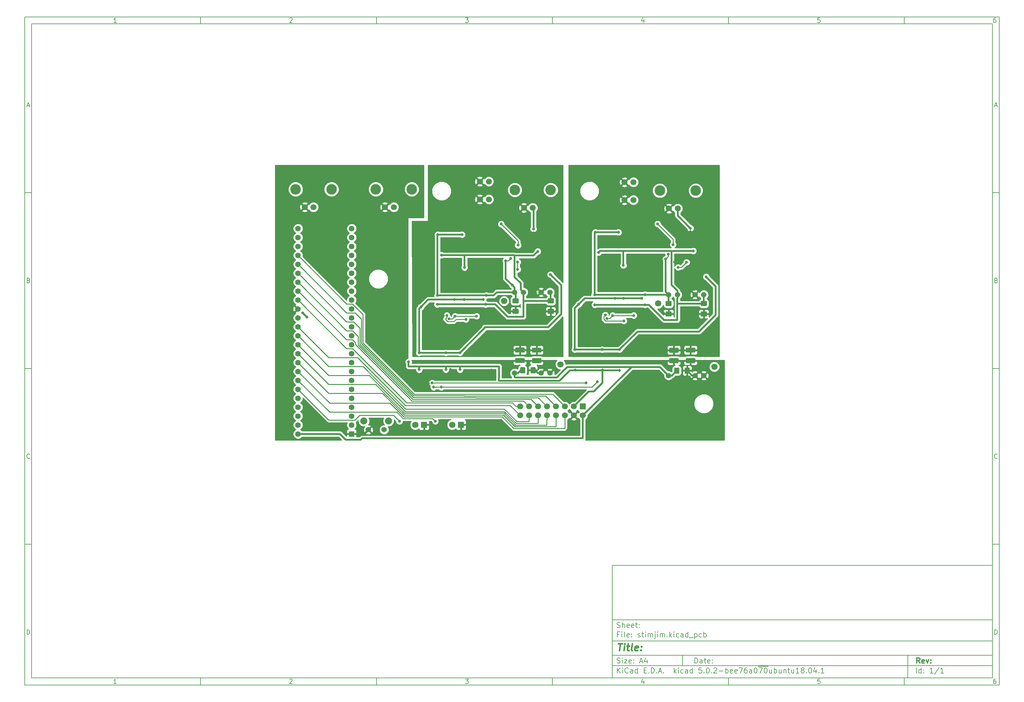
<source format=gbl>
G04 #@! TF.GenerationSoftware,KiCad,Pcbnew,5.0.2-bee76a0~70~ubuntu18.04.1*
G04 #@! TF.CreationDate,2019-02-25T13:41:17+02:00*
G04 #@! TF.ProjectId,stimjim,7374696d-6a69-46d2-9e6b-696361645f70,rev?*
G04 #@! TF.SameCoordinates,Original*
G04 #@! TF.FileFunction,Copper,L2,Bot*
G04 #@! TF.FilePolarity,Positive*
%FSLAX46Y46*%
G04 Gerber Fmt 4.6, Leading zero omitted, Abs format (unit mm)*
G04 Created by KiCad (PCBNEW 5.0.2-bee76a0~70~ubuntu18.04.1) date Mon Feb 25 13:41:17 2019*
%MOMM*%
%LPD*%
G01*
G04 APERTURE LIST*
%ADD10C,0.100000*%
%ADD11C,0.150000*%
%ADD12C,0.300000*%
%ADD13C,0.400000*%
G04 #@! TA.AperFunction,Conductor*
%ADD14C,0.100000*%
G04 #@! TD*
G04 #@! TA.AperFunction,SMDPad,CuDef*
%ADD15C,1.425000*%
G04 #@! TD*
G04 #@! TA.AperFunction,ComponentPad*
%ADD16C,1.800000*%
G04 #@! TD*
G04 #@! TA.AperFunction,ComponentPad*
%ADD17R,1.800000X1.800000*%
G04 #@! TD*
G04 #@! TA.AperFunction,ComponentPad*
%ADD18C,2.000000*%
G04 #@! TD*
G04 #@! TA.AperFunction,ComponentPad*
%ADD19C,1.524000*%
G04 #@! TD*
G04 #@! TA.AperFunction,ComponentPad*
%ADD20C,1.700000*%
G04 #@! TD*
G04 #@! TA.AperFunction,ComponentPad*
%ADD21R,1.700000X1.700000*%
G04 #@! TD*
G04 #@! TA.AperFunction,ComponentPad*
%ADD22C,1.600000*%
G04 #@! TD*
G04 #@! TA.AperFunction,ComponentPad*
%ADD23R,1.600000X1.600000*%
G04 #@! TD*
G04 #@! TA.AperFunction,ComponentPad*
%ADD24C,3.000000*%
G04 #@! TD*
G04 #@! TA.AperFunction,ViaPad*
%ADD25C,0.800000*%
G04 #@! TD*
G04 #@! TA.AperFunction,Conductor*
%ADD26C,0.250000*%
G04 #@! TD*
G04 #@! TA.AperFunction,Conductor*
%ADD27C,0.500000*%
G04 #@! TD*
G04 #@! TA.AperFunction,Conductor*
%ADD28C,0.254000*%
G04 #@! TD*
G04 APERTURE END LIST*
D10*
D11*
X177002200Y-166007200D02*
X177002200Y-198007200D01*
X285002200Y-198007200D01*
X285002200Y-166007200D01*
X177002200Y-166007200D01*
D10*
D11*
X10000000Y-10000000D02*
X10000000Y-200007200D01*
X287002200Y-200007200D01*
X287002200Y-10000000D01*
X10000000Y-10000000D01*
D10*
D11*
X12000000Y-12000000D02*
X12000000Y-198007200D01*
X285002200Y-198007200D01*
X285002200Y-12000000D01*
X12000000Y-12000000D01*
D10*
D11*
X60000000Y-12000000D02*
X60000000Y-10000000D01*
D10*
D11*
X110000000Y-12000000D02*
X110000000Y-10000000D01*
D10*
D11*
X160000000Y-12000000D02*
X160000000Y-10000000D01*
D10*
D11*
X210000000Y-12000000D02*
X210000000Y-10000000D01*
D10*
D11*
X260000000Y-12000000D02*
X260000000Y-10000000D01*
D10*
D11*
X36065476Y-11588095D02*
X35322619Y-11588095D01*
X35694047Y-11588095D02*
X35694047Y-10288095D01*
X35570238Y-10473809D01*
X35446428Y-10597619D01*
X35322619Y-10659523D01*
D10*
D11*
X85322619Y-10411904D02*
X85384523Y-10350000D01*
X85508333Y-10288095D01*
X85817857Y-10288095D01*
X85941666Y-10350000D01*
X86003571Y-10411904D01*
X86065476Y-10535714D01*
X86065476Y-10659523D01*
X86003571Y-10845238D01*
X85260714Y-11588095D01*
X86065476Y-11588095D01*
D10*
D11*
X135260714Y-10288095D02*
X136065476Y-10288095D01*
X135632142Y-10783333D01*
X135817857Y-10783333D01*
X135941666Y-10845238D01*
X136003571Y-10907142D01*
X136065476Y-11030952D01*
X136065476Y-11340476D01*
X136003571Y-11464285D01*
X135941666Y-11526190D01*
X135817857Y-11588095D01*
X135446428Y-11588095D01*
X135322619Y-11526190D01*
X135260714Y-11464285D01*
D10*
D11*
X185941666Y-10721428D02*
X185941666Y-11588095D01*
X185632142Y-10226190D02*
X185322619Y-11154761D01*
X186127380Y-11154761D01*
D10*
D11*
X236003571Y-10288095D02*
X235384523Y-10288095D01*
X235322619Y-10907142D01*
X235384523Y-10845238D01*
X235508333Y-10783333D01*
X235817857Y-10783333D01*
X235941666Y-10845238D01*
X236003571Y-10907142D01*
X236065476Y-11030952D01*
X236065476Y-11340476D01*
X236003571Y-11464285D01*
X235941666Y-11526190D01*
X235817857Y-11588095D01*
X235508333Y-11588095D01*
X235384523Y-11526190D01*
X235322619Y-11464285D01*
D10*
D11*
X285941666Y-10288095D02*
X285694047Y-10288095D01*
X285570238Y-10350000D01*
X285508333Y-10411904D01*
X285384523Y-10597619D01*
X285322619Y-10845238D01*
X285322619Y-11340476D01*
X285384523Y-11464285D01*
X285446428Y-11526190D01*
X285570238Y-11588095D01*
X285817857Y-11588095D01*
X285941666Y-11526190D01*
X286003571Y-11464285D01*
X286065476Y-11340476D01*
X286065476Y-11030952D01*
X286003571Y-10907142D01*
X285941666Y-10845238D01*
X285817857Y-10783333D01*
X285570238Y-10783333D01*
X285446428Y-10845238D01*
X285384523Y-10907142D01*
X285322619Y-11030952D01*
D10*
D11*
X60000000Y-198007200D02*
X60000000Y-200007200D01*
D10*
D11*
X110000000Y-198007200D02*
X110000000Y-200007200D01*
D10*
D11*
X160000000Y-198007200D02*
X160000000Y-200007200D01*
D10*
D11*
X210000000Y-198007200D02*
X210000000Y-200007200D01*
D10*
D11*
X260000000Y-198007200D02*
X260000000Y-200007200D01*
D10*
D11*
X36065476Y-199595295D02*
X35322619Y-199595295D01*
X35694047Y-199595295D02*
X35694047Y-198295295D01*
X35570238Y-198481009D01*
X35446428Y-198604819D01*
X35322619Y-198666723D01*
D10*
D11*
X85322619Y-198419104D02*
X85384523Y-198357200D01*
X85508333Y-198295295D01*
X85817857Y-198295295D01*
X85941666Y-198357200D01*
X86003571Y-198419104D01*
X86065476Y-198542914D01*
X86065476Y-198666723D01*
X86003571Y-198852438D01*
X85260714Y-199595295D01*
X86065476Y-199595295D01*
D10*
D11*
X135260714Y-198295295D02*
X136065476Y-198295295D01*
X135632142Y-198790533D01*
X135817857Y-198790533D01*
X135941666Y-198852438D01*
X136003571Y-198914342D01*
X136065476Y-199038152D01*
X136065476Y-199347676D01*
X136003571Y-199471485D01*
X135941666Y-199533390D01*
X135817857Y-199595295D01*
X135446428Y-199595295D01*
X135322619Y-199533390D01*
X135260714Y-199471485D01*
D10*
D11*
X185941666Y-198728628D02*
X185941666Y-199595295D01*
X185632142Y-198233390D02*
X185322619Y-199161961D01*
X186127380Y-199161961D01*
D10*
D11*
X236003571Y-198295295D02*
X235384523Y-198295295D01*
X235322619Y-198914342D01*
X235384523Y-198852438D01*
X235508333Y-198790533D01*
X235817857Y-198790533D01*
X235941666Y-198852438D01*
X236003571Y-198914342D01*
X236065476Y-199038152D01*
X236065476Y-199347676D01*
X236003571Y-199471485D01*
X235941666Y-199533390D01*
X235817857Y-199595295D01*
X235508333Y-199595295D01*
X235384523Y-199533390D01*
X235322619Y-199471485D01*
D10*
D11*
X285941666Y-198295295D02*
X285694047Y-198295295D01*
X285570238Y-198357200D01*
X285508333Y-198419104D01*
X285384523Y-198604819D01*
X285322619Y-198852438D01*
X285322619Y-199347676D01*
X285384523Y-199471485D01*
X285446428Y-199533390D01*
X285570238Y-199595295D01*
X285817857Y-199595295D01*
X285941666Y-199533390D01*
X286003571Y-199471485D01*
X286065476Y-199347676D01*
X286065476Y-199038152D01*
X286003571Y-198914342D01*
X285941666Y-198852438D01*
X285817857Y-198790533D01*
X285570238Y-198790533D01*
X285446428Y-198852438D01*
X285384523Y-198914342D01*
X285322619Y-199038152D01*
D10*
D11*
X10000000Y-60000000D02*
X12000000Y-60000000D01*
D10*
D11*
X10000000Y-110000000D02*
X12000000Y-110000000D01*
D10*
D11*
X10000000Y-160000000D02*
X12000000Y-160000000D01*
D10*
D11*
X10690476Y-35216666D02*
X11309523Y-35216666D01*
X10566666Y-35588095D02*
X11000000Y-34288095D01*
X11433333Y-35588095D01*
D10*
D11*
X11092857Y-84907142D02*
X11278571Y-84969047D01*
X11340476Y-85030952D01*
X11402380Y-85154761D01*
X11402380Y-85340476D01*
X11340476Y-85464285D01*
X11278571Y-85526190D01*
X11154761Y-85588095D01*
X10659523Y-85588095D01*
X10659523Y-84288095D01*
X11092857Y-84288095D01*
X11216666Y-84350000D01*
X11278571Y-84411904D01*
X11340476Y-84535714D01*
X11340476Y-84659523D01*
X11278571Y-84783333D01*
X11216666Y-84845238D01*
X11092857Y-84907142D01*
X10659523Y-84907142D01*
D10*
D11*
X11402380Y-135464285D02*
X11340476Y-135526190D01*
X11154761Y-135588095D01*
X11030952Y-135588095D01*
X10845238Y-135526190D01*
X10721428Y-135402380D01*
X10659523Y-135278571D01*
X10597619Y-135030952D01*
X10597619Y-134845238D01*
X10659523Y-134597619D01*
X10721428Y-134473809D01*
X10845238Y-134350000D01*
X11030952Y-134288095D01*
X11154761Y-134288095D01*
X11340476Y-134350000D01*
X11402380Y-134411904D01*
D10*
D11*
X10659523Y-185588095D02*
X10659523Y-184288095D01*
X10969047Y-184288095D01*
X11154761Y-184350000D01*
X11278571Y-184473809D01*
X11340476Y-184597619D01*
X11402380Y-184845238D01*
X11402380Y-185030952D01*
X11340476Y-185278571D01*
X11278571Y-185402380D01*
X11154761Y-185526190D01*
X10969047Y-185588095D01*
X10659523Y-185588095D01*
D10*
D11*
X287002200Y-60000000D02*
X285002200Y-60000000D01*
D10*
D11*
X287002200Y-110000000D02*
X285002200Y-110000000D01*
D10*
D11*
X287002200Y-160000000D02*
X285002200Y-160000000D01*
D10*
D11*
X285692676Y-35216666D02*
X286311723Y-35216666D01*
X285568866Y-35588095D02*
X286002200Y-34288095D01*
X286435533Y-35588095D01*
D10*
D11*
X286095057Y-84907142D02*
X286280771Y-84969047D01*
X286342676Y-85030952D01*
X286404580Y-85154761D01*
X286404580Y-85340476D01*
X286342676Y-85464285D01*
X286280771Y-85526190D01*
X286156961Y-85588095D01*
X285661723Y-85588095D01*
X285661723Y-84288095D01*
X286095057Y-84288095D01*
X286218866Y-84350000D01*
X286280771Y-84411904D01*
X286342676Y-84535714D01*
X286342676Y-84659523D01*
X286280771Y-84783333D01*
X286218866Y-84845238D01*
X286095057Y-84907142D01*
X285661723Y-84907142D01*
D10*
D11*
X286404580Y-135464285D02*
X286342676Y-135526190D01*
X286156961Y-135588095D01*
X286033152Y-135588095D01*
X285847438Y-135526190D01*
X285723628Y-135402380D01*
X285661723Y-135278571D01*
X285599819Y-135030952D01*
X285599819Y-134845238D01*
X285661723Y-134597619D01*
X285723628Y-134473809D01*
X285847438Y-134350000D01*
X286033152Y-134288095D01*
X286156961Y-134288095D01*
X286342676Y-134350000D01*
X286404580Y-134411904D01*
D10*
D11*
X285661723Y-185588095D02*
X285661723Y-184288095D01*
X285971247Y-184288095D01*
X286156961Y-184350000D01*
X286280771Y-184473809D01*
X286342676Y-184597619D01*
X286404580Y-184845238D01*
X286404580Y-185030952D01*
X286342676Y-185278571D01*
X286280771Y-185402380D01*
X286156961Y-185526190D01*
X285971247Y-185588095D01*
X285661723Y-185588095D01*
D10*
D11*
X200434342Y-193785771D02*
X200434342Y-192285771D01*
X200791485Y-192285771D01*
X201005771Y-192357200D01*
X201148628Y-192500057D01*
X201220057Y-192642914D01*
X201291485Y-192928628D01*
X201291485Y-193142914D01*
X201220057Y-193428628D01*
X201148628Y-193571485D01*
X201005771Y-193714342D01*
X200791485Y-193785771D01*
X200434342Y-193785771D01*
X202577200Y-193785771D02*
X202577200Y-193000057D01*
X202505771Y-192857200D01*
X202362914Y-192785771D01*
X202077200Y-192785771D01*
X201934342Y-192857200D01*
X202577200Y-193714342D02*
X202434342Y-193785771D01*
X202077200Y-193785771D01*
X201934342Y-193714342D01*
X201862914Y-193571485D01*
X201862914Y-193428628D01*
X201934342Y-193285771D01*
X202077200Y-193214342D01*
X202434342Y-193214342D01*
X202577200Y-193142914D01*
X203077200Y-192785771D02*
X203648628Y-192785771D01*
X203291485Y-192285771D02*
X203291485Y-193571485D01*
X203362914Y-193714342D01*
X203505771Y-193785771D01*
X203648628Y-193785771D01*
X204720057Y-193714342D02*
X204577200Y-193785771D01*
X204291485Y-193785771D01*
X204148628Y-193714342D01*
X204077200Y-193571485D01*
X204077200Y-193000057D01*
X204148628Y-192857200D01*
X204291485Y-192785771D01*
X204577200Y-192785771D01*
X204720057Y-192857200D01*
X204791485Y-193000057D01*
X204791485Y-193142914D01*
X204077200Y-193285771D01*
X205434342Y-193642914D02*
X205505771Y-193714342D01*
X205434342Y-193785771D01*
X205362914Y-193714342D01*
X205434342Y-193642914D01*
X205434342Y-193785771D01*
X205434342Y-192857200D02*
X205505771Y-192928628D01*
X205434342Y-193000057D01*
X205362914Y-192928628D01*
X205434342Y-192857200D01*
X205434342Y-193000057D01*
D10*
D11*
X177002200Y-194507200D02*
X285002200Y-194507200D01*
D10*
D11*
X178434342Y-196585771D02*
X178434342Y-195085771D01*
X179291485Y-196585771D02*
X178648628Y-195728628D01*
X179291485Y-195085771D02*
X178434342Y-195942914D01*
X179934342Y-196585771D02*
X179934342Y-195585771D01*
X179934342Y-195085771D02*
X179862914Y-195157200D01*
X179934342Y-195228628D01*
X180005771Y-195157200D01*
X179934342Y-195085771D01*
X179934342Y-195228628D01*
X181505771Y-196442914D02*
X181434342Y-196514342D01*
X181220057Y-196585771D01*
X181077200Y-196585771D01*
X180862914Y-196514342D01*
X180720057Y-196371485D01*
X180648628Y-196228628D01*
X180577200Y-195942914D01*
X180577200Y-195728628D01*
X180648628Y-195442914D01*
X180720057Y-195300057D01*
X180862914Y-195157200D01*
X181077200Y-195085771D01*
X181220057Y-195085771D01*
X181434342Y-195157200D01*
X181505771Y-195228628D01*
X182791485Y-196585771D02*
X182791485Y-195800057D01*
X182720057Y-195657200D01*
X182577200Y-195585771D01*
X182291485Y-195585771D01*
X182148628Y-195657200D01*
X182791485Y-196514342D02*
X182648628Y-196585771D01*
X182291485Y-196585771D01*
X182148628Y-196514342D01*
X182077200Y-196371485D01*
X182077200Y-196228628D01*
X182148628Y-196085771D01*
X182291485Y-196014342D01*
X182648628Y-196014342D01*
X182791485Y-195942914D01*
X184148628Y-196585771D02*
X184148628Y-195085771D01*
X184148628Y-196514342D02*
X184005771Y-196585771D01*
X183720057Y-196585771D01*
X183577200Y-196514342D01*
X183505771Y-196442914D01*
X183434342Y-196300057D01*
X183434342Y-195871485D01*
X183505771Y-195728628D01*
X183577200Y-195657200D01*
X183720057Y-195585771D01*
X184005771Y-195585771D01*
X184148628Y-195657200D01*
X186005771Y-195800057D02*
X186505771Y-195800057D01*
X186720057Y-196585771D02*
X186005771Y-196585771D01*
X186005771Y-195085771D01*
X186720057Y-195085771D01*
X187362914Y-196442914D02*
X187434342Y-196514342D01*
X187362914Y-196585771D01*
X187291485Y-196514342D01*
X187362914Y-196442914D01*
X187362914Y-196585771D01*
X188077200Y-196585771D02*
X188077200Y-195085771D01*
X188434342Y-195085771D01*
X188648628Y-195157200D01*
X188791485Y-195300057D01*
X188862914Y-195442914D01*
X188934342Y-195728628D01*
X188934342Y-195942914D01*
X188862914Y-196228628D01*
X188791485Y-196371485D01*
X188648628Y-196514342D01*
X188434342Y-196585771D01*
X188077200Y-196585771D01*
X189577200Y-196442914D02*
X189648628Y-196514342D01*
X189577200Y-196585771D01*
X189505771Y-196514342D01*
X189577200Y-196442914D01*
X189577200Y-196585771D01*
X190220057Y-196157200D02*
X190934342Y-196157200D01*
X190077200Y-196585771D02*
X190577200Y-195085771D01*
X191077200Y-196585771D01*
X191577200Y-196442914D02*
X191648628Y-196514342D01*
X191577200Y-196585771D01*
X191505771Y-196514342D01*
X191577200Y-196442914D01*
X191577200Y-196585771D01*
X194577200Y-196585771D02*
X194577200Y-195085771D01*
X194720057Y-196014342D02*
X195148628Y-196585771D01*
X195148628Y-195585771D02*
X194577200Y-196157200D01*
X195791485Y-196585771D02*
X195791485Y-195585771D01*
X195791485Y-195085771D02*
X195720057Y-195157200D01*
X195791485Y-195228628D01*
X195862914Y-195157200D01*
X195791485Y-195085771D01*
X195791485Y-195228628D01*
X197148628Y-196514342D02*
X197005771Y-196585771D01*
X196720057Y-196585771D01*
X196577200Y-196514342D01*
X196505771Y-196442914D01*
X196434342Y-196300057D01*
X196434342Y-195871485D01*
X196505771Y-195728628D01*
X196577200Y-195657200D01*
X196720057Y-195585771D01*
X197005771Y-195585771D01*
X197148628Y-195657200D01*
X198434342Y-196585771D02*
X198434342Y-195800057D01*
X198362914Y-195657200D01*
X198220057Y-195585771D01*
X197934342Y-195585771D01*
X197791485Y-195657200D01*
X198434342Y-196514342D02*
X198291485Y-196585771D01*
X197934342Y-196585771D01*
X197791485Y-196514342D01*
X197720057Y-196371485D01*
X197720057Y-196228628D01*
X197791485Y-196085771D01*
X197934342Y-196014342D01*
X198291485Y-196014342D01*
X198434342Y-195942914D01*
X199791485Y-196585771D02*
X199791485Y-195085771D01*
X199791485Y-196514342D02*
X199648628Y-196585771D01*
X199362914Y-196585771D01*
X199220057Y-196514342D01*
X199148628Y-196442914D01*
X199077200Y-196300057D01*
X199077200Y-195871485D01*
X199148628Y-195728628D01*
X199220057Y-195657200D01*
X199362914Y-195585771D01*
X199648628Y-195585771D01*
X199791485Y-195657200D01*
X202362914Y-195085771D02*
X201648628Y-195085771D01*
X201577200Y-195800057D01*
X201648628Y-195728628D01*
X201791485Y-195657200D01*
X202148628Y-195657200D01*
X202291485Y-195728628D01*
X202362914Y-195800057D01*
X202434342Y-195942914D01*
X202434342Y-196300057D01*
X202362914Y-196442914D01*
X202291485Y-196514342D01*
X202148628Y-196585771D01*
X201791485Y-196585771D01*
X201648628Y-196514342D01*
X201577200Y-196442914D01*
X203077200Y-196442914D02*
X203148628Y-196514342D01*
X203077200Y-196585771D01*
X203005771Y-196514342D01*
X203077200Y-196442914D01*
X203077200Y-196585771D01*
X204077200Y-195085771D02*
X204220057Y-195085771D01*
X204362914Y-195157200D01*
X204434342Y-195228628D01*
X204505771Y-195371485D01*
X204577200Y-195657200D01*
X204577200Y-196014342D01*
X204505771Y-196300057D01*
X204434342Y-196442914D01*
X204362914Y-196514342D01*
X204220057Y-196585771D01*
X204077200Y-196585771D01*
X203934342Y-196514342D01*
X203862914Y-196442914D01*
X203791485Y-196300057D01*
X203720057Y-196014342D01*
X203720057Y-195657200D01*
X203791485Y-195371485D01*
X203862914Y-195228628D01*
X203934342Y-195157200D01*
X204077200Y-195085771D01*
X205220057Y-196442914D02*
X205291485Y-196514342D01*
X205220057Y-196585771D01*
X205148628Y-196514342D01*
X205220057Y-196442914D01*
X205220057Y-196585771D01*
X205862914Y-195228628D02*
X205934342Y-195157200D01*
X206077200Y-195085771D01*
X206434342Y-195085771D01*
X206577200Y-195157200D01*
X206648628Y-195228628D01*
X206720057Y-195371485D01*
X206720057Y-195514342D01*
X206648628Y-195728628D01*
X205791485Y-196585771D01*
X206720057Y-196585771D01*
X207362914Y-196014342D02*
X208505771Y-196014342D01*
X209220057Y-196585771D02*
X209220057Y-195085771D01*
X209220057Y-195657200D02*
X209362914Y-195585771D01*
X209648628Y-195585771D01*
X209791485Y-195657200D01*
X209862914Y-195728628D01*
X209934342Y-195871485D01*
X209934342Y-196300057D01*
X209862914Y-196442914D01*
X209791485Y-196514342D01*
X209648628Y-196585771D01*
X209362914Y-196585771D01*
X209220057Y-196514342D01*
X211148628Y-196514342D02*
X211005771Y-196585771D01*
X210720057Y-196585771D01*
X210577200Y-196514342D01*
X210505771Y-196371485D01*
X210505771Y-195800057D01*
X210577200Y-195657200D01*
X210720057Y-195585771D01*
X211005771Y-195585771D01*
X211148628Y-195657200D01*
X211220057Y-195800057D01*
X211220057Y-195942914D01*
X210505771Y-196085771D01*
X212434342Y-196514342D02*
X212291485Y-196585771D01*
X212005771Y-196585771D01*
X211862914Y-196514342D01*
X211791485Y-196371485D01*
X211791485Y-195800057D01*
X211862914Y-195657200D01*
X212005771Y-195585771D01*
X212291485Y-195585771D01*
X212434342Y-195657200D01*
X212505771Y-195800057D01*
X212505771Y-195942914D01*
X211791485Y-196085771D01*
X213005771Y-195085771D02*
X214005771Y-195085771D01*
X213362914Y-196585771D01*
X215220057Y-195085771D02*
X214934342Y-195085771D01*
X214791485Y-195157200D01*
X214720057Y-195228628D01*
X214577200Y-195442914D01*
X214505771Y-195728628D01*
X214505771Y-196300057D01*
X214577200Y-196442914D01*
X214648628Y-196514342D01*
X214791485Y-196585771D01*
X215077200Y-196585771D01*
X215220057Y-196514342D01*
X215291485Y-196442914D01*
X215362914Y-196300057D01*
X215362914Y-195942914D01*
X215291485Y-195800057D01*
X215220057Y-195728628D01*
X215077200Y-195657200D01*
X214791485Y-195657200D01*
X214648628Y-195728628D01*
X214577200Y-195800057D01*
X214505771Y-195942914D01*
X216648628Y-196585771D02*
X216648628Y-195800057D01*
X216577200Y-195657200D01*
X216434342Y-195585771D01*
X216148628Y-195585771D01*
X216005771Y-195657200D01*
X216648628Y-196514342D02*
X216505771Y-196585771D01*
X216148628Y-196585771D01*
X216005771Y-196514342D01*
X215934342Y-196371485D01*
X215934342Y-196228628D01*
X216005771Y-196085771D01*
X216148628Y-196014342D01*
X216505771Y-196014342D01*
X216648628Y-195942914D01*
X217648628Y-195085771D02*
X217791485Y-195085771D01*
X217934342Y-195157200D01*
X218005771Y-195228628D01*
X218077200Y-195371485D01*
X218148628Y-195657200D01*
X218148628Y-196014342D01*
X218077200Y-196300057D01*
X218005771Y-196442914D01*
X217934342Y-196514342D01*
X217791485Y-196585771D01*
X217648628Y-196585771D01*
X217505771Y-196514342D01*
X217434342Y-196442914D01*
X217362914Y-196300057D01*
X217291485Y-196014342D01*
X217291485Y-195657200D01*
X217362914Y-195371485D01*
X217434342Y-195228628D01*
X217505771Y-195157200D01*
X217648628Y-195085771D01*
X218434342Y-194677200D02*
X219862914Y-194677200D01*
X218648628Y-195085771D02*
X219648628Y-195085771D01*
X219005771Y-196585771D01*
X219862914Y-194677200D02*
X221291485Y-194677200D01*
X220505771Y-195085771D02*
X220648628Y-195085771D01*
X220791485Y-195157200D01*
X220862914Y-195228628D01*
X220934342Y-195371485D01*
X221005771Y-195657200D01*
X221005771Y-196014342D01*
X220934342Y-196300057D01*
X220862914Y-196442914D01*
X220791485Y-196514342D01*
X220648628Y-196585771D01*
X220505771Y-196585771D01*
X220362914Y-196514342D01*
X220291485Y-196442914D01*
X220220057Y-196300057D01*
X220148628Y-196014342D01*
X220148628Y-195657200D01*
X220220057Y-195371485D01*
X220291485Y-195228628D01*
X220362914Y-195157200D01*
X220505771Y-195085771D01*
X222291485Y-195585771D02*
X222291485Y-196585771D01*
X221648628Y-195585771D02*
X221648628Y-196371485D01*
X221720057Y-196514342D01*
X221862914Y-196585771D01*
X222077200Y-196585771D01*
X222220057Y-196514342D01*
X222291485Y-196442914D01*
X223005771Y-196585771D02*
X223005771Y-195085771D01*
X223005771Y-195657200D02*
X223148628Y-195585771D01*
X223434342Y-195585771D01*
X223577200Y-195657200D01*
X223648628Y-195728628D01*
X223720057Y-195871485D01*
X223720057Y-196300057D01*
X223648628Y-196442914D01*
X223577200Y-196514342D01*
X223434342Y-196585771D01*
X223148628Y-196585771D01*
X223005771Y-196514342D01*
X225005771Y-195585771D02*
X225005771Y-196585771D01*
X224362914Y-195585771D02*
X224362914Y-196371485D01*
X224434342Y-196514342D01*
X224577200Y-196585771D01*
X224791485Y-196585771D01*
X224934342Y-196514342D01*
X225005771Y-196442914D01*
X225720057Y-195585771D02*
X225720057Y-196585771D01*
X225720057Y-195728628D02*
X225791485Y-195657200D01*
X225934342Y-195585771D01*
X226148628Y-195585771D01*
X226291485Y-195657200D01*
X226362914Y-195800057D01*
X226362914Y-196585771D01*
X226862914Y-195585771D02*
X227434342Y-195585771D01*
X227077200Y-195085771D02*
X227077200Y-196371485D01*
X227148628Y-196514342D01*
X227291485Y-196585771D01*
X227434342Y-196585771D01*
X228577200Y-195585771D02*
X228577200Y-196585771D01*
X227934342Y-195585771D02*
X227934342Y-196371485D01*
X228005771Y-196514342D01*
X228148628Y-196585771D01*
X228362914Y-196585771D01*
X228505771Y-196514342D01*
X228577200Y-196442914D01*
X230077200Y-196585771D02*
X229220057Y-196585771D01*
X229648628Y-196585771D02*
X229648628Y-195085771D01*
X229505771Y-195300057D01*
X229362914Y-195442914D01*
X229220057Y-195514342D01*
X230934342Y-195728628D02*
X230791485Y-195657200D01*
X230720057Y-195585771D01*
X230648628Y-195442914D01*
X230648628Y-195371485D01*
X230720057Y-195228628D01*
X230791485Y-195157200D01*
X230934342Y-195085771D01*
X231220057Y-195085771D01*
X231362914Y-195157200D01*
X231434342Y-195228628D01*
X231505771Y-195371485D01*
X231505771Y-195442914D01*
X231434342Y-195585771D01*
X231362914Y-195657200D01*
X231220057Y-195728628D01*
X230934342Y-195728628D01*
X230791485Y-195800057D01*
X230720057Y-195871485D01*
X230648628Y-196014342D01*
X230648628Y-196300057D01*
X230720057Y-196442914D01*
X230791485Y-196514342D01*
X230934342Y-196585771D01*
X231220057Y-196585771D01*
X231362914Y-196514342D01*
X231434342Y-196442914D01*
X231505771Y-196300057D01*
X231505771Y-196014342D01*
X231434342Y-195871485D01*
X231362914Y-195800057D01*
X231220057Y-195728628D01*
X232148628Y-196442914D02*
X232220057Y-196514342D01*
X232148628Y-196585771D01*
X232077200Y-196514342D01*
X232148628Y-196442914D01*
X232148628Y-196585771D01*
X233148628Y-195085771D02*
X233291485Y-195085771D01*
X233434342Y-195157200D01*
X233505771Y-195228628D01*
X233577200Y-195371485D01*
X233648628Y-195657200D01*
X233648628Y-196014342D01*
X233577200Y-196300057D01*
X233505771Y-196442914D01*
X233434342Y-196514342D01*
X233291485Y-196585771D01*
X233148628Y-196585771D01*
X233005771Y-196514342D01*
X232934342Y-196442914D01*
X232862914Y-196300057D01*
X232791485Y-196014342D01*
X232791485Y-195657200D01*
X232862914Y-195371485D01*
X232934342Y-195228628D01*
X233005771Y-195157200D01*
X233148628Y-195085771D01*
X234934342Y-195585771D02*
X234934342Y-196585771D01*
X234577200Y-195014342D02*
X234220057Y-196085771D01*
X235148628Y-196085771D01*
X235720057Y-196442914D02*
X235791485Y-196514342D01*
X235720057Y-196585771D01*
X235648628Y-196514342D01*
X235720057Y-196442914D01*
X235720057Y-196585771D01*
X237220057Y-196585771D02*
X236362914Y-196585771D01*
X236791485Y-196585771D02*
X236791485Y-195085771D01*
X236648628Y-195300057D01*
X236505771Y-195442914D01*
X236362914Y-195514342D01*
D10*
D11*
X177002200Y-191507200D02*
X285002200Y-191507200D01*
D10*
D12*
X264411485Y-193785771D02*
X263911485Y-193071485D01*
X263554342Y-193785771D02*
X263554342Y-192285771D01*
X264125771Y-192285771D01*
X264268628Y-192357200D01*
X264340057Y-192428628D01*
X264411485Y-192571485D01*
X264411485Y-192785771D01*
X264340057Y-192928628D01*
X264268628Y-193000057D01*
X264125771Y-193071485D01*
X263554342Y-193071485D01*
X265625771Y-193714342D02*
X265482914Y-193785771D01*
X265197200Y-193785771D01*
X265054342Y-193714342D01*
X264982914Y-193571485D01*
X264982914Y-193000057D01*
X265054342Y-192857200D01*
X265197200Y-192785771D01*
X265482914Y-192785771D01*
X265625771Y-192857200D01*
X265697200Y-193000057D01*
X265697200Y-193142914D01*
X264982914Y-193285771D01*
X266197200Y-192785771D02*
X266554342Y-193785771D01*
X266911485Y-192785771D01*
X267482914Y-193642914D02*
X267554342Y-193714342D01*
X267482914Y-193785771D01*
X267411485Y-193714342D01*
X267482914Y-193642914D01*
X267482914Y-193785771D01*
X267482914Y-192857200D02*
X267554342Y-192928628D01*
X267482914Y-193000057D01*
X267411485Y-192928628D01*
X267482914Y-192857200D01*
X267482914Y-193000057D01*
D10*
D11*
X178362914Y-193714342D02*
X178577200Y-193785771D01*
X178934342Y-193785771D01*
X179077200Y-193714342D01*
X179148628Y-193642914D01*
X179220057Y-193500057D01*
X179220057Y-193357200D01*
X179148628Y-193214342D01*
X179077200Y-193142914D01*
X178934342Y-193071485D01*
X178648628Y-193000057D01*
X178505771Y-192928628D01*
X178434342Y-192857200D01*
X178362914Y-192714342D01*
X178362914Y-192571485D01*
X178434342Y-192428628D01*
X178505771Y-192357200D01*
X178648628Y-192285771D01*
X179005771Y-192285771D01*
X179220057Y-192357200D01*
X179862914Y-193785771D02*
X179862914Y-192785771D01*
X179862914Y-192285771D02*
X179791485Y-192357200D01*
X179862914Y-192428628D01*
X179934342Y-192357200D01*
X179862914Y-192285771D01*
X179862914Y-192428628D01*
X180434342Y-192785771D02*
X181220057Y-192785771D01*
X180434342Y-193785771D01*
X181220057Y-193785771D01*
X182362914Y-193714342D02*
X182220057Y-193785771D01*
X181934342Y-193785771D01*
X181791485Y-193714342D01*
X181720057Y-193571485D01*
X181720057Y-193000057D01*
X181791485Y-192857200D01*
X181934342Y-192785771D01*
X182220057Y-192785771D01*
X182362914Y-192857200D01*
X182434342Y-193000057D01*
X182434342Y-193142914D01*
X181720057Y-193285771D01*
X183077200Y-193642914D02*
X183148628Y-193714342D01*
X183077200Y-193785771D01*
X183005771Y-193714342D01*
X183077200Y-193642914D01*
X183077200Y-193785771D01*
X183077200Y-192857200D02*
X183148628Y-192928628D01*
X183077200Y-193000057D01*
X183005771Y-192928628D01*
X183077200Y-192857200D01*
X183077200Y-193000057D01*
X184862914Y-193357200D02*
X185577200Y-193357200D01*
X184720057Y-193785771D02*
X185220057Y-192285771D01*
X185720057Y-193785771D01*
X186862914Y-192785771D02*
X186862914Y-193785771D01*
X186505771Y-192214342D02*
X186148628Y-193285771D01*
X187077200Y-193285771D01*
D10*
D11*
X263434342Y-196585771D02*
X263434342Y-195085771D01*
X264791485Y-196585771D02*
X264791485Y-195085771D01*
X264791485Y-196514342D02*
X264648628Y-196585771D01*
X264362914Y-196585771D01*
X264220057Y-196514342D01*
X264148628Y-196442914D01*
X264077200Y-196300057D01*
X264077200Y-195871485D01*
X264148628Y-195728628D01*
X264220057Y-195657200D01*
X264362914Y-195585771D01*
X264648628Y-195585771D01*
X264791485Y-195657200D01*
X265505771Y-196442914D02*
X265577200Y-196514342D01*
X265505771Y-196585771D01*
X265434342Y-196514342D01*
X265505771Y-196442914D01*
X265505771Y-196585771D01*
X265505771Y-195657200D02*
X265577200Y-195728628D01*
X265505771Y-195800057D01*
X265434342Y-195728628D01*
X265505771Y-195657200D01*
X265505771Y-195800057D01*
X268148628Y-196585771D02*
X267291485Y-196585771D01*
X267720057Y-196585771D02*
X267720057Y-195085771D01*
X267577200Y-195300057D01*
X267434342Y-195442914D01*
X267291485Y-195514342D01*
X269862914Y-195014342D02*
X268577200Y-196942914D01*
X271148628Y-196585771D02*
X270291485Y-196585771D01*
X270720057Y-196585771D02*
X270720057Y-195085771D01*
X270577200Y-195300057D01*
X270434342Y-195442914D01*
X270291485Y-195514342D01*
D10*
D11*
X177002200Y-187507200D02*
X285002200Y-187507200D01*
D10*
D13*
X178714580Y-188211961D02*
X179857438Y-188211961D01*
X179036009Y-190211961D02*
X179286009Y-188211961D01*
X180274104Y-190211961D02*
X180440771Y-188878628D01*
X180524104Y-188211961D02*
X180416961Y-188307200D01*
X180500295Y-188402438D01*
X180607438Y-188307200D01*
X180524104Y-188211961D01*
X180500295Y-188402438D01*
X181107438Y-188878628D02*
X181869342Y-188878628D01*
X181476485Y-188211961D02*
X181262200Y-189926247D01*
X181333628Y-190116723D01*
X181512200Y-190211961D01*
X181702676Y-190211961D01*
X182655057Y-190211961D02*
X182476485Y-190116723D01*
X182405057Y-189926247D01*
X182619342Y-188211961D01*
X184190771Y-190116723D02*
X183988390Y-190211961D01*
X183607438Y-190211961D01*
X183428866Y-190116723D01*
X183357438Y-189926247D01*
X183452676Y-189164342D01*
X183571723Y-188973866D01*
X183774104Y-188878628D01*
X184155057Y-188878628D01*
X184333628Y-188973866D01*
X184405057Y-189164342D01*
X184381247Y-189354819D01*
X183405057Y-189545295D01*
X185155057Y-190021485D02*
X185238390Y-190116723D01*
X185131247Y-190211961D01*
X185047914Y-190116723D01*
X185155057Y-190021485D01*
X185131247Y-190211961D01*
X185286009Y-188973866D02*
X185369342Y-189069104D01*
X185262200Y-189164342D01*
X185178866Y-189069104D01*
X185286009Y-188973866D01*
X185262200Y-189164342D01*
D10*
D11*
X178934342Y-185600057D02*
X178434342Y-185600057D01*
X178434342Y-186385771D02*
X178434342Y-184885771D01*
X179148628Y-184885771D01*
X179720057Y-186385771D02*
X179720057Y-185385771D01*
X179720057Y-184885771D02*
X179648628Y-184957200D01*
X179720057Y-185028628D01*
X179791485Y-184957200D01*
X179720057Y-184885771D01*
X179720057Y-185028628D01*
X180648628Y-186385771D02*
X180505771Y-186314342D01*
X180434342Y-186171485D01*
X180434342Y-184885771D01*
X181791485Y-186314342D02*
X181648628Y-186385771D01*
X181362914Y-186385771D01*
X181220057Y-186314342D01*
X181148628Y-186171485D01*
X181148628Y-185600057D01*
X181220057Y-185457200D01*
X181362914Y-185385771D01*
X181648628Y-185385771D01*
X181791485Y-185457200D01*
X181862914Y-185600057D01*
X181862914Y-185742914D01*
X181148628Y-185885771D01*
X182505771Y-186242914D02*
X182577200Y-186314342D01*
X182505771Y-186385771D01*
X182434342Y-186314342D01*
X182505771Y-186242914D01*
X182505771Y-186385771D01*
X182505771Y-185457200D02*
X182577200Y-185528628D01*
X182505771Y-185600057D01*
X182434342Y-185528628D01*
X182505771Y-185457200D01*
X182505771Y-185600057D01*
X184291485Y-186314342D02*
X184434342Y-186385771D01*
X184720057Y-186385771D01*
X184862914Y-186314342D01*
X184934342Y-186171485D01*
X184934342Y-186100057D01*
X184862914Y-185957200D01*
X184720057Y-185885771D01*
X184505771Y-185885771D01*
X184362914Y-185814342D01*
X184291485Y-185671485D01*
X184291485Y-185600057D01*
X184362914Y-185457200D01*
X184505771Y-185385771D01*
X184720057Y-185385771D01*
X184862914Y-185457200D01*
X185362914Y-185385771D02*
X185934342Y-185385771D01*
X185577200Y-184885771D02*
X185577200Y-186171485D01*
X185648628Y-186314342D01*
X185791485Y-186385771D01*
X185934342Y-186385771D01*
X186434342Y-186385771D02*
X186434342Y-185385771D01*
X186434342Y-184885771D02*
X186362914Y-184957200D01*
X186434342Y-185028628D01*
X186505771Y-184957200D01*
X186434342Y-184885771D01*
X186434342Y-185028628D01*
X187148628Y-186385771D02*
X187148628Y-185385771D01*
X187148628Y-185528628D02*
X187220057Y-185457200D01*
X187362914Y-185385771D01*
X187577200Y-185385771D01*
X187720057Y-185457200D01*
X187791485Y-185600057D01*
X187791485Y-186385771D01*
X187791485Y-185600057D02*
X187862914Y-185457200D01*
X188005771Y-185385771D01*
X188220057Y-185385771D01*
X188362914Y-185457200D01*
X188434342Y-185600057D01*
X188434342Y-186385771D01*
X189148628Y-185385771D02*
X189148628Y-186671485D01*
X189077200Y-186814342D01*
X188934342Y-186885771D01*
X188862914Y-186885771D01*
X189148628Y-184885771D02*
X189077200Y-184957200D01*
X189148628Y-185028628D01*
X189220057Y-184957200D01*
X189148628Y-184885771D01*
X189148628Y-185028628D01*
X189862914Y-186385771D02*
X189862914Y-185385771D01*
X189862914Y-184885771D02*
X189791485Y-184957200D01*
X189862914Y-185028628D01*
X189934342Y-184957200D01*
X189862914Y-184885771D01*
X189862914Y-185028628D01*
X190577200Y-186385771D02*
X190577200Y-185385771D01*
X190577200Y-185528628D02*
X190648628Y-185457200D01*
X190791485Y-185385771D01*
X191005771Y-185385771D01*
X191148628Y-185457200D01*
X191220057Y-185600057D01*
X191220057Y-186385771D01*
X191220057Y-185600057D02*
X191291485Y-185457200D01*
X191434342Y-185385771D01*
X191648628Y-185385771D01*
X191791485Y-185457200D01*
X191862914Y-185600057D01*
X191862914Y-186385771D01*
X192577200Y-186242914D02*
X192648628Y-186314342D01*
X192577200Y-186385771D01*
X192505771Y-186314342D01*
X192577200Y-186242914D01*
X192577200Y-186385771D01*
X193291485Y-186385771D02*
X193291485Y-184885771D01*
X193434342Y-185814342D02*
X193862914Y-186385771D01*
X193862914Y-185385771D02*
X193291485Y-185957200D01*
X194505771Y-186385771D02*
X194505771Y-185385771D01*
X194505771Y-184885771D02*
X194434342Y-184957200D01*
X194505771Y-185028628D01*
X194577200Y-184957200D01*
X194505771Y-184885771D01*
X194505771Y-185028628D01*
X195862914Y-186314342D02*
X195720057Y-186385771D01*
X195434342Y-186385771D01*
X195291485Y-186314342D01*
X195220057Y-186242914D01*
X195148628Y-186100057D01*
X195148628Y-185671485D01*
X195220057Y-185528628D01*
X195291485Y-185457200D01*
X195434342Y-185385771D01*
X195720057Y-185385771D01*
X195862914Y-185457200D01*
X197148628Y-186385771D02*
X197148628Y-185600057D01*
X197077200Y-185457200D01*
X196934342Y-185385771D01*
X196648628Y-185385771D01*
X196505771Y-185457200D01*
X197148628Y-186314342D02*
X197005771Y-186385771D01*
X196648628Y-186385771D01*
X196505771Y-186314342D01*
X196434342Y-186171485D01*
X196434342Y-186028628D01*
X196505771Y-185885771D01*
X196648628Y-185814342D01*
X197005771Y-185814342D01*
X197148628Y-185742914D01*
X198505771Y-186385771D02*
X198505771Y-184885771D01*
X198505771Y-186314342D02*
X198362914Y-186385771D01*
X198077200Y-186385771D01*
X197934342Y-186314342D01*
X197862914Y-186242914D01*
X197791485Y-186100057D01*
X197791485Y-185671485D01*
X197862914Y-185528628D01*
X197934342Y-185457200D01*
X198077200Y-185385771D01*
X198362914Y-185385771D01*
X198505771Y-185457200D01*
X198862914Y-186528628D02*
X200005771Y-186528628D01*
X200362914Y-185385771D02*
X200362914Y-186885771D01*
X200362914Y-185457200D02*
X200505771Y-185385771D01*
X200791485Y-185385771D01*
X200934342Y-185457200D01*
X201005771Y-185528628D01*
X201077200Y-185671485D01*
X201077200Y-186100057D01*
X201005771Y-186242914D01*
X200934342Y-186314342D01*
X200791485Y-186385771D01*
X200505771Y-186385771D01*
X200362914Y-186314342D01*
X202362914Y-186314342D02*
X202220057Y-186385771D01*
X201934342Y-186385771D01*
X201791485Y-186314342D01*
X201720057Y-186242914D01*
X201648628Y-186100057D01*
X201648628Y-185671485D01*
X201720057Y-185528628D01*
X201791485Y-185457200D01*
X201934342Y-185385771D01*
X202220057Y-185385771D01*
X202362914Y-185457200D01*
X203005771Y-186385771D02*
X203005771Y-184885771D01*
X203005771Y-185457200D02*
X203148628Y-185385771D01*
X203434342Y-185385771D01*
X203577200Y-185457200D01*
X203648628Y-185528628D01*
X203720057Y-185671485D01*
X203720057Y-186100057D01*
X203648628Y-186242914D01*
X203577200Y-186314342D01*
X203434342Y-186385771D01*
X203148628Y-186385771D01*
X203005771Y-186314342D01*
D10*
D11*
X177002200Y-181507200D02*
X285002200Y-181507200D01*
D10*
D11*
X178362914Y-183614342D02*
X178577200Y-183685771D01*
X178934342Y-183685771D01*
X179077200Y-183614342D01*
X179148628Y-183542914D01*
X179220057Y-183400057D01*
X179220057Y-183257200D01*
X179148628Y-183114342D01*
X179077200Y-183042914D01*
X178934342Y-182971485D01*
X178648628Y-182900057D01*
X178505771Y-182828628D01*
X178434342Y-182757200D01*
X178362914Y-182614342D01*
X178362914Y-182471485D01*
X178434342Y-182328628D01*
X178505771Y-182257200D01*
X178648628Y-182185771D01*
X179005771Y-182185771D01*
X179220057Y-182257200D01*
X179862914Y-183685771D02*
X179862914Y-182185771D01*
X180505771Y-183685771D02*
X180505771Y-182900057D01*
X180434342Y-182757200D01*
X180291485Y-182685771D01*
X180077200Y-182685771D01*
X179934342Y-182757200D01*
X179862914Y-182828628D01*
X181791485Y-183614342D02*
X181648628Y-183685771D01*
X181362914Y-183685771D01*
X181220057Y-183614342D01*
X181148628Y-183471485D01*
X181148628Y-182900057D01*
X181220057Y-182757200D01*
X181362914Y-182685771D01*
X181648628Y-182685771D01*
X181791485Y-182757200D01*
X181862914Y-182900057D01*
X181862914Y-183042914D01*
X181148628Y-183185771D01*
X183077200Y-183614342D02*
X182934342Y-183685771D01*
X182648628Y-183685771D01*
X182505771Y-183614342D01*
X182434342Y-183471485D01*
X182434342Y-182900057D01*
X182505771Y-182757200D01*
X182648628Y-182685771D01*
X182934342Y-182685771D01*
X183077200Y-182757200D01*
X183148628Y-182900057D01*
X183148628Y-183042914D01*
X182434342Y-183185771D01*
X183577200Y-182685771D02*
X184148628Y-182685771D01*
X183791485Y-182185771D02*
X183791485Y-183471485D01*
X183862914Y-183614342D01*
X184005771Y-183685771D01*
X184148628Y-183685771D01*
X184648628Y-183542914D02*
X184720057Y-183614342D01*
X184648628Y-183685771D01*
X184577200Y-183614342D01*
X184648628Y-183542914D01*
X184648628Y-183685771D01*
X184648628Y-182757200D02*
X184720057Y-182828628D01*
X184648628Y-182900057D01*
X184577200Y-182828628D01*
X184648628Y-182757200D01*
X184648628Y-182900057D01*
D10*
D11*
X197002200Y-191507200D02*
X197002200Y-194507200D01*
D10*
D11*
X261002200Y-191507200D02*
X261002200Y-198007200D01*
D14*
G04 #@! TO.N,GND*
G04 #@! TO.C,C53*
G36*
X151849504Y-107013704D02*
X151873773Y-107017304D01*
X151897571Y-107023265D01*
X151920671Y-107031530D01*
X151942849Y-107042020D01*
X151963893Y-107054633D01*
X151983598Y-107069247D01*
X152001777Y-107085723D01*
X152018253Y-107103902D01*
X152032867Y-107123607D01*
X152045480Y-107144651D01*
X152055970Y-107166829D01*
X152064235Y-107189929D01*
X152070196Y-107213727D01*
X152073796Y-107237996D01*
X152075000Y-107262500D01*
X152075000Y-108187500D01*
X152073796Y-108212004D01*
X152070196Y-108236273D01*
X152064235Y-108260071D01*
X152055970Y-108283171D01*
X152045480Y-108305349D01*
X152032867Y-108326393D01*
X152018253Y-108346098D01*
X152001777Y-108364277D01*
X151983598Y-108380753D01*
X151963893Y-108395367D01*
X151942849Y-108407980D01*
X151920671Y-108418470D01*
X151897571Y-108426735D01*
X151873773Y-108432696D01*
X151849504Y-108436296D01*
X151825000Y-108437500D01*
X149675000Y-108437500D01*
X149650496Y-108436296D01*
X149626227Y-108432696D01*
X149602429Y-108426735D01*
X149579329Y-108418470D01*
X149557151Y-108407980D01*
X149536107Y-108395367D01*
X149516402Y-108380753D01*
X149498223Y-108364277D01*
X149481747Y-108346098D01*
X149467133Y-108326393D01*
X149454520Y-108305349D01*
X149444030Y-108283171D01*
X149435765Y-108260071D01*
X149429804Y-108236273D01*
X149426204Y-108212004D01*
X149425000Y-108187500D01*
X149425000Y-107262500D01*
X149426204Y-107237996D01*
X149429804Y-107213727D01*
X149435765Y-107189929D01*
X149444030Y-107166829D01*
X149454520Y-107144651D01*
X149467133Y-107123607D01*
X149481747Y-107103902D01*
X149498223Y-107085723D01*
X149516402Y-107069247D01*
X149536107Y-107054633D01*
X149557151Y-107042020D01*
X149579329Y-107031530D01*
X149602429Y-107023265D01*
X149626227Y-107017304D01*
X149650496Y-107013704D01*
X149675000Y-107012500D01*
X151825000Y-107012500D01*
X151849504Y-107013704D01*
X151849504Y-107013704D01*
G37*
D15*
G04 #@! TD*
G04 #@! TO.P,C53,2*
G04 #@! TO.N,GND*
X150750000Y-107725000D03*
D14*
G04 #@! TO.N,GND_0*
G04 #@! TO.C,C53*
G36*
X151849504Y-104038704D02*
X151873773Y-104042304D01*
X151897571Y-104048265D01*
X151920671Y-104056530D01*
X151942849Y-104067020D01*
X151963893Y-104079633D01*
X151983598Y-104094247D01*
X152001777Y-104110723D01*
X152018253Y-104128902D01*
X152032867Y-104148607D01*
X152045480Y-104169651D01*
X152055970Y-104191829D01*
X152064235Y-104214929D01*
X152070196Y-104238727D01*
X152073796Y-104262996D01*
X152075000Y-104287500D01*
X152075000Y-105212500D01*
X152073796Y-105237004D01*
X152070196Y-105261273D01*
X152064235Y-105285071D01*
X152055970Y-105308171D01*
X152045480Y-105330349D01*
X152032867Y-105351393D01*
X152018253Y-105371098D01*
X152001777Y-105389277D01*
X151983598Y-105405753D01*
X151963893Y-105420367D01*
X151942849Y-105432980D01*
X151920671Y-105443470D01*
X151897571Y-105451735D01*
X151873773Y-105457696D01*
X151849504Y-105461296D01*
X151825000Y-105462500D01*
X149675000Y-105462500D01*
X149650496Y-105461296D01*
X149626227Y-105457696D01*
X149602429Y-105451735D01*
X149579329Y-105443470D01*
X149557151Y-105432980D01*
X149536107Y-105420367D01*
X149516402Y-105405753D01*
X149498223Y-105389277D01*
X149481747Y-105371098D01*
X149467133Y-105351393D01*
X149454520Y-105330349D01*
X149444030Y-105308171D01*
X149435765Y-105285071D01*
X149429804Y-105261273D01*
X149426204Y-105237004D01*
X149425000Y-105212500D01*
X149425000Y-104287500D01*
X149426204Y-104262996D01*
X149429804Y-104238727D01*
X149435765Y-104214929D01*
X149444030Y-104191829D01*
X149454520Y-104169651D01*
X149467133Y-104148607D01*
X149481747Y-104128902D01*
X149498223Y-104110723D01*
X149516402Y-104094247D01*
X149536107Y-104079633D01*
X149557151Y-104067020D01*
X149579329Y-104056530D01*
X149602429Y-104048265D01*
X149626227Y-104042304D01*
X149650496Y-104038704D01*
X149675000Y-104037500D01*
X151825000Y-104037500D01*
X151849504Y-104038704D01*
X151849504Y-104038704D01*
G37*
D15*
G04 #@! TD*
G04 #@! TO.P,C53,1*
G04 #@! TO.N,GND_0*
X150750000Y-104750000D03*
D14*
G04 #@! TO.N,GND_1*
G04 #@! TO.C,C54*
G36*
X195599504Y-104063704D02*
X195623773Y-104067304D01*
X195647571Y-104073265D01*
X195670671Y-104081530D01*
X195692849Y-104092020D01*
X195713893Y-104104633D01*
X195733598Y-104119247D01*
X195751777Y-104135723D01*
X195768253Y-104153902D01*
X195782867Y-104173607D01*
X195795480Y-104194651D01*
X195805970Y-104216829D01*
X195814235Y-104239929D01*
X195820196Y-104263727D01*
X195823796Y-104287996D01*
X195825000Y-104312500D01*
X195825000Y-105237500D01*
X195823796Y-105262004D01*
X195820196Y-105286273D01*
X195814235Y-105310071D01*
X195805970Y-105333171D01*
X195795480Y-105355349D01*
X195782867Y-105376393D01*
X195768253Y-105396098D01*
X195751777Y-105414277D01*
X195733598Y-105430753D01*
X195713893Y-105445367D01*
X195692849Y-105457980D01*
X195670671Y-105468470D01*
X195647571Y-105476735D01*
X195623773Y-105482696D01*
X195599504Y-105486296D01*
X195575000Y-105487500D01*
X193425000Y-105487500D01*
X193400496Y-105486296D01*
X193376227Y-105482696D01*
X193352429Y-105476735D01*
X193329329Y-105468470D01*
X193307151Y-105457980D01*
X193286107Y-105445367D01*
X193266402Y-105430753D01*
X193248223Y-105414277D01*
X193231747Y-105396098D01*
X193217133Y-105376393D01*
X193204520Y-105355349D01*
X193194030Y-105333171D01*
X193185765Y-105310071D01*
X193179804Y-105286273D01*
X193176204Y-105262004D01*
X193175000Y-105237500D01*
X193175000Y-104312500D01*
X193176204Y-104287996D01*
X193179804Y-104263727D01*
X193185765Y-104239929D01*
X193194030Y-104216829D01*
X193204520Y-104194651D01*
X193217133Y-104173607D01*
X193231747Y-104153902D01*
X193248223Y-104135723D01*
X193266402Y-104119247D01*
X193286107Y-104104633D01*
X193307151Y-104092020D01*
X193329329Y-104081530D01*
X193352429Y-104073265D01*
X193376227Y-104067304D01*
X193400496Y-104063704D01*
X193425000Y-104062500D01*
X195575000Y-104062500D01*
X195599504Y-104063704D01*
X195599504Y-104063704D01*
G37*
D15*
G04 #@! TD*
G04 #@! TO.P,C54,1*
G04 #@! TO.N,GND_1*
X194500000Y-104775000D03*
D14*
G04 #@! TO.N,GND*
G04 #@! TO.C,C54*
G36*
X195599504Y-107038704D02*
X195623773Y-107042304D01*
X195647571Y-107048265D01*
X195670671Y-107056530D01*
X195692849Y-107067020D01*
X195713893Y-107079633D01*
X195733598Y-107094247D01*
X195751777Y-107110723D01*
X195768253Y-107128902D01*
X195782867Y-107148607D01*
X195795480Y-107169651D01*
X195805970Y-107191829D01*
X195814235Y-107214929D01*
X195820196Y-107238727D01*
X195823796Y-107262996D01*
X195825000Y-107287500D01*
X195825000Y-108212500D01*
X195823796Y-108237004D01*
X195820196Y-108261273D01*
X195814235Y-108285071D01*
X195805970Y-108308171D01*
X195795480Y-108330349D01*
X195782867Y-108351393D01*
X195768253Y-108371098D01*
X195751777Y-108389277D01*
X195733598Y-108405753D01*
X195713893Y-108420367D01*
X195692849Y-108432980D01*
X195670671Y-108443470D01*
X195647571Y-108451735D01*
X195623773Y-108457696D01*
X195599504Y-108461296D01*
X195575000Y-108462500D01*
X193425000Y-108462500D01*
X193400496Y-108461296D01*
X193376227Y-108457696D01*
X193352429Y-108451735D01*
X193329329Y-108443470D01*
X193307151Y-108432980D01*
X193286107Y-108420367D01*
X193266402Y-108405753D01*
X193248223Y-108389277D01*
X193231747Y-108371098D01*
X193217133Y-108351393D01*
X193204520Y-108330349D01*
X193194030Y-108308171D01*
X193185765Y-108285071D01*
X193179804Y-108261273D01*
X193176204Y-108237004D01*
X193175000Y-108212500D01*
X193175000Y-107287500D01*
X193176204Y-107262996D01*
X193179804Y-107238727D01*
X193185765Y-107214929D01*
X193194030Y-107191829D01*
X193204520Y-107169651D01*
X193217133Y-107148607D01*
X193231747Y-107128902D01*
X193248223Y-107110723D01*
X193266402Y-107094247D01*
X193286107Y-107079633D01*
X193307151Y-107067020D01*
X193329329Y-107056530D01*
X193352429Y-107048265D01*
X193376227Y-107042304D01*
X193400496Y-107038704D01*
X193425000Y-107037500D01*
X195575000Y-107037500D01*
X195599504Y-107038704D01*
X195599504Y-107038704D01*
G37*
D15*
G04 #@! TD*
G04 #@! TO.P,C54,2*
G04 #@! TO.N,GND*
X194500000Y-107750000D03*
D14*
G04 #@! TO.N,GND*
G04 #@! TO.C,R19*
G36*
X156599504Y-107026204D02*
X156623773Y-107029804D01*
X156647571Y-107035765D01*
X156670671Y-107044030D01*
X156692849Y-107054520D01*
X156713893Y-107067133D01*
X156733598Y-107081747D01*
X156751777Y-107098223D01*
X156768253Y-107116402D01*
X156782867Y-107136107D01*
X156795480Y-107157151D01*
X156805970Y-107179329D01*
X156814235Y-107202429D01*
X156820196Y-107226227D01*
X156823796Y-107250496D01*
X156825000Y-107275000D01*
X156825000Y-108200000D01*
X156823796Y-108224504D01*
X156820196Y-108248773D01*
X156814235Y-108272571D01*
X156805970Y-108295671D01*
X156795480Y-108317849D01*
X156782867Y-108338893D01*
X156768253Y-108358598D01*
X156751777Y-108376777D01*
X156733598Y-108393253D01*
X156713893Y-108407867D01*
X156692849Y-108420480D01*
X156670671Y-108430970D01*
X156647571Y-108439235D01*
X156623773Y-108445196D01*
X156599504Y-108448796D01*
X156575000Y-108450000D01*
X154425000Y-108450000D01*
X154400496Y-108448796D01*
X154376227Y-108445196D01*
X154352429Y-108439235D01*
X154329329Y-108430970D01*
X154307151Y-108420480D01*
X154286107Y-108407867D01*
X154266402Y-108393253D01*
X154248223Y-108376777D01*
X154231747Y-108358598D01*
X154217133Y-108338893D01*
X154204520Y-108317849D01*
X154194030Y-108295671D01*
X154185765Y-108272571D01*
X154179804Y-108248773D01*
X154176204Y-108224504D01*
X154175000Y-108200000D01*
X154175000Y-107275000D01*
X154176204Y-107250496D01*
X154179804Y-107226227D01*
X154185765Y-107202429D01*
X154194030Y-107179329D01*
X154204520Y-107157151D01*
X154217133Y-107136107D01*
X154231747Y-107116402D01*
X154248223Y-107098223D01*
X154266402Y-107081747D01*
X154286107Y-107067133D01*
X154307151Y-107054520D01*
X154329329Y-107044030D01*
X154352429Y-107035765D01*
X154376227Y-107029804D01*
X154400496Y-107026204D01*
X154425000Y-107025000D01*
X156575000Y-107025000D01*
X156599504Y-107026204D01*
X156599504Y-107026204D01*
G37*
D15*
G04 #@! TD*
G04 #@! TO.P,R19,2*
G04 #@! TO.N,GND*
X155500000Y-107737500D03*
D14*
G04 #@! TO.N,GND_0*
G04 #@! TO.C,R19*
G36*
X156599504Y-104051204D02*
X156623773Y-104054804D01*
X156647571Y-104060765D01*
X156670671Y-104069030D01*
X156692849Y-104079520D01*
X156713893Y-104092133D01*
X156733598Y-104106747D01*
X156751777Y-104123223D01*
X156768253Y-104141402D01*
X156782867Y-104161107D01*
X156795480Y-104182151D01*
X156805970Y-104204329D01*
X156814235Y-104227429D01*
X156820196Y-104251227D01*
X156823796Y-104275496D01*
X156825000Y-104300000D01*
X156825000Y-105225000D01*
X156823796Y-105249504D01*
X156820196Y-105273773D01*
X156814235Y-105297571D01*
X156805970Y-105320671D01*
X156795480Y-105342849D01*
X156782867Y-105363893D01*
X156768253Y-105383598D01*
X156751777Y-105401777D01*
X156733598Y-105418253D01*
X156713893Y-105432867D01*
X156692849Y-105445480D01*
X156670671Y-105455970D01*
X156647571Y-105464235D01*
X156623773Y-105470196D01*
X156599504Y-105473796D01*
X156575000Y-105475000D01*
X154425000Y-105475000D01*
X154400496Y-105473796D01*
X154376227Y-105470196D01*
X154352429Y-105464235D01*
X154329329Y-105455970D01*
X154307151Y-105445480D01*
X154286107Y-105432867D01*
X154266402Y-105418253D01*
X154248223Y-105401777D01*
X154231747Y-105383598D01*
X154217133Y-105363893D01*
X154204520Y-105342849D01*
X154194030Y-105320671D01*
X154185765Y-105297571D01*
X154179804Y-105273773D01*
X154176204Y-105249504D01*
X154175000Y-105225000D01*
X154175000Y-104300000D01*
X154176204Y-104275496D01*
X154179804Y-104251227D01*
X154185765Y-104227429D01*
X154194030Y-104204329D01*
X154204520Y-104182151D01*
X154217133Y-104161107D01*
X154231747Y-104141402D01*
X154248223Y-104123223D01*
X154266402Y-104106747D01*
X154286107Y-104092133D01*
X154307151Y-104079520D01*
X154329329Y-104069030D01*
X154352429Y-104060765D01*
X154376227Y-104054804D01*
X154400496Y-104051204D01*
X154425000Y-104050000D01*
X156575000Y-104050000D01*
X156599504Y-104051204D01*
X156599504Y-104051204D01*
G37*
D15*
G04 #@! TD*
G04 #@! TO.P,R19,1*
G04 #@! TO.N,GND_0*
X155500000Y-104762500D03*
D14*
G04 #@! TO.N,GND_1*
G04 #@! TO.C,R20*
G36*
X200349504Y-104051204D02*
X200373773Y-104054804D01*
X200397571Y-104060765D01*
X200420671Y-104069030D01*
X200442849Y-104079520D01*
X200463893Y-104092133D01*
X200483598Y-104106747D01*
X200501777Y-104123223D01*
X200518253Y-104141402D01*
X200532867Y-104161107D01*
X200545480Y-104182151D01*
X200555970Y-104204329D01*
X200564235Y-104227429D01*
X200570196Y-104251227D01*
X200573796Y-104275496D01*
X200575000Y-104300000D01*
X200575000Y-105225000D01*
X200573796Y-105249504D01*
X200570196Y-105273773D01*
X200564235Y-105297571D01*
X200555970Y-105320671D01*
X200545480Y-105342849D01*
X200532867Y-105363893D01*
X200518253Y-105383598D01*
X200501777Y-105401777D01*
X200483598Y-105418253D01*
X200463893Y-105432867D01*
X200442849Y-105445480D01*
X200420671Y-105455970D01*
X200397571Y-105464235D01*
X200373773Y-105470196D01*
X200349504Y-105473796D01*
X200325000Y-105475000D01*
X198175000Y-105475000D01*
X198150496Y-105473796D01*
X198126227Y-105470196D01*
X198102429Y-105464235D01*
X198079329Y-105455970D01*
X198057151Y-105445480D01*
X198036107Y-105432867D01*
X198016402Y-105418253D01*
X197998223Y-105401777D01*
X197981747Y-105383598D01*
X197967133Y-105363893D01*
X197954520Y-105342849D01*
X197944030Y-105320671D01*
X197935765Y-105297571D01*
X197929804Y-105273773D01*
X197926204Y-105249504D01*
X197925000Y-105225000D01*
X197925000Y-104300000D01*
X197926204Y-104275496D01*
X197929804Y-104251227D01*
X197935765Y-104227429D01*
X197944030Y-104204329D01*
X197954520Y-104182151D01*
X197967133Y-104161107D01*
X197981747Y-104141402D01*
X197998223Y-104123223D01*
X198016402Y-104106747D01*
X198036107Y-104092133D01*
X198057151Y-104079520D01*
X198079329Y-104069030D01*
X198102429Y-104060765D01*
X198126227Y-104054804D01*
X198150496Y-104051204D01*
X198175000Y-104050000D01*
X200325000Y-104050000D01*
X200349504Y-104051204D01*
X200349504Y-104051204D01*
G37*
D15*
G04 #@! TD*
G04 #@! TO.P,R20,1*
G04 #@! TO.N,GND_1*
X199250000Y-104762500D03*
D14*
G04 #@! TO.N,GND*
G04 #@! TO.C,R20*
G36*
X200349504Y-107026204D02*
X200373773Y-107029804D01*
X200397571Y-107035765D01*
X200420671Y-107044030D01*
X200442849Y-107054520D01*
X200463893Y-107067133D01*
X200483598Y-107081747D01*
X200501777Y-107098223D01*
X200518253Y-107116402D01*
X200532867Y-107136107D01*
X200545480Y-107157151D01*
X200555970Y-107179329D01*
X200564235Y-107202429D01*
X200570196Y-107226227D01*
X200573796Y-107250496D01*
X200575000Y-107275000D01*
X200575000Y-108200000D01*
X200573796Y-108224504D01*
X200570196Y-108248773D01*
X200564235Y-108272571D01*
X200555970Y-108295671D01*
X200545480Y-108317849D01*
X200532867Y-108338893D01*
X200518253Y-108358598D01*
X200501777Y-108376777D01*
X200483598Y-108393253D01*
X200463893Y-108407867D01*
X200442849Y-108420480D01*
X200420671Y-108430970D01*
X200397571Y-108439235D01*
X200373773Y-108445196D01*
X200349504Y-108448796D01*
X200325000Y-108450000D01*
X198175000Y-108450000D01*
X198150496Y-108448796D01*
X198126227Y-108445196D01*
X198102429Y-108439235D01*
X198079329Y-108430970D01*
X198057151Y-108420480D01*
X198036107Y-108407867D01*
X198016402Y-108393253D01*
X197998223Y-108376777D01*
X197981747Y-108358598D01*
X197967133Y-108338893D01*
X197954520Y-108317849D01*
X197944030Y-108295671D01*
X197935765Y-108272571D01*
X197929804Y-108248773D01*
X197926204Y-108224504D01*
X197925000Y-108200000D01*
X197925000Y-107275000D01*
X197926204Y-107250496D01*
X197929804Y-107226227D01*
X197935765Y-107202429D01*
X197944030Y-107179329D01*
X197954520Y-107157151D01*
X197967133Y-107136107D01*
X197981747Y-107116402D01*
X197998223Y-107098223D01*
X198016402Y-107081747D01*
X198036107Y-107067133D01*
X198057151Y-107054520D01*
X198079329Y-107044030D01*
X198102429Y-107035765D01*
X198126227Y-107029804D01*
X198150496Y-107026204D01*
X198175000Y-107025000D01*
X200325000Y-107025000D01*
X200349504Y-107026204D01*
X200349504Y-107026204D01*
G37*
D15*
G04 #@! TD*
G04 #@! TO.P,R20,2*
G04 #@! TO.N,GND*
X199250000Y-107737500D03*
D16*
G04 #@! TO.P,D1,2*
G04 #@! TO.N,Net-(D1-Pad2)*
X121000000Y-126000000D03*
D17*
G04 #@! TO.P,D1,1*
G04 #@! TO.N,GND*
X123500000Y-126000000D03*
G04 #@! TD*
D16*
G04 #@! TO.P,D2,2*
G04 #@! TO.N,Net-(D2-Pad2)*
X131500000Y-126000000D03*
D17*
G04 #@! TO.P,D2,1*
G04 #@! TO.N,GND*
X134000000Y-126000000D03*
G04 #@! TD*
D18*
G04 #@! TO.P,SW1,~*
G04 #@! TO.N,N/C*
X106400000Y-124900000D03*
X113400000Y-124900000D03*
D19*
G04 #@! TO.P,SW1,1*
G04 #@! TO.N,GND*
X107650000Y-127400000D03*
G04 #@! TO.P,SW1,2*
G04 #@! TO.N,Net-(SW1-Pad2)*
X112150000Y-127400000D03*
G04 #@! TD*
G04 #@! TO.P,U2,4*
G04 #@! TO.N,-15V_0*
X159250000Y-88300000D03*
G04 #@! TO.P,U2,5*
G04 #@! TO.N,GND_0*
X156750000Y-88300000D03*
G04 #@! TO.P,U2,6*
G04 #@! TO.N,-15V_0*
X151750000Y-88300000D03*
G04 #@! TO.P,U2,7*
G04 #@! TO.N,+15V_0*
X149250000Y-88300000D03*
D16*
G04 #@! TO.P,U2,a*
G04 #@! TO.N,N/C*
X146250000Y-90800000D03*
X162250000Y-108800000D03*
D19*
G04 #@! TO.P,U2,1*
G04 #@! TO.N,VUSB*
X149250000Y-111300000D03*
G04 #@! TO.P,U2,2*
G04 #@! TO.N,GND*
X156750000Y-111300000D03*
G04 #@! TO.P,U2,3*
X159250000Y-111300000D03*
G04 #@! TD*
D20*
G04 #@! TO.P,J6,1*
G04 #@! TO.N,OUT_0*
X141900000Y-56800000D03*
G04 #@! TO.P,J6,2*
G04 #@! TO.N,GND_0*
X139360000Y-56800000D03*
X139360000Y-61880000D03*
G04 #@! TO.P,J6,1*
G04 #@! TO.N,OUT_0*
X141900000Y-61880000D03*
G04 #@! TD*
D19*
G04 #@! TO.P,U13,3*
G04 #@! TO.N,GND*
X203000000Y-112000000D03*
G04 #@! TO.P,U13,2*
X200500000Y-112000000D03*
G04 #@! TO.P,U13,1*
G04 #@! TO.N,VUSB*
X193000000Y-112000000D03*
D16*
G04 #@! TO.P,U13,a*
G04 #@! TO.N,N/C*
X206000000Y-109500000D03*
X190000000Y-91500000D03*
D19*
G04 #@! TO.P,U13,7*
G04 #@! TO.N,+15V_1*
X193000000Y-89000000D03*
G04 #@! TO.P,U13,6*
G04 #@! TO.N,-15V_1*
X195500000Y-89000000D03*
G04 #@! TO.P,U13,5*
G04 #@! TO.N,GND_1*
X200500000Y-89000000D03*
G04 #@! TO.P,U13,4*
G04 #@! TO.N,-15V_1*
X203000000Y-89000000D03*
G04 #@! TD*
D14*
G04 #@! TO.N,GND_1*
G04 #@! TO.C,C29*
G36*
X193649504Y-93776204D02*
X193673773Y-93779804D01*
X193697571Y-93785765D01*
X193720671Y-93794030D01*
X193742849Y-93804520D01*
X193763893Y-93817133D01*
X193783598Y-93831747D01*
X193801777Y-93848223D01*
X193818253Y-93866402D01*
X193832867Y-93886107D01*
X193845480Y-93907151D01*
X193855970Y-93929329D01*
X193864235Y-93952429D01*
X193870196Y-93976227D01*
X193873796Y-94000496D01*
X193875000Y-94025000D01*
X193875000Y-94950000D01*
X193873796Y-94974504D01*
X193870196Y-94998773D01*
X193864235Y-95022571D01*
X193855970Y-95045671D01*
X193845480Y-95067849D01*
X193832867Y-95088893D01*
X193818253Y-95108598D01*
X193801777Y-95126777D01*
X193783598Y-95143253D01*
X193763893Y-95157867D01*
X193742849Y-95170480D01*
X193720671Y-95180970D01*
X193697571Y-95189235D01*
X193673773Y-95195196D01*
X193649504Y-95198796D01*
X193625000Y-95200000D01*
X192375000Y-95200000D01*
X192350496Y-95198796D01*
X192326227Y-95195196D01*
X192302429Y-95189235D01*
X192279329Y-95180970D01*
X192257151Y-95170480D01*
X192236107Y-95157867D01*
X192216402Y-95143253D01*
X192198223Y-95126777D01*
X192181747Y-95108598D01*
X192167133Y-95088893D01*
X192154520Y-95067849D01*
X192144030Y-95045671D01*
X192135765Y-95022571D01*
X192129804Y-94998773D01*
X192126204Y-94974504D01*
X192125000Y-94950000D01*
X192125000Y-94025000D01*
X192126204Y-94000496D01*
X192129804Y-93976227D01*
X192135765Y-93952429D01*
X192144030Y-93929329D01*
X192154520Y-93907151D01*
X192167133Y-93886107D01*
X192181747Y-93866402D01*
X192198223Y-93848223D01*
X192216402Y-93831747D01*
X192236107Y-93817133D01*
X192257151Y-93804520D01*
X192279329Y-93794030D01*
X192302429Y-93785765D01*
X192326227Y-93779804D01*
X192350496Y-93776204D01*
X192375000Y-93775000D01*
X193625000Y-93775000D01*
X193649504Y-93776204D01*
X193649504Y-93776204D01*
G37*
D15*
G04 #@! TD*
G04 #@! TO.P,C29,1*
G04 #@! TO.N,GND_1*
X193000000Y-94487500D03*
D14*
G04 #@! TO.N,+15V_1*
G04 #@! TO.C,C29*
G36*
X193649504Y-90801204D02*
X193673773Y-90804804D01*
X193697571Y-90810765D01*
X193720671Y-90819030D01*
X193742849Y-90829520D01*
X193763893Y-90842133D01*
X193783598Y-90856747D01*
X193801777Y-90873223D01*
X193818253Y-90891402D01*
X193832867Y-90911107D01*
X193845480Y-90932151D01*
X193855970Y-90954329D01*
X193864235Y-90977429D01*
X193870196Y-91001227D01*
X193873796Y-91025496D01*
X193875000Y-91050000D01*
X193875000Y-91975000D01*
X193873796Y-91999504D01*
X193870196Y-92023773D01*
X193864235Y-92047571D01*
X193855970Y-92070671D01*
X193845480Y-92092849D01*
X193832867Y-92113893D01*
X193818253Y-92133598D01*
X193801777Y-92151777D01*
X193783598Y-92168253D01*
X193763893Y-92182867D01*
X193742849Y-92195480D01*
X193720671Y-92205970D01*
X193697571Y-92214235D01*
X193673773Y-92220196D01*
X193649504Y-92223796D01*
X193625000Y-92225000D01*
X192375000Y-92225000D01*
X192350496Y-92223796D01*
X192326227Y-92220196D01*
X192302429Y-92214235D01*
X192279329Y-92205970D01*
X192257151Y-92195480D01*
X192236107Y-92182867D01*
X192216402Y-92168253D01*
X192198223Y-92151777D01*
X192181747Y-92133598D01*
X192167133Y-92113893D01*
X192154520Y-92092849D01*
X192144030Y-92070671D01*
X192135765Y-92047571D01*
X192129804Y-92023773D01*
X192126204Y-91999504D01*
X192125000Y-91975000D01*
X192125000Y-91050000D01*
X192126204Y-91025496D01*
X192129804Y-91001227D01*
X192135765Y-90977429D01*
X192144030Y-90954329D01*
X192154520Y-90932151D01*
X192167133Y-90911107D01*
X192181747Y-90891402D01*
X192198223Y-90873223D01*
X192216402Y-90856747D01*
X192236107Y-90842133D01*
X192257151Y-90829520D01*
X192279329Y-90819030D01*
X192302429Y-90810765D01*
X192326227Y-90804804D01*
X192350496Y-90801204D01*
X192375000Y-90800000D01*
X193625000Y-90800000D01*
X193649504Y-90801204D01*
X193649504Y-90801204D01*
G37*
D15*
G04 #@! TD*
G04 #@! TO.P,C29,2*
G04 #@! TO.N,+15V_1*
X193000000Y-91512500D03*
D14*
G04 #@! TO.N,VUSB*
G04 #@! TO.C,C28*
G36*
X195799504Y-109726204D02*
X195823773Y-109729804D01*
X195847571Y-109735765D01*
X195870671Y-109744030D01*
X195892849Y-109754520D01*
X195913893Y-109767133D01*
X195933598Y-109781747D01*
X195951777Y-109798223D01*
X195968253Y-109816402D01*
X195982867Y-109836107D01*
X195995480Y-109857151D01*
X196005970Y-109879329D01*
X196014235Y-109902429D01*
X196020196Y-109926227D01*
X196023796Y-109950496D01*
X196025000Y-109975000D01*
X196025000Y-111225000D01*
X196023796Y-111249504D01*
X196020196Y-111273773D01*
X196014235Y-111297571D01*
X196005970Y-111320671D01*
X195995480Y-111342849D01*
X195982867Y-111363893D01*
X195968253Y-111383598D01*
X195951777Y-111401777D01*
X195933598Y-111418253D01*
X195913893Y-111432867D01*
X195892849Y-111445480D01*
X195870671Y-111455970D01*
X195847571Y-111464235D01*
X195823773Y-111470196D01*
X195799504Y-111473796D01*
X195775000Y-111475000D01*
X194850000Y-111475000D01*
X194825496Y-111473796D01*
X194801227Y-111470196D01*
X194777429Y-111464235D01*
X194754329Y-111455970D01*
X194732151Y-111445480D01*
X194711107Y-111432867D01*
X194691402Y-111418253D01*
X194673223Y-111401777D01*
X194656747Y-111383598D01*
X194642133Y-111363893D01*
X194629520Y-111342849D01*
X194619030Y-111320671D01*
X194610765Y-111297571D01*
X194604804Y-111273773D01*
X194601204Y-111249504D01*
X194600000Y-111225000D01*
X194600000Y-109975000D01*
X194601204Y-109950496D01*
X194604804Y-109926227D01*
X194610765Y-109902429D01*
X194619030Y-109879329D01*
X194629520Y-109857151D01*
X194642133Y-109836107D01*
X194656747Y-109816402D01*
X194673223Y-109798223D01*
X194691402Y-109781747D01*
X194711107Y-109767133D01*
X194732151Y-109754520D01*
X194754329Y-109744030D01*
X194777429Y-109735765D01*
X194801227Y-109729804D01*
X194825496Y-109726204D01*
X194850000Y-109725000D01*
X195775000Y-109725000D01*
X195799504Y-109726204D01*
X195799504Y-109726204D01*
G37*
D15*
G04 #@! TD*
G04 #@! TO.P,C28,2*
G04 #@! TO.N,VUSB*
X195312500Y-110600000D03*
D14*
G04 #@! TO.N,GND*
G04 #@! TO.C,C28*
G36*
X198774504Y-109726204D02*
X198798773Y-109729804D01*
X198822571Y-109735765D01*
X198845671Y-109744030D01*
X198867849Y-109754520D01*
X198888893Y-109767133D01*
X198908598Y-109781747D01*
X198926777Y-109798223D01*
X198943253Y-109816402D01*
X198957867Y-109836107D01*
X198970480Y-109857151D01*
X198980970Y-109879329D01*
X198989235Y-109902429D01*
X198995196Y-109926227D01*
X198998796Y-109950496D01*
X199000000Y-109975000D01*
X199000000Y-111225000D01*
X198998796Y-111249504D01*
X198995196Y-111273773D01*
X198989235Y-111297571D01*
X198980970Y-111320671D01*
X198970480Y-111342849D01*
X198957867Y-111363893D01*
X198943253Y-111383598D01*
X198926777Y-111401777D01*
X198908598Y-111418253D01*
X198888893Y-111432867D01*
X198867849Y-111445480D01*
X198845671Y-111455970D01*
X198822571Y-111464235D01*
X198798773Y-111470196D01*
X198774504Y-111473796D01*
X198750000Y-111475000D01*
X197825000Y-111475000D01*
X197800496Y-111473796D01*
X197776227Y-111470196D01*
X197752429Y-111464235D01*
X197729329Y-111455970D01*
X197707151Y-111445480D01*
X197686107Y-111432867D01*
X197666402Y-111418253D01*
X197648223Y-111401777D01*
X197631747Y-111383598D01*
X197617133Y-111363893D01*
X197604520Y-111342849D01*
X197594030Y-111320671D01*
X197585765Y-111297571D01*
X197579804Y-111273773D01*
X197576204Y-111249504D01*
X197575000Y-111225000D01*
X197575000Y-109975000D01*
X197576204Y-109950496D01*
X197579804Y-109926227D01*
X197585765Y-109902429D01*
X197594030Y-109879329D01*
X197604520Y-109857151D01*
X197617133Y-109836107D01*
X197631747Y-109816402D01*
X197648223Y-109798223D01*
X197666402Y-109781747D01*
X197686107Y-109767133D01*
X197707151Y-109754520D01*
X197729329Y-109744030D01*
X197752429Y-109735765D01*
X197776227Y-109729804D01*
X197800496Y-109726204D01*
X197825000Y-109725000D01*
X198750000Y-109725000D01*
X198774504Y-109726204D01*
X198774504Y-109726204D01*
G37*
D15*
G04 #@! TD*
G04 #@! TO.P,C28,1*
G04 #@! TO.N,GND*
X198287500Y-110600000D03*
D14*
G04 #@! TO.N,-15V_1*
G04 #@! TO.C,C30*
G36*
X203649504Y-90801204D02*
X203673773Y-90804804D01*
X203697571Y-90810765D01*
X203720671Y-90819030D01*
X203742849Y-90829520D01*
X203763893Y-90842133D01*
X203783598Y-90856747D01*
X203801777Y-90873223D01*
X203818253Y-90891402D01*
X203832867Y-90911107D01*
X203845480Y-90932151D01*
X203855970Y-90954329D01*
X203864235Y-90977429D01*
X203870196Y-91001227D01*
X203873796Y-91025496D01*
X203875000Y-91050000D01*
X203875000Y-91975000D01*
X203873796Y-91999504D01*
X203870196Y-92023773D01*
X203864235Y-92047571D01*
X203855970Y-92070671D01*
X203845480Y-92092849D01*
X203832867Y-92113893D01*
X203818253Y-92133598D01*
X203801777Y-92151777D01*
X203783598Y-92168253D01*
X203763893Y-92182867D01*
X203742849Y-92195480D01*
X203720671Y-92205970D01*
X203697571Y-92214235D01*
X203673773Y-92220196D01*
X203649504Y-92223796D01*
X203625000Y-92225000D01*
X202375000Y-92225000D01*
X202350496Y-92223796D01*
X202326227Y-92220196D01*
X202302429Y-92214235D01*
X202279329Y-92205970D01*
X202257151Y-92195480D01*
X202236107Y-92182867D01*
X202216402Y-92168253D01*
X202198223Y-92151777D01*
X202181747Y-92133598D01*
X202167133Y-92113893D01*
X202154520Y-92092849D01*
X202144030Y-92070671D01*
X202135765Y-92047571D01*
X202129804Y-92023773D01*
X202126204Y-91999504D01*
X202125000Y-91975000D01*
X202125000Y-91050000D01*
X202126204Y-91025496D01*
X202129804Y-91001227D01*
X202135765Y-90977429D01*
X202144030Y-90954329D01*
X202154520Y-90932151D01*
X202167133Y-90911107D01*
X202181747Y-90891402D01*
X202198223Y-90873223D01*
X202216402Y-90856747D01*
X202236107Y-90842133D01*
X202257151Y-90829520D01*
X202279329Y-90819030D01*
X202302429Y-90810765D01*
X202326227Y-90804804D01*
X202350496Y-90801204D01*
X202375000Y-90800000D01*
X203625000Y-90800000D01*
X203649504Y-90801204D01*
X203649504Y-90801204D01*
G37*
D15*
G04 #@! TD*
G04 #@! TO.P,C30,1*
G04 #@! TO.N,-15V_1*
X203000000Y-91512500D03*
D14*
G04 #@! TO.N,GND_1*
G04 #@! TO.C,C30*
G36*
X203649504Y-93776204D02*
X203673773Y-93779804D01*
X203697571Y-93785765D01*
X203720671Y-93794030D01*
X203742849Y-93804520D01*
X203763893Y-93817133D01*
X203783598Y-93831747D01*
X203801777Y-93848223D01*
X203818253Y-93866402D01*
X203832867Y-93886107D01*
X203845480Y-93907151D01*
X203855970Y-93929329D01*
X203864235Y-93952429D01*
X203870196Y-93976227D01*
X203873796Y-94000496D01*
X203875000Y-94025000D01*
X203875000Y-94950000D01*
X203873796Y-94974504D01*
X203870196Y-94998773D01*
X203864235Y-95022571D01*
X203855970Y-95045671D01*
X203845480Y-95067849D01*
X203832867Y-95088893D01*
X203818253Y-95108598D01*
X203801777Y-95126777D01*
X203783598Y-95143253D01*
X203763893Y-95157867D01*
X203742849Y-95170480D01*
X203720671Y-95180970D01*
X203697571Y-95189235D01*
X203673773Y-95195196D01*
X203649504Y-95198796D01*
X203625000Y-95200000D01*
X202375000Y-95200000D01*
X202350496Y-95198796D01*
X202326227Y-95195196D01*
X202302429Y-95189235D01*
X202279329Y-95180970D01*
X202257151Y-95170480D01*
X202236107Y-95157867D01*
X202216402Y-95143253D01*
X202198223Y-95126777D01*
X202181747Y-95108598D01*
X202167133Y-95088893D01*
X202154520Y-95067849D01*
X202144030Y-95045671D01*
X202135765Y-95022571D01*
X202129804Y-94998773D01*
X202126204Y-94974504D01*
X202125000Y-94950000D01*
X202125000Y-94025000D01*
X202126204Y-94000496D01*
X202129804Y-93976227D01*
X202135765Y-93952429D01*
X202144030Y-93929329D01*
X202154520Y-93907151D01*
X202167133Y-93886107D01*
X202181747Y-93866402D01*
X202198223Y-93848223D01*
X202216402Y-93831747D01*
X202236107Y-93817133D01*
X202257151Y-93804520D01*
X202279329Y-93794030D01*
X202302429Y-93785765D01*
X202326227Y-93779804D01*
X202350496Y-93776204D01*
X202375000Y-93775000D01*
X203625000Y-93775000D01*
X203649504Y-93776204D01*
X203649504Y-93776204D01*
G37*
D15*
G04 #@! TD*
G04 #@! TO.P,C30,2*
G04 #@! TO.N,GND_1*
X203000000Y-94487500D03*
D21*
G04 #@! TO.P,J1,1*
G04 #@! TO.N,GND*
X168600000Y-120800000D03*
D20*
G04 #@! TO.P,J1,2*
G04 #@! TO.N,VUSB*
X168600000Y-123340000D03*
G04 #@! TO.P,J1,3*
G04 #@! TO.N,+3V3*
X166060000Y-120800000D03*
G04 #@! TO.P,J1,4*
G04 #@! TO.N,GND*
X166060000Y-123340000D03*
G04 #@! TO.P,J1,5*
G04 #@! TO.N,GPIO0*
X163520000Y-120800000D03*
G04 #@! TO.P,J1,6*
G04 #@! TO.N,GPIO6*
X163520000Y-123340000D03*
G04 #@! TO.P,J1,7*
G04 #@! TO.N,GPIO1*
X160980000Y-120800000D03*
G04 #@! TO.P,J1,8*
G04 #@! TO.N,GPIO7*
X160980000Y-123340000D03*
G04 #@! TO.P,J1,9*
G04 #@! TO.N,GPIO2*
X158440000Y-120800000D03*
G04 #@! TO.P,J1,10*
G04 #@! TO.N,GPIO8*
X158440000Y-123340000D03*
G04 #@! TO.P,J1,11*
G04 #@! TO.N,GPIO3*
X155900000Y-120800000D03*
G04 #@! TO.P,J1,12*
G04 #@! TO.N,GPIO9*
X155900000Y-123340000D03*
G04 #@! TO.P,J1,13*
G04 #@! TO.N,GPIO4*
X153360000Y-120800000D03*
G04 #@! TO.P,J1,14*
G04 #@! TO.N,GPIO10*
X153360000Y-123340000D03*
G04 #@! TO.P,J1,15*
G04 #@! TO.N,GPIO5*
X150820000Y-120800000D03*
G04 #@! TO.P,J1,16*
G04 #@! TO.N,GPIO11*
X150820000Y-123340000D03*
G04 #@! TD*
D22*
G04 #@! TO.P,U1,17*
G04 #@! TO.N,Net-(U1-Pad17)*
X102920000Y-87970000D03*
G04 #@! TO.P,U1,18*
G04 #@! TO.N,Net-(U1-Pad18)*
X102920000Y-85430000D03*
G04 #@! TO.P,U1,19*
G04 #@! TO.N,Net-(U1-Pad19)*
X102920000Y-82890000D03*
G04 #@! TO.P,U1,20*
G04 #@! TO.N,Net-(U1-Pad20)*
X102920000Y-80350000D03*
G04 #@! TO.P,U1,16*
G04 #@! TO.N,Net-(U1-Pad16)*
X102920000Y-90510000D03*
G04 #@! TO.P,U1,15*
G04 #@! TO.N,Net-(U1-Pad15)*
X102920000Y-93050000D03*
G04 #@! TO.P,U1,14*
G04 #@! TO.N,MISO*
X102920000Y-95590000D03*
G04 #@! TO.P,U1,21*
G04 #@! TO.N,Net-(U1-Pad21)*
X102920000Y-77810000D03*
G04 #@! TO.P,U1,22*
G04 #@! TO.N,Net-(U1-Pad22)*
X102920000Y-75270000D03*
G04 #@! TO.P,U1,23*
G04 #@! TO.N,Net-(U1-Pad23)*
X102920000Y-72730000D03*
G04 #@! TO.P,U1,24*
G04 #@! TO.N,Net-(U1-Pad24)*
X102920000Y-70190000D03*
G04 #@! TO.P,U1,30*
G04 #@! TO.N,Net-(U1-Pad30)*
X87680000Y-70190000D03*
G04 #@! TO.P,U1,31*
G04 #@! TO.N,Net-(U1-Pad31)*
X87680000Y-72730000D03*
G04 #@! TO.P,U1,32*
G04 #@! TO.N,Net-(U1-Pad32)*
X87680000Y-75270000D03*
G04 #@! TO.P,U1,33*
G04 #@! TO.N,GPIO0*
X87680000Y-77810000D03*
G04 #@! TO.P,U1,34*
G04 #@! TO.N,GPIO1*
X87680000Y-80350000D03*
G04 #@! TO.P,U1,35*
G04 #@! TO.N,GPIO2*
X87680000Y-82890000D03*
G04 #@! TO.P,U1,36*
G04 #@! TO.N,GPIO3*
X87680000Y-85430000D03*
G04 #@! TO.P,U1,37*
G04 #@! TO.N,GPIO4*
X87680000Y-87970000D03*
G04 #@! TO.P,U1,13*
G04 #@! TO.N,MOSI*
X102920000Y-98130000D03*
G04 #@! TO.P,U1,12*
G04 #@! TO.N,NLDAC_0*
X102920000Y-100670000D03*
G04 #@! TO.P,U1,11*
G04 #@! TO.N,CS0_0*
X102920000Y-103210000D03*
G04 #@! TO.P,U1,10*
G04 #@! TO.N,CS1_0*
X102920000Y-105750000D03*
G04 #@! TO.P,U1,9*
G04 #@! TO.N,OE0_0*
X102920000Y-108290000D03*
G04 #@! TO.P,U1,8*
G04 #@! TO.N,OE1_0*
X102920000Y-110830000D03*
G04 #@! TO.P,U1,7*
G04 #@! TO.N,NLDAC_1*
X102920000Y-113370000D03*
G04 #@! TO.P,U1,6*
G04 #@! TO.N,CS0_1*
X102920000Y-115910000D03*
G04 #@! TO.P,U1,5*
G04 #@! TO.N,CS1_1*
X102920000Y-118450000D03*
G04 #@! TO.P,U1,4*
G04 #@! TO.N,OE0_1*
X102920000Y-120990000D03*
G04 #@! TO.P,U1,3*
G04 #@! TO.N,OE1_1*
X102920000Y-123530000D03*
G04 #@! TO.P,U1,2*
G04 #@! TO.N,Net-(U1-Pad2)*
X102920000Y-126070000D03*
D23*
G04 #@! TO.P,U1,1*
G04 #@! TO.N,GND*
X102920000Y-128610000D03*
D22*
G04 #@! TO.P,U1,38*
G04 #@! TO.N,GPIO5*
X87680000Y-90510000D03*
G04 #@! TO.P,U1,39*
G04 #@! TO.N,GND*
X87680000Y-93050000D03*
G04 #@! TO.P,U1,40*
G04 #@! TO.N,SCK*
X87680000Y-95590000D03*
G04 #@! TO.P,U1,41*
G04 #@! TO.N,GPIO11*
X87680000Y-98130000D03*
G04 #@! TO.P,U1,42*
G04 #@! TO.N,GPIO10*
X87680000Y-100670000D03*
G04 #@! TO.P,U1,43*
G04 #@! TO.N,GPIO9*
X87680000Y-103210000D03*
G04 #@! TO.P,U1,44*
G04 #@! TO.N,GPIO8*
X87680000Y-105750000D03*
G04 #@! TO.P,U1,45*
G04 #@! TO.N,GPIO7*
X87680000Y-108290000D03*
G04 #@! TO.P,U1,46*
G04 #@! TO.N,GPIO6*
X87680000Y-110830000D03*
G04 #@! TO.P,U1,47*
G04 #@! TO.N,Net-(R16-Pad2)*
X87680000Y-113370000D03*
G04 #@! TO.P,U1,48*
G04 #@! TO.N,Net-(R15-Pad2)*
X87680000Y-115910000D03*
G04 #@! TO.P,U1,49*
G04 #@! TO.N,Net-(J3-Pad1)*
X87680000Y-118450000D03*
G04 #@! TO.P,U1,50*
G04 #@! TO.N,Net-(J2-Pad1)*
X87680000Y-120990000D03*
G04 #@! TO.P,U1,51*
G04 #@! TO.N,+3V3*
X87680000Y-123530000D03*
G04 #@! TO.P,U1,52*
G04 #@! TO.N,Net-(U1-Pad52)*
X87680000Y-126070000D03*
G04 #@! TO.P,U1,53*
G04 #@! TO.N,VUSB*
X87680000Y-128610000D03*
G04 #@! TD*
D24*
G04 #@! TO.P,J9,NC*
G04 #@! TO.N,N/C*
X200700000Y-59400000D03*
X190500000Y-59400000D03*
D20*
G04 #@! TO.P,J9,1*
G04 #@! TO.N,OUT_1*
X195600000Y-64500000D03*
G04 #@! TO.P,J9,2*
G04 #@! TO.N,GND_1*
X193100000Y-64500000D03*
G04 #@! TD*
G04 #@! TO.P,J3,2*
G04 #@! TO.N,GND*
X112400000Y-64100000D03*
G04 #@! TO.P,J3,1*
G04 #@! TO.N,Net-(J3-Pad1)*
X114900000Y-64100000D03*
D24*
G04 #@! TO.P,J3,NC*
G04 #@! TO.N,N/C*
X109800000Y-59000000D03*
X120000000Y-59000000D03*
G04 #@! TD*
D20*
G04 #@! TO.P,J7,2*
G04 #@! TO.N,GND_0*
X151900000Y-64300000D03*
G04 #@! TO.P,J7,1*
G04 #@! TO.N,OUT_0*
X154400000Y-64300000D03*
D24*
G04 #@! TO.P,J7,NC*
G04 #@! TO.N,N/C*
X149300000Y-59200000D03*
X159500000Y-59200000D03*
G04 #@! TD*
G04 #@! TO.P,J2,NC*
G04 #@! TO.N,N/C*
X97200000Y-59000000D03*
X87000000Y-59000000D03*
D20*
G04 #@! TO.P,J2,1*
G04 #@! TO.N,Net-(J2-Pad1)*
X92100000Y-64100000D03*
G04 #@! TO.P,J2,2*
G04 #@! TO.N,GND*
X89600000Y-64100000D03*
G04 #@! TD*
D14*
G04 #@! TO.N,+15V_0*
G04 #@! TO.C,C4*
G36*
X150149504Y-90051204D02*
X150173773Y-90054804D01*
X150197571Y-90060765D01*
X150220671Y-90069030D01*
X150242849Y-90079520D01*
X150263893Y-90092133D01*
X150283598Y-90106747D01*
X150301777Y-90123223D01*
X150318253Y-90141402D01*
X150332867Y-90161107D01*
X150345480Y-90182151D01*
X150355970Y-90204329D01*
X150364235Y-90227429D01*
X150370196Y-90251227D01*
X150373796Y-90275496D01*
X150375000Y-90300000D01*
X150375000Y-91225000D01*
X150373796Y-91249504D01*
X150370196Y-91273773D01*
X150364235Y-91297571D01*
X150355970Y-91320671D01*
X150345480Y-91342849D01*
X150332867Y-91363893D01*
X150318253Y-91383598D01*
X150301777Y-91401777D01*
X150283598Y-91418253D01*
X150263893Y-91432867D01*
X150242849Y-91445480D01*
X150220671Y-91455970D01*
X150197571Y-91464235D01*
X150173773Y-91470196D01*
X150149504Y-91473796D01*
X150125000Y-91475000D01*
X148875000Y-91475000D01*
X148850496Y-91473796D01*
X148826227Y-91470196D01*
X148802429Y-91464235D01*
X148779329Y-91455970D01*
X148757151Y-91445480D01*
X148736107Y-91432867D01*
X148716402Y-91418253D01*
X148698223Y-91401777D01*
X148681747Y-91383598D01*
X148667133Y-91363893D01*
X148654520Y-91342849D01*
X148644030Y-91320671D01*
X148635765Y-91297571D01*
X148629804Y-91273773D01*
X148626204Y-91249504D01*
X148625000Y-91225000D01*
X148625000Y-90300000D01*
X148626204Y-90275496D01*
X148629804Y-90251227D01*
X148635765Y-90227429D01*
X148644030Y-90204329D01*
X148654520Y-90182151D01*
X148667133Y-90161107D01*
X148681747Y-90141402D01*
X148698223Y-90123223D01*
X148716402Y-90106747D01*
X148736107Y-90092133D01*
X148757151Y-90079520D01*
X148779329Y-90069030D01*
X148802429Y-90060765D01*
X148826227Y-90054804D01*
X148850496Y-90051204D01*
X148875000Y-90050000D01*
X150125000Y-90050000D01*
X150149504Y-90051204D01*
X150149504Y-90051204D01*
G37*
D15*
G04 #@! TD*
G04 #@! TO.P,C4,2*
G04 #@! TO.N,+15V_0*
X149500000Y-90762500D03*
D14*
G04 #@! TO.N,GND_0*
G04 #@! TO.C,C4*
G36*
X150149504Y-93026204D02*
X150173773Y-93029804D01*
X150197571Y-93035765D01*
X150220671Y-93044030D01*
X150242849Y-93054520D01*
X150263893Y-93067133D01*
X150283598Y-93081747D01*
X150301777Y-93098223D01*
X150318253Y-93116402D01*
X150332867Y-93136107D01*
X150345480Y-93157151D01*
X150355970Y-93179329D01*
X150364235Y-93202429D01*
X150370196Y-93226227D01*
X150373796Y-93250496D01*
X150375000Y-93275000D01*
X150375000Y-94200000D01*
X150373796Y-94224504D01*
X150370196Y-94248773D01*
X150364235Y-94272571D01*
X150355970Y-94295671D01*
X150345480Y-94317849D01*
X150332867Y-94338893D01*
X150318253Y-94358598D01*
X150301777Y-94376777D01*
X150283598Y-94393253D01*
X150263893Y-94407867D01*
X150242849Y-94420480D01*
X150220671Y-94430970D01*
X150197571Y-94439235D01*
X150173773Y-94445196D01*
X150149504Y-94448796D01*
X150125000Y-94450000D01*
X148875000Y-94450000D01*
X148850496Y-94448796D01*
X148826227Y-94445196D01*
X148802429Y-94439235D01*
X148779329Y-94430970D01*
X148757151Y-94420480D01*
X148736107Y-94407867D01*
X148716402Y-94393253D01*
X148698223Y-94376777D01*
X148681747Y-94358598D01*
X148667133Y-94338893D01*
X148654520Y-94317849D01*
X148644030Y-94295671D01*
X148635765Y-94272571D01*
X148629804Y-94248773D01*
X148626204Y-94224504D01*
X148625000Y-94200000D01*
X148625000Y-93275000D01*
X148626204Y-93250496D01*
X148629804Y-93226227D01*
X148635765Y-93202429D01*
X148644030Y-93179329D01*
X148654520Y-93157151D01*
X148667133Y-93136107D01*
X148681747Y-93116402D01*
X148698223Y-93098223D01*
X148716402Y-93081747D01*
X148736107Y-93067133D01*
X148757151Y-93054520D01*
X148779329Y-93044030D01*
X148802429Y-93035765D01*
X148826227Y-93029804D01*
X148850496Y-93026204D01*
X148875000Y-93025000D01*
X150125000Y-93025000D01*
X150149504Y-93026204D01*
X150149504Y-93026204D01*
G37*
D15*
G04 #@! TD*
G04 #@! TO.P,C4,1*
G04 #@! TO.N,GND_0*
X149500000Y-93737500D03*
D14*
G04 #@! TO.N,-15V_0*
G04 #@! TO.C,C5*
G36*
X160149504Y-90051204D02*
X160173773Y-90054804D01*
X160197571Y-90060765D01*
X160220671Y-90069030D01*
X160242849Y-90079520D01*
X160263893Y-90092133D01*
X160283598Y-90106747D01*
X160301777Y-90123223D01*
X160318253Y-90141402D01*
X160332867Y-90161107D01*
X160345480Y-90182151D01*
X160355970Y-90204329D01*
X160364235Y-90227429D01*
X160370196Y-90251227D01*
X160373796Y-90275496D01*
X160375000Y-90300000D01*
X160375000Y-91225000D01*
X160373796Y-91249504D01*
X160370196Y-91273773D01*
X160364235Y-91297571D01*
X160355970Y-91320671D01*
X160345480Y-91342849D01*
X160332867Y-91363893D01*
X160318253Y-91383598D01*
X160301777Y-91401777D01*
X160283598Y-91418253D01*
X160263893Y-91432867D01*
X160242849Y-91445480D01*
X160220671Y-91455970D01*
X160197571Y-91464235D01*
X160173773Y-91470196D01*
X160149504Y-91473796D01*
X160125000Y-91475000D01*
X158875000Y-91475000D01*
X158850496Y-91473796D01*
X158826227Y-91470196D01*
X158802429Y-91464235D01*
X158779329Y-91455970D01*
X158757151Y-91445480D01*
X158736107Y-91432867D01*
X158716402Y-91418253D01*
X158698223Y-91401777D01*
X158681747Y-91383598D01*
X158667133Y-91363893D01*
X158654520Y-91342849D01*
X158644030Y-91320671D01*
X158635765Y-91297571D01*
X158629804Y-91273773D01*
X158626204Y-91249504D01*
X158625000Y-91225000D01*
X158625000Y-90300000D01*
X158626204Y-90275496D01*
X158629804Y-90251227D01*
X158635765Y-90227429D01*
X158644030Y-90204329D01*
X158654520Y-90182151D01*
X158667133Y-90161107D01*
X158681747Y-90141402D01*
X158698223Y-90123223D01*
X158716402Y-90106747D01*
X158736107Y-90092133D01*
X158757151Y-90079520D01*
X158779329Y-90069030D01*
X158802429Y-90060765D01*
X158826227Y-90054804D01*
X158850496Y-90051204D01*
X158875000Y-90050000D01*
X160125000Y-90050000D01*
X160149504Y-90051204D01*
X160149504Y-90051204D01*
G37*
D15*
G04 #@! TD*
G04 #@! TO.P,C5,1*
G04 #@! TO.N,-15V_0*
X159500000Y-90762500D03*
D14*
G04 #@! TO.N,GND_0*
G04 #@! TO.C,C5*
G36*
X160149504Y-93026204D02*
X160173773Y-93029804D01*
X160197571Y-93035765D01*
X160220671Y-93044030D01*
X160242849Y-93054520D01*
X160263893Y-93067133D01*
X160283598Y-93081747D01*
X160301777Y-93098223D01*
X160318253Y-93116402D01*
X160332867Y-93136107D01*
X160345480Y-93157151D01*
X160355970Y-93179329D01*
X160364235Y-93202429D01*
X160370196Y-93226227D01*
X160373796Y-93250496D01*
X160375000Y-93275000D01*
X160375000Y-94200000D01*
X160373796Y-94224504D01*
X160370196Y-94248773D01*
X160364235Y-94272571D01*
X160355970Y-94295671D01*
X160345480Y-94317849D01*
X160332867Y-94338893D01*
X160318253Y-94358598D01*
X160301777Y-94376777D01*
X160283598Y-94393253D01*
X160263893Y-94407867D01*
X160242849Y-94420480D01*
X160220671Y-94430970D01*
X160197571Y-94439235D01*
X160173773Y-94445196D01*
X160149504Y-94448796D01*
X160125000Y-94450000D01*
X158875000Y-94450000D01*
X158850496Y-94448796D01*
X158826227Y-94445196D01*
X158802429Y-94439235D01*
X158779329Y-94430970D01*
X158757151Y-94420480D01*
X158736107Y-94407867D01*
X158716402Y-94393253D01*
X158698223Y-94376777D01*
X158681747Y-94358598D01*
X158667133Y-94338893D01*
X158654520Y-94317849D01*
X158644030Y-94295671D01*
X158635765Y-94272571D01*
X158629804Y-94248773D01*
X158626204Y-94224504D01*
X158625000Y-94200000D01*
X158625000Y-93275000D01*
X158626204Y-93250496D01*
X158629804Y-93226227D01*
X158635765Y-93202429D01*
X158644030Y-93179329D01*
X158654520Y-93157151D01*
X158667133Y-93136107D01*
X158681747Y-93116402D01*
X158698223Y-93098223D01*
X158716402Y-93081747D01*
X158736107Y-93067133D01*
X158757151Y-93054520D01*
X158779329Y-93044030D01*
X158802429Y-93035765D01*
X158826227Y-93029804D01*
X158850496Y-93026204D01*
X158875000Y-93025000D01*
X160125000Y-93025000D01*
X160149504Y-93026204D01*
X160149504Y-93026204D01*
G37*
D15*
G04 #@! TD*
G04 #@! TO.P,C5,2*
G04 #@! TO.N,GND_0*
X159500000Y-93737500D03*
D14*
G04 #@! TO.N,VUSB*
G04 #@! TO.C,C3*
G36*
X151999504Y-109626204D02*
X152023773Y-109629804D01*
X152047571Y-109635765D01*
X152070671Y-109644030D01*
X152092849Y-109654520D01*
X152113893Y-109667133D01*
X152133598Y-109681747D01*
X152151777Y-109698223D01*
X152168253Y-109716402D01*
X152182867Y-109736107D01*
X152195480Y-109757151D01*
X152205970Y-109779329D01*
X152214235Y-109802429D01*
X152220196Y-109826227D01*
X152223796Y-109850496D01*
X152225000Y-109875000D01*
X152225000Y-111125000D01*
X152223796Y-111149504D01*
X152220196Y-111173773D01*
X152214235Y-111197571D01*
X152205970Y-111220671D01*
X152195480Y-111242849D01*
X152182867Y-111263893D01*
X152168253Y-111283598D01*
X152151777Y-111301777D01*
X152133598Y-111318253D01*
X152113893Y-111332867D01*
X152092849Y-111345480D01*
X152070671Y-111355970D01*
X152047571Y-111364235D01*
X152023773Y-111370196D01*
X151999504Y-111373796D01*
X151975000Y-111375000D01*
X151050000Y-111375000D01*
X151025496Y-111373796D01*
X151001227Y-111370196D01*
X150977429Y-111364235D01*
X150954329Y-111355970D01*
X150932151Y-111345480D01*
X150911107Y-111332867D01*
X150891402Y-111318253D01*
X150873223Y-111301777D01*
X150856747Y-111283598D01*
X150842133Y-111263893D01*
X150829520Y-111242849D01*
X150819030Y-111220671D01*
X150810765Y-111197571D01*
X150804804Y-111173773D01*
X150801204Y-111149504D01*
X150800000Y-111125000D01*
X150800000Y-109875000D01*
X150801204Y-109850496D01*
X150804804Y-109826227D01*
X150810765Y-109802429D01*
X150819030Y-109779329D01*
X150829520Y-109757151D01*
X150842133Y-109736107D01*
X150856747Y-109716402D01*
X150873223Y-109698223D01*
X150891402Y-109681747D01*
X150911107Y-109667133D01*
X150932151Y-109654520D01*
X150954329Y-109644030D01*
X150977429Y-109635765D01*
X151001227Y-109629804D01*
X151025496Y-109626204D01*
X151050000Y-109625000D01*
X151975000Y-109625000D01*
X151999504Y-109626204D01*
X151999504Y-109626204D01*
G37*
D15*
G04 #@! TD*
G04 #@! TO.P,C3,2*
G04 #@! TO.N,VUSB*
X151512500Y-110500000D03*
D14*
G04 #@! TO.N,GND*
G04 #@! TO.C,C3*
G36*
X154974504Y-109626204D02*
X154998773Y-109629804D01*
X155022571Y-109635765D01*
X155045671Y-109644030D01*
X155067849Y-109654520D01*
X155088893Y-109667133D01*
X155108598Y-109681747D01*
X155126777Y-109698223D01*
X155143253Y-109716402D01*
X155157867Y-109736107D01*
X155170480Y-109757151D01*
X155180970Y-109779329D01*
X155189235Y-109802429D01*
X155195196Y-109826227D01*
X155198796Y-109850496D01*
X155200000Y-109875000D01*
X155200000Y-111125000D01*
X155198796Y-111149504D01*
X155195196Y-111173773D01*
X155189235Y-111197571D01*
X155180970Y-111220671D01*
X155170480Y-111242849D01*
X155157867Y-111263893D01*
X155143253Y-111283598D01*
X155126777Y-111301777D01*
X155108598Y-111318253D01*
X155088893Y-111332867D01*
X155067849Y-111345480D01*
X155045671Y-111355970D01*
X155022571Y-111364235D01*
X154998773Y-111370196D01*
X154974504Y-111373796D01*
X154950000Y-111375000D01*
X154025000Y-111375000D01*
X154000496Y-111373796D01*
X153976227Y-111370196D01*
X153952429Y-111364235D01*
X153929329Y-111355970D01*
X153907151Y-111345480D01*
X153886107Y-111332867D01*
X153866402Y-111318253D01*
X153848223Y-111301777D01*
X153831747Y-111283598D01*
X153817133Y-111263893D01*
X153804520Y-111242849D01*
X153794030Y-111220671D01*
X153785765Y-111197571D01*
X153779804Y-111173773D01*
X153776204Y-111149504D01*
X153775000Y-111125000D01*
X153775000Y-109875000D01*
X153776204Y-109850496D01*
X153779804Y-109826227D01*
X153785765Y-109802429D01*
X153794030Y-109779329D01*
X153804520Y-109757151D01*
X153817133Y-109736107D01*
X153831747Y-109716402D01*
X153848223Y-109698223D01*
X153866402Y-109681747D01*
X153886107Y-109667133D01*
X153907151Y-109654520D01*
X153929329Y-109644030D01*
X153952429Y-109635765D01*
X153976227Y-109629804D01*
X154000496Y-109626204D01*
X154025000Y-109625000D01*
X154950000Y-109625000D01*
X154974504Y-109626204D01*
X154974504Y-109626204D01*
G37*
D15*
G04 #@! TD*
G04 #@! TO.P,C3,1*
G04 #@! TO.N,GND*
X154487500Y-110500000D03*
D20*
G04 #@! TO.P,J8,1*
G04 #@! TO.N,OUT_1*
X183000000Y-57000000D03*
G04 #@! TO.P,J8,2*
G04 #@! TO.N,GND_1*
X180460000Y-57000000D03*
X180460000Y-62080000D03*
G04 #@! TO.P,J8,1*
G04 #@! TO.N,OUT_1*
X183000000Y-62080000D03*
G04 #@! TD*
D25*
G04 #@! TO.N,+3V3*
X179000000Y-110500000D03*
X166500000Y-110400000D03*
X174200000Y-110400000D03*
X133700000Y-110300000D03*
X122100000Y-110300000D03*
X129700000Y-110300000D03*
X119100000Y-108100000D03*
X89000000Y-94200000D03*
X90200000Y-95400000D03*
G04 #@! TO.N,GND*
X124775000Y-114202530D03*
X131000000Y-110300000D03*
X142600000Y-110400000D03*
X112000000Y-105000000D03*
G04 #@! TO.N,Net-(R16-Pad2)*
X126700000Y-125000000D03*
G04 #@! TO.N,Net-(R15-Pad2)*
X116500000Y-125000000D03*
G04 #@! TO.N,OUT_0*
X154600000Y-70300000D03*
G04 #@! TO.N,VOUT_0*
X145400000Y-68900000D03*
X150200000Y-74900000D03*
G04 #@! TO.N,CS0_0i*
X130000000Y-94900000D03*
X135400000Y-96000000D03*
G04 #@! TO.N,MOSI_0i*
X132300000Y-95100000D03*
X138400000Y-95100000D03*
X130600000Y-95900000D03*
G04 #@! TO.N,OE1_0i*
X150100000Y-81800000D03*
X150100000Y-79700000D03*
G04 #@! TO.N,OUT_1*
X199200000Y-70100000D03*
G04 #@! TO.N,VOUT_1*
X189850000Y-68850000D03*
X194250000Y-74750000D03*
G04 #@! TO.N,CS0_1i*
X175000000Y-94750000D03*
X180250000Y-96450000D03*
G04 #@! TO.N,MOSI_1i*
X175444847Y-95744847D03*
X177101400Y-94900000D03*
X183100000Y-94900000D03*
G04 #@! TO.N,OE1_1i*
X195700000Y-81225000D03*
X198100000Y-79775000D03*
G04 #@! TO.N,-15V_0*
X128500000Y-77750000D03*
X127250000Y-91750000D03*
X141000000Y-91750000D03*
X135000000Y-81250000D03*
X155800000Y-76700000D03*
G04 #@! TO.N,GND_0*
X145400000Y-83500000D03*
X143200000Y-83600000D03*
X154600000Y-79000000D03*
X154600000Y-71400000D03*
X148500000Y-70200000D03*
X138500000Y-97000000D03*
X129000000Y-94900000D03*
X126900000Y-95400000D03*
X147500000Y-93800000D03*
X129750000Y-83000000D03*
X137100000Y-72000000D03*
X153000000Y-104750000D03*
G04 #@! TO.N,+15V_0*
X148600000Y-86300000D03*
X127300000Y-89200000D03*
X141200000Y-89200000D03*
X134300000Y-71900000D03*
X127400000Y-71900000D03*
X146700000Y-79385542D03*
X148118883Y-78706117D03*
G04 #@! TO.N,+5V_0*
X122100000Y-105500000D03*
X129700000Y-105500000D03*
X133700000Y-105500000D03*
X122600000Y-92500000D03*
X140300000Y-90400000D03*
X132100000Y-90400000D03*
X134900000Y-90400000D03*
X159412500Y-83250000D03*
G04 #@! TO.N,+15V_1*
X192150000Y-78850000D03*
X171950000Y-88975000D03*
X186300000Y-88975000D03*
X172200000Y-71250000D03*
X178750000Y-71250000D03*
X192925000Y-77500000D03*
G04 #@! TO.N,-15V_1*
X172000000Y-91850000D03*
X173100000Y-77000000D03*
X180150000Y-80650000D03*
X200000000Y-76550000D03*
X186300000Y-91850000D03*
G04 #@! TO.N,GND_1*
X188000000Y-101000000D03*
X183500000Y-97000000D03*
X190700000Y-83300000D03*
X190900000Y-87700000D03*
X190750000Y-93250000D03*
X194650000Y-79700000D03*
X199100000Y-78400000D03*
X199200000Y-71100000D03*
X193100000Y-70000000D03*
X185700000Y-82600000D03*
X168300000Y-88200000D03*
X169100000Y-96100000D03*
X173800000Y-94700000D03*
X174900000Y-82300000D03*
X182000000Y-71000000D03*
X196750000Y-104750000D03*
G04 #@! TO.N,+5V_1*
X203650000Y-83900000D03*
X166350000Y-104600000D03*
X179050000Y-104600000D03*
X167450000Y-91750000D03*
X185350000Y-90050000D03*
X177750000Y-90050000D03*
X180200000Y-90050000D03*
X174100000Y-104600000D03*
G04 #@! TO.N,MISO*
X126200000Y-115300000D03*
X128400000Y-115300000D03*
X172750000Y-113750000D03*
G04 #@! TO.N,MOSI*
X125800000Y-114100000D03*
X169500000Y-114100000D03*
G04 #@! TD*
D26*
G04 #@! TO.N,+3V3*
X174300000Y-110500000D02*
X174200000Y-110400000D01*
D27*
X119100000Y-108100000D02*
X119100000Y-109400000D01*
X122100000Y-109734315D02*
X122100000Y-109400000D01*
X122100000Y-110300000D02*
X122100000Y-109734315D01*
X119100000Y-109400000D02*
X122100000Y-109400000D01*
X129700000Y-109734315D02*
X129700000Y-109400000D01*
X122100000Y-109400000D02*
X129700000Y-109400000D01*
X129700000Y-110300000D02*
X129700000Y-109734315D01*
X133700000Y-110300000D02*
X133700000Y-109400000D01*
X129700000Y-109400000D02*
X133700000Y-109400000D01*
X89000000Y-94200000D02*
X90200000Y-95400000D01*
X144800000Y-109400000D02*
X133700000Y-109400000D01*
X162000000Y-113500000D02*
X144750000Y-113500000D01*
X144750000Y-113500000D02*
X144750000Y-112750000D01*
X144750000Y-112750000D02*
X144800000Y-112700000D01*
X165000000Y-110500000D02*
X162000000Y-113500000D01*
X179000000Y-110500000D02*
X165000000Y-110500000D01*
X144800000Y-112700000D02*
X144800000Y-109400000D01*
X171750000Y-116550000D02*
X170310000Y-116550000D01*
X174200000Y-114100000D02*
X171750000Y-116550000D01*
X170310000Y-116550000D02*
X166060000Y-120800000D01*
X174200000Y-110400000D02*
X174200000Y-114100000D01*
G04 #@! TO.N,GND*
X199687500Y-112000000D02*
X198287500Y-110600000D01*
X200500000Y-112000000D02*
X199687500Y-112000000D01*
X155787500Y-111300000D02*
X154487500Y-110000000D01*
X156750000Y-111300000D02*
X155787500Y-111300000D01*
G04 #@! TO.N,VUSB*
X193912500Y-112000000D02*
X195312500Y-110600000D01*
X193000000Y-112000000D02*
X193912500Y-112000000D01*
X150212500Y-111300000D02*
X151512500Y-110000000D01*
X149250000Y-111300000D02*
X150212500Y-111300000D01*
X168600000Y-124542081D02*
X168600000Y-129860001D01*
X168600000Y-123340000D02*
X168600000Y-124542081D01*
X99610000Y-128610000D02*
X87680000Y-128610000D01*
X101250000Y-130250000D02*
X99610000Y-128610000D01*
X105500000Y-130250000D02*
X101250000Y-130250000D01*
X168600000Y-129860001D02*
X105889999Y-129860001D01*
X105889999Y-129860001D02*
X105500000Y-130250000D01*
X149250000Y-112377630D02*
X149250000Y-111300000D01*
X193000000Y-112000000D02*
X190549999Y-109549999D01*
X164236815Y-109549999D02*
X163424990Y-110361824D01*
X161237999Y-112512001D02*
X149384371Y-112512001D01*
X163424990Y-110361824D02*
X163388176Y-110361824D01*
X149384371Y-112512001D02*
X149250000Y-112377630D01*
X163388176Y-110361824D02*
X161237999Y-112512001D01*
X169559998Y-122490001D02*
X182500000Y-109549999D01*
X169449999Y-122490001D02*
X169559998Y-122490001D01*
X190549999Y-109549999D02*
X182500000Y-109549999D01*
X168600000Y-123340000D02*
X169449999Y-122490001D01*
X182500000Y-109549999D02*
X164236815Y-109549999D01*
D26*
G04 #@! TO.N,Net-(R16-Pad2)*
X115745769Y-122404999D02*
X117540770Y-124200000D01*
X87680000Y-113370000D02*
X96714999Y-122404999D01*
X96714999Y-122404999D02*
X115745769Y-122404999D01*
X117540770Y-124200000D02*
X125900000Y-124200000D01*
X125900000Y-124200000D02*
X126700000Y-125000000D01*
G04 #@! TO.N,Net-(R15-Pad2)*
X87680000Y-115910000D02*
X96425001Y-124655001D01*
X105155001Y-123300000D02*
X103800000Y-124655001D01*
X114800000Y-123300000D02*
X105155001Y-123300000D01*
X116500000Y-125000000D02*
X114800000Y-123300000D01*
X96425001Y-124655001D02*
X103800000Y-124655001D01*
G04 #@! TO.N,GPIO0*
X88479999Y-78609999D02*
X87680000Y-77810000D01*
X101505001Y-91635001D02*
X88479999Y-78609999D01*
X103170003Y-91635001D02*
X101505001Y-91635001D01*
X106150020Y-94615018D02*
X103170003Y-91635001D01*
X163520000Y-120800000D02*
X160220000Y-117500000D01*
X160220000Y-117470000D02*
X160000000Y-117250000D01*
X160000000Y-117250000D02*
X120659230Y-117250000D01*
X160220000Y-117500000D02*
X160220000Y-117470000D01*
X120659230Y-117250000D02*
X106150020Y-102740790D01*
X106150020Y-102740790D02*
X106150020Y-94615018D01*
G04 #@! TO.N,GPIO1*
X101505001Y-94175001D02*
X88479999Y-81149999D01*
X88479999Y-81149999D02*
X87680000Y-80350000D01*
X103925001Y-94175001D02*
X101505001Y-94175001D01*
X105700010Y-95950010D02*
X103925001Y-94175001D01*
X160980000Y-120800000D02*
X158000000Y-117820000D01*
X158000000Y-117820000D02*
X134988431Y-117820000D01*
X134918431Y-117750000D02*
X120522820Y-117750000D01*
X120522820Y-117750000D02*
X105700010Y-102927190D01*
X134988431Y-117820000D02*
X134918431Y-117750000D01*
X105700010Y-102927190D02*
X105700010Y-95950010D01*
G04 #@! TO.N,GPIO2*
X155939980Y-118299980D02*
X121000000Y-118250000D01*
X158440000Y-120800000D02*
X155939980Y-118299980D01*
X101505001Y-96715001D02*
X88479999Y-83689999D01*
X103170003Y-96715001D02*
X101505001Y-96715001D01*
X88479999Y-83689999D02*
X87680000Y-82890000D01*
X121000000Y-118250000D02*
X120386410Y-118250000D01*
X103460001Y-96715001D02*
X101505001Y-96715001D01*
X105250000Y-98505000D02*
X103460001Y-96715001D01*
X105250000Y-103113590D02*
X105250000Y-98505000D01*
X120386410Y-118250000D02*
X105250000Y-103113590D01*
G04 #@! TO.N,GPIO3*
X88479999Y-86229999D02*
X87680000Y-85430000D01*
X101505001Y-99255001D02*
X88479999Y-86229999D01*
X153849990Y-118749990D02*
X120250000Y-118750000D01*
X103170003Y-99255001D02*
X101505001Y-99255001D01*
X155900000Y-120800000D02*
X153849990Y-118749990D01*
X120250000Y-118750000D02*
X104750000Y-103250000D01*
X104750000Y-103250000D02*
X104750000Y-100834998D01*
X104750000Y-100834998D02*
X103170003Y-99255001D01*
G04 #@! TO.N,GPIO4*
X88479999Y-88769999D02*
X87680000Y-87970000D01*
X101505001Y-101795001D02*
X88479999Y-88769999D01*
X151760000Y-119200000D02*
X120000000Y-119250000D01*
X153360000Y-120800000D02*
X151760000Y-119200000D01*
X120000000Y-119250000D02*
X119250000Y-118386410D01*
X119250000Y-118386410D02*
X104045001Y-103181411D01*
X103170003Y-101795001D02*
X101505001Y-101795001D01*
X104045001Y-103181411D02*
X104045001Y-102669999D01*
X104045001Y-102669999D02*
X103170003Y-101795001D01*
G04 #@! TO.N,GPIO5*
X88479999Y-91309999D02*
X87680000Y-90510000D01*
X150820000Y-120800000D02*
X149617919Y-120800000D01*
X103170003Y-104335001D02*
X101505001Y-104335001D01*
X149617919Y-120800000D02*
X148567919Y-119750000D01*
X148567919Y-119750000D02*
X118585002Y-119750000D01*
X118585002Y-119750000D02*
X103170003Y-104335001D01*
X101505001Y-104335001D02*
X88479999Y-91309999D01*
D27*
G04 #@! TO.N,OUT_0*
X154600000Y-64500000D02*
X154400000Y-64300000D01*
X154600000Y-70300000D02*
X154600000Y-64500000D01*
D26*
G04 #@! TO.N,VOUT_0*
X145400000Y-68900000D02*
X150200000Y-73700000D01*
X150200000Y-73700000D02*
X150200000Y-74900000D01*
G04 #@! TO.N,CS0_0i*
X130000000Y-95465685D02*
X129600000Y-95865685D01*
X130000000Y-94900000D02*
X130000000Y-95465685D01*
X130251999Y-96625001D02*
X131974999Y-96625001D01*
X129600000Y-95865685D02*
X129600000Y-95973002D01*
X129600000Y-95973002D02*
X130251999Y-96625001D01*
X131974999Y-96625001D02*
X132600000Y-96000000D01*
X132600000Y-96000000D02*
X135400000Y-96000000D01*
G04 #@! TO.N,MOSI_0i*
X132300000Y-95100000D02*
X132865685Y-95100000D01*
X132865685Y-95100000D02*
X138400000Y-95100000D01*
X131500000Y-95900000D02*
X132300000Y-95100000D01*
X130600000Y-95900000D02*
X131500000Y-95900000D01*
G04 #@! TO.N,OE1_0i*
X150100000Y-81800000D02*
X150100000Y-81234315D01*
X150100000Y-81234315D02*
X150100000Y-79700000D01*
D27*
G04 #@! TO.N,OUT_1*
X195600000Y-66500000D02*
X195600000Y-64500000D01*
X199200000Y-70100000D02*
X195600000Y-66500000D01*
D26*
G04 #@! TO.N,VOUT_1*
X189850000Y-68850000D02*
X190249999Y-69249999D01*
X190249999Y-69249999D02*
X194250000Y-73250000D01*
X194250000Y-73250000D02*
X194250000Y-74750000D01*
G04 #@! TO.N,CS0_1i*
X175096846Y-96469848D02*
X175880152Y-96469848D01*
X174600001Y-95973003D02*
X175096846Y-96469848D01*
X175000000Y-94750000D02*
X174600001Y-95149999D01*
X174600001Y-95149999D02*
X174600001Y-95973003D01*
X175880152Y-96469848D02*
X175900000Y-96450000D01*
X175900000Y-96450000D02*
X180250000Y-96450000D01*
G04 #@! TO.N,MOSI_1i*
X175444847Y-95744847D02*
X176256553Y-95744847D01*
X176256553Y-95744847D02*
X177101400Y-94900000D01*
X183100000Y-94900000D02*
X177101400Y-94900000D01*
G04 #@! TO.N,OE1_1i*
X195700000Y-81225000D02*
X196650000Y-81225000D01*
X196650000Y-81225000D02*
X198100000Y-79775000D01*
D27*
G04 #@! TO.N,-15V_0*
X159487500Y-88537500D02*
X159250000Y-88300000D01*
X159487500Y-91000000D02*
X159487500Y-88537500D01*
X151750000Y-88300000D02*
X151750000Y-89377630D01*
X151750000Y-93564966D02*
X151750000Y-95250000D01*
X151750000Y-95250000D02*
X147250000Y-95250000D01*
X147250000Y-95250000D02*
X143750000Y-91750000D01*
X151762500Y-90762500D02*
X151750000Y-90750000D01*
X159500000Y-90762500D02*
X151762500Y-90762500D01*
X151750000Y-89377630D02*
X151750000Y-90750000D01*
X151750000Y-90750000D02*
X151750000Y-93564966D01*
X143750000Y-91750000D02*
X141000000Y-91750000D01*
X141000000Y-91750000D02*
X127250000Y-91750000D01*
X135000000Y-81250000D02*
X135000000Y-77750000D01*
X135000000Y-77750000D02*
X128500000Y-77750000D01*
X148420768Y-77750000D02*
X135000000Y-77750000D01*
X151750000Y-88300000D02*
X150988001Y-87538001D01*
X150988001Y-85738001D02*
X149250000Y-84000000D01*
X149250000Y-77850000D02*
X149150000Y-77750000D01*
X149250000Y-84000000D02*
X149250000Y-77850000D01*
X150988001Y-87538001D02*
X150988001Y-85738001D01*
X149150000Y-77750000D02*
X148420768Y-77750000D01*
X154650000Y-77850000D02*
X155800000Y-76700000D01*
X154400000Y-77850000D02*
X154650000Y-77850000D01*
X149250000Y-77850000D02*
X154400000Y-77850000D01*
G04 #@! TO.N,+15V_0*
X149512500Y-88562500D02*
X149250000Y-88300000D01*
X149512500Y-91000000D02*
X149512500Y-88562500D01*
X149250000Y-88300000D02*
X149250000Y-86950000D01*
X149250000Y-86950000D02*
X148600000Y-86300000D01*
X149250000Y-88300000D02*
X148172370Y-88300000D01*
X148172370Y-88300000D02*
X144200000Y-88300000D01*
X144200000Y-88300000D02*
X143300000Y-89200000D01*
X143300000Y-89200000D02*
X141200000Y-89200000D01*
X141200000Y-89200000D02*
X127300000Y-89200000D01*
X127300000Y-89200000D02*
X127300000Y-72000000D01*
X127400000Y-71900000D02*
X134300000Y-71900000D01*
X127300000Y-72000000D02*
X127400000Y-71900000D01*
X146700000Y-84400000D02*
X148600000Y-86300000D01*
X146700000Y-79385542D02*
X146700000Y-84400000D01*
D26*
X146700000Y-79385542D02*
X147439458Y-79385542D01*
X147439458Y-79385542D02*
X148118883Y-78706117D01*
D27*
G04 #@! TO.N,+5V_0*
X122100000Y-105500000D02*
X129700000Y-105500000D01*
X129700000Y-105500000D02*
X133700000Y-105500000D01*
X122100000Y-105500000D02*
X122100000Y-93000000D01*
X122100000Y-93000000D02*
X122600000Y-92500000D01*
X122600000Y-92500000D02*
X124700000Y-90400000D01*
X124700000Y-90400000D02*
X132100000Y-90400000D01*
X132100000Y-90400000D02*
X134900000Y-90400000D01*
X134900000Y-90400000D02*
X140300000Y-90400000D01*
X159412500Y-83250000D02*
X162500000Y-86337500D01*
X158750000Y-98250000D02*
X140750000Y-98250000D01*
X162500000Y-94500000D02*
X158750000Y-98250000D01*
X162500000Y-86337500D02*
X162500000Y-94500000D01*
X140750000Y-98450000D02*
X133700000Y-105500000D01*
X140750000Y-98250000D02*
X140750000Y-98450000D01*
G04 #@! TO.N,+15V_1*
X193000000Y-91512500D02*
X193000000Y-89000000D01*
X189975000Y-88975000D02*
X186300000Y-88975000D01*
X186300000Y-88975000D02*
X171950000Y-88975000D01*
X171950000Y-88975000D02*
X171950000Y-76891998D01*
X171950000Y-76891998D02*
X171950000Y-71450000D01*
X171950000Y-71450000D02*
X172000000Y-71450000D01*
X172000000Y-71450000D02*
X172200000Y-71250000D01*
X172200000Y-71250000D02*
X178750000Y-71250000D01*
X192150000Y-88150000D02*
X193000000Y-89000000D01*
X192150000Y-78850000D02*
X192150000Y-88150000D01*
X190000000Y-89000000D02*
X193000000Y-89000000D01*
X189975000Y-88975000D02*
X190000000Y-89000000D01*
D26*
X192925000Y-78075000D02*
X192150000Y-78850000D01*
X192925000Y-77500000D02*
X192925000Y-78075000D01*
D27*
G04 #@! TO.N,-15V_1*
X203000000Y-91512500D02*
X203000000Y-89000000D01*
X195500000Y-90077630D02*
X195450000Y-90127630D01*
X195500000Y-89000000D02*
X195500000Y-90077630D01*
X195450000Y-94114966D02*
X195450000Y-96200000D01*
X195450000Y-96200000D02*
X191750000Y-96200000D01*
X191750000Y-96200000D02*
X187400000Y-91850000D01*
X202025000Y-91512500D02*
X201987500Y-91550000D01*
X201987500Y-91550000D02*
X195450000Y-91550000D01*
X203000000Y-91512500D02*
X202025000Y-91512500D01*
X195450000Y-90127630D02*
X195450000Y-91550000D01*
X195450000Y-91550000D02*
X195450000Y-94114966D01*
X187400000Y-91850000D02*
X186300000Y-91850000D01*
X186300000Y-91850000D02*
X172000000Y-91850000D01*
X195500000Y-87922370D02*
X195500000Y-89000000D01*
X193800000Y-76600000D02*
X193800000Y-86222370D01*
X193800000Y-86222370D02*
X195500000Y-87922370D01*
X200000000Y-76550000D02*
X193850000Y-76550000D01*
X193850000Y-76550000D02*
X193800000Y-76600000D01*
X180150000Y-76650000D02*
X180150000Y-80084315D01*
X193850000Y-76550000D02*
X180250000Y-76550000D01*
X180150000Y-80084315D02*
X180150000Y-80650000D01*
X180250000Y-76550000D02*
X180150000Y-76650000D01*
X173550000Y-76550000D02*
X173100000Y-77000000D01*
X180250000Y-76550000D02*
X173550000Y-76550000D01*
G04 #@! TO.N,GND_1*
X191987500Y-94487500D02*
X190750000Y-93250000D01*
X193000000Y-94487500D02*
X191987500Y-94487500D01*
G04 #@! TO.N,+5V_1*
X203650000Y-83900000D02*
X206350000Y-86600000D01*
X166350000Y-104600000D02*
X166350000Y-92850000D01*
X166350000Y-92850000D02*
X167450000Y-91750000D01*
X167450000Y-91750000D02*
X168950000Y-90250000D01*
X168950000Y-90250000D02*
X169150000Y-90050000D01*
X169150000Y-90050000D02*
X177750000Y-90050000D01*
X177750000Y-90050000D02*
X180200000Y-90050000D01*
X180200000Y-90050000D02*
X185350000Y-90050000D01*
X179050000Y-104600000D02*
X174100000Y-104600000D01*
X174100000Y-104600000D02*
X166350000Y-104600000D01*
X206350000Y-86600000D02*
X206350000Y-94750000D01*
X184150000Y-99500000D02*
X179050000Y-104600000D01*
X201600000Y-99500000D02*
X184150000Y-99500000D01*
X206350000Y-94750000D02*
X201600000Y-99500000D01*
D26*
G04 #@! TO.N,MISO*
X126200000Y-115300000D02*
X126765685Y-115300000D01*
X126765685Y-115300000D02*
X128400000Y-115300000D01*
X128400000Y-115300000D02*
X170750000Y-115250000D01*
X170750000Y-115250000D02*
X171250000Y-115250000D01*
X171250000Y-115250000D02*
X172750000Y-113750000D01*
G04 #@! TO.N,MOSI*
X125800000Y-114100000D02*
X169500000Y-114100000D01*
G04 #@! TO.N,GPIO6*
X163520000Y-126880000D02*
X163520000Y-123340000D01*
X117727180Y-123750000D02*
X145750000Y-123750000D01*
X149000000Y-127000000D02*
X163400000Y-127000000D01*
X145750000Y-123750000D02*
X149000000Y-127000000D01*
X163400000Y-127000000D02*
X163520000Y-126880000D01*
X96714999Y-119864999D02*
X113842179Y-119864999D01*
X87680000Y-110830000D02*
X96714999Y-119864999D01*
X116382179Y-122404999D02*
X116677180Y-122700000D01*
X113842179Y-119864999D02*
X116677180Y-122700000D01*
X116677180Y-122700000D02*
X117727180Y-123750000D01*
G04 #@! TO.N,GPIO7*
X160980000Y-126520000D02*
X160980000Y-123340000D01*
X87680000Y-108290000D02*
X96425001Y-117035001D01*
X117863590Y-123250000D02*
X146090770Y-123250000D01*
X96425001Y-117035001D02*
X111648591Y-117035001D01*
X111648591Y-117035001D02*
X117863590Y-123250000D01*
X146090770Y-123250000D02*
X149360770Y-126520000D01*
X149360770Y-126520000D02*
X160980000Y-126520000D01*
G04 #@! TO.N,GPIO8*
X158440000Y-123340000D02*
X158440000Y-124542081D01*
X158440000Y-124542081D02*
X158400000Y-124582081D01*
X158400000Y-124582081D02*
X158400000Y-126069990D01*
X146227180Y-122750000D02*
X149477180Y-126000000D01*
X118000000Y-122750000D02*
X146227180Y-122750000D01*
X149477180Y-126000000D02*
X149500000Y-126000000D01*
X149569990Y-126069990D02*
X158400000Y-126069990D01*
X149500000Y-126000000D02*
X149569990Y-126069990D01*
X109745001Y-114495001D02*
X112500000Y-117250000D01*
X87680000Y-105750000D02*
X96425001Y-114495001D01*
X112285001Y-117035001D02*
X112500000Y-117250000D01*
X96425001Y-114495001D02*
X109745001Y-114495001D01*
X112500000Y-117250000D02*
X118000000Y-122750000D01*
G04 #@! TO.N,GPIO9*
X155900000Y-123340000D02*
X155900000Y-125600000D01*
X149713590Y-125600000D02*
X155900000Y-125600000D01*
X146363590Y-122250000D02*
X149713590Y-125600000D01*
X118250000Y-122250000D02*
X146363590Y-122250000D01*
X107955001Y-111955001D02*
X110900000Y-114900000D01*
X96425001Y-111955001D02*
X107955001Y-111955001D01*
X87680000Y-103210000D02*
X96425001Y-111955001D01*
X110750000Y-114750000D02*
X110900000Y-114900000D01*
X110900000Y-114900000D02*
X118250000Y-122250000D01*
G04 #@! TO.N,GPIO10*
X88479999Y-101469999D02*
X87680000Y-100670000D01*
X96425001Y-109415001D02*
X88479999Y-101469999D01*
X118250000Y-121500000D02*
X106165001Y-109415001D01*
X153300000Y-125100000D02*
X149850000Y-125100000D01*
X153300000Y-124602081D02*
X153300000Y-125100000D01*
X153360000Y-124542081D02*
X153300000Y-124602081D01*
X149850000Y-125100000D02*
X146250000Y-121500000D01*
X106165001Y-109415001D02*
X96425001Y-109415001D01*
X153360000Y-123340000D02*
X153360000Y-124542081D01*
X146250000Y-121500000D02*
X118250000Y-121500000D01*
G04 #@! TO.N,GPIO11*
X147980000Y-120500000D02*
X150820000Y-123340000D01*
X118250000Y-120500000D02*
X147980000Y-120500000D01*
X104625001Y-106875001D02*
X118250000Y-120500000D01*
X96425001Y-106875001D02*
X104625001Y-106875001D01*
X87680000Y-98130000D02*
X96425001Y-106875001D01*
G04 #@! TD*
D28*
G04 #@! TO.N,GND_0*
G36*
X162973000Y-85558921D02*
X160439931Y-83025853D01*
X160289931Y-82663720D01*
X159998780Y-82372569D01*
X159618374Y-82215000D01*
X159206626Y-82215000D01*
X158826220Y-82372569D01*
X158535069Y-82663720D01*
X158377500Y-83044126D01*
X158377500Y-83455874D01*
X158535069Y-83836280D01*
X158826220Y-84127431D01*
X159188353Y-84277431D01*
X161615000Y-86704079D01*
X161615001Y-94133420D01*
X158383422Y-97365000D01*
X140837164Y-97365000D01*
X140750000Y-97347662D01*
X140662835Y-97365000D01*
X140404690Y-97416348D01*
X140111951Y-97611951D01*
X139916348Y-97904690D01*
X139884719Y-98063702D01*
X133475853Y-104472569D01*
X133131993Y-104615000D01*
X130268007Y-104615000D01*
X129905874Y-104465000D01*
X129494126Y-104465000D01*
X129131993Y-104615000D01*
X122985000Y-104615000D01*
X122985000Y-95865685D01*
X128825112Y-95865685D01*
X128835785Y-95919343D01*
X128825112Y-95973002D01*
X128840000Y-96047849D01*
X128840000Y-96047854D01*
X128884096Y-96269539D01*
X129052071Y-96520931D01*
X129115529Y-96563332D01*
X129661670Y-97109474D01*
X129704070Y-97172930D01*
X129767526Y-97215330D01*
X129955461Y-97340905D01*
X130003604Y-97350481D01*
X130177147Y-97385001D01*
X130177151Y-97385001D01*
X130251999Y-97399889D01*
X130326847Y-97385001D01*
X131900152Y-97385001D01*
X131974999Y-97399889D01*
X132049846Y-97385001D01*
X132049851Y-97385001D01*
X132271536Y-97340905D01*
X132522928Y-97172930D01*
X132565330Y-97109471D01*
X132914802Y-96760000D01*
X134696289Y-96760000D01*
X134813720Y-96877431D01*
X135194126Y-97035000D01*
X135605874Y-97035000D01*
X135986280Y-96877431D01*
X136277431Y-96586280D01*
X136435000Y-96205874D01*
X136435000Y-95860000D01*
X137696289Y-95860000D01*
X137813720Y-95977431D01*
X138194126Y-96135000D01*
X138605874Y-96135000D01*
X138986280Y-95977431D01*
X139277431Y-95686280D01*
X139435000Y-95305874D01*
X139435000Y-94894126D01*
X139277431Y-94513720D01*
X138986280Y-94222569D01*
X138605874Y-94065000D01*
X138194126Y-94065000D01*
X137813720Y-94222569D01*
X137696289Y-94340000D01*
X133003711Y-94340000D01*
X132886280Y-94222569D01*
X132505874Y-94065000D01*
X132094126Y-94065000D01*
X131713720Y-94222569D01*
X131422569Y-94513720D01*
X131265000Y-94894126D01*
X131265000Y-95060199D01*
X131244455Y-95080744D01*
X131186280Y-95022569D01*
X131035000Y-94959907D01*
X131035000Y-94694126D01*
X130877431Y-94313720D01*
X130586280Y-94022569D01*
X130205874Y-93865000D01*
X129794126Y-93865000D01*
X129413720Y-94022569D01*
X129122569Y-94313720D01*
X128965000Y-94694126D01*
X128965000Y-95105874D01*
X129052614Y-95317393D01*
X129052071Y-95317756D01*
X128884096Y-95569149D01*
X128840000Y-95790834D01*
X128840000Y-95790838D01*
X128825112Y-95865685D01*
X122985000Y-95865685D01*
X122985000Y-93460804D01*
X123186280Y-93377431D01*
X123477431Y-93086280D01*
X123627431Y-92724147D01*
X125066579Y-91285000D01*
X126322333Y-91285000D01*
X126215000Y-91544126D01*
X126215000Y-91955874D01*
X126372569Y-92336280D01*
X126663720Y-92627431D01*
X127044126Y-92785000D01*
X127455874Y-92785000D01*
X127818007Y-92635000D01*
X140431993Y-92635000D01*
X140794126Y-92785000D01*
X141205874Y-92785000D01*
X141568007Y-92635000D01*
X143383422Y-92635000D01*
X146562577Y-95814156D01*
X146611951Y-95888049D01*
X146685844Y-95937423D01*
X146685845Y-95937424D01*
X146704903Y-95950158D01*
X146904690Y-96083652D01*
X147162835Y-96135000D01*
X147162839Y-96135000D01*
X147249999Y-96152337D01*
X147337159Y-96135000D01*
X151662836Y-96135000D01*
X151750000Y-96152338D01*
X152095310Y-96083652D01*
X152388049Y-95888049D01*
X152583652Y-95595310D01*
X152635000Y-95337165D01*
X152652338Y-95250000D01*
X152635000Y-95162835D01*
X152635000Y-94023250D01*
X157990000Y-94023250D01*
X157990000Y-94576309D01*
X158086673Y-94809698D01*
X158265301Y-94988327D01*
X158498690Y-95085000D01*
X159214250Y-95085000D01*
X159373000Y-94926250D01*
X159373000Y-93864500D01*
X159627000Y-93864500D01*
X159627000Y-94926250D01*
X159785750Y-95085000D01*
X160501310Y-95085000D01*
X160734699Y-94988327D01*
X160913327Y-94809698D01*
X161010000Y-94576309D01*
X161010000Y-94023250D01*
X160851250Y-93864500D01*
X159627000Y-93864500D01*
X159373000Y-93864500D01*
X158148750Y-93864500D01*
X157990000Y-94023250D01*
X152635000Y-94023250D01*
X152635000Y-92898691D01*
X157990000Y-92898691D01*
X157990000Y-93451750D01*
X158148750Y-93610500D01*
X159373000Y-93610500D01*
X159373000Y-92548750D01*
X159627000Y-92548750D01*
X159627000Y-93610500D01*
X160851250Y-93610500D01*
X161010000Y-93451750D01*
X161010000Y-92898691D01*
X160913327Y-92665302D01*
X160734699Y-92486673D01*
X160501310Y-92390000D01*
X159785750Y-92390000D01*
X159627000Y-92548750D01*
X159373000Y-92548750D01*
X159214250Y-92390000D01*
X158498690Y-92390000D01*
X158265301Y-92486673D01*
X158086673Y-92665302D01*
X157990000Y-92898691D01*
X152635000Y-92898691D01*
X152635000Y-91647500D01*
X158098703Y-91647500D01*
X158240414Y-91859586D01*
X158531565Y-92054126D01*
X158875000Y-92122440D01*
X160125000Y-92122440D01*
X160468435Y-92054126D01*
X160759586Y-91859586D01*
X160954126Y-91568435D01*
X161022440Y-91225000D01*
X161022440Y-90300000D01*
X160954126Y-89956565D01*
X160759586Y-89665414D01*
X160468435Y-89470874D01*
X160372500Y-89451791D01*
X160372500Y-89153157D01*
X160434320Y-89091337D01*
X160647000Y-88577881D01*
X160647000Y-88022119D01*
X160434320Y-87508663D01*
X160041337Y-87115680D01*
X159527881Y-86903000D01*
X158972119Y-86903000D01*
X158458663Y-87115680D01*
X158065680Y-87508663D01*
X158006572Y-87651363D01*
X157972397Y-87568857D01*
X157730213Y-87499392D01*
X156929605Y-88300000D01*
X157730213Y-89100608D01*
X157972397Y-89031143D01*
X158004025Y-88942490D01*
X158065680Y-89091337D01*
X158458663Y-89484320D01*
X158491244Y-89497815D01*
X158240414Y-89665414D01*
X158098703Y-89877500D01*
X152635000Y-89877500D01*
X152635000Y-89390657D01*
X152745444Y-89280213D01*
X155949392Y-89280213D01*
X156018857Y-89522397D01*
X156542302Y-89709144D01*
X157097368Y-89681362D01*
X157481143Y-89522397D01*
X157550608Y-89280213D01*
X156750000Y-88479605D01*
X155949392Y-89280213D01*
X152745444Y-89280213D01*
X152934320Y-89091337D01*
X153147000Y-88577881D01*
X153147000Y-88092302D01*
X155340856Y-88092302D01*
X155368638Y-88647368D01*
X155527603Y-89031143D01*
X155769787Y-89100608D01*
X156570395Y-88300000D01*
X155769787Y-87499392D01*
X155527603Y-87568857D01*
X155340856Y-88092302D01*
X153147000Y-88092302D01*
X153147000Y-88022119D01*
X152934320Y-87508663D01*
X152745444Y-87319787D01*
X155949392Y-87319787D01*
X156750000Y-88120395D01*
X157550608Y-87319787D01*
X157481143Y-87077603D01*
X156957698Y-86890856D01*
X156402632Y-86918638D01*
X156018857Y-87077603D01*
X155949392Y-87319787D01*
X152745444Y-87319787D01*
X152541337Y-87115680D01*
X152027881Y-86903000D01*
X151873001Y-86903000D01*
X151873001Y-85825162D01*
X151890338Y-85738001D01*
X151873001Y-85650840D01*
X151873001Y-85650836D01*
X151821653Y-85392691D01*
X151626050Y-85099952D01*
X151552157Y-85050578D01*
X150135000Y-83633422D01*
X150135000Y-82835000D01*
X150305874Y-82835000D01*
X150686280Y-82677431D01*
X150977431Y-82386280D01*
X151135000Y-82005874D01*
X151135000Y-81594126D01*
X150977431Y-81213720D01*
X150860000Y-81096289D01*
X150860000Y-80403711D01*
X150977431Y-80286280D01*
X151135000Y-79905874D01*
X151135000Y-79494126D01*
X150977431Y-79113720D01*
X150686280Y-78822569D01*
X150474869Y-78735000D01*
X154562839Y-78735000D01*
X154650000Y-78752337D01*
X154737161Y-78735000D01*
X154737165Y-78735000D01*
X154995310Y-78683652D01*
X155288049Y-78488049D01*
X155337425Y-78414153D01*
X156024148Y-77727431D01*
X156386280Y-77577431D01*
X156677431Y-77286280D01*
X156835000Y-76905874D01*
X156835000Y-76494126D01*
X156677431Y-76113720D01*
X156386280Y-75822569D01*
X156005874Y-75665000D01*
X155594126Y-75665000D01*
X155213720Y-75822569D01*
X154922569Y-76113720D01*
X154772569Y-76475852D01*
X154283422Y-76965000D01*
X149568122Y-76965000D01*
X149495310Y-76916348D01*
X149237165Y-76865000D01*
X149237161Y-76865000D01*
X149150000Y-76847663D01*
X149062839Y-76865000D01*
X135087165Y-76865000D01*
X135000000Y-76847662D01*
X134912836Y-76865000D01*
X129068007Y-76865000D01*
X128705874Y-76715000D01*
X128294126Y-76715000D01*
X128185000Y-76760201D01*
X128185000Y-72785000D01*
X133731993Y-72785000D01*
X134094126Y-72935000D01*
X134505874Y-72935000D01*
X134886280Y-72777431D01*
X135177431Y-72486280D01*
X135335000Y-72105874D01*
X135335000Y-71694126D01*
X135177431Y-71313720D01*
X134886280Y-71022569D01*
X134505874Y-70865000D01*
X134094126Y-70865000D01*
X133731993Y-71015000D01*
X127968007Y-71015000D01*
X127605874Y-70865000D01*
X127194126Y-70865000D01*
X126813720Y-71022569D01*
X126522569Y-71313720D01*
X126365000Y-71694126D01*
X126365000Y-72105874D01*
X126415001Y-72226587D01*
X126415000Y-88631993D01*
X126265000Y-88994126D01*
X126265000Y-89405874D01*
X126310201Y-89515000D01*
X124787159Y-89515000D01*
X124699999Y-89497663D01*
X124612839Y-89515000D01*
X124612835Y-89515000D01*
X124354690Y-89566348D01*
X124354688Y-89566349D01*
X124354689Y-89566349D01*
X124135845Y-89712576D01*
X124135844Y-89712577D01*
X124061951Y-89761951D01*
X124012577Y-89835844D01*
X122375853Y-91472569D01*
X122013720Y-91622569D01*
X121722569Y-91913720D01*
X121572569Y-92275853D01*
X121535845Y-92312577D01*
X121461952Y-92361951D01*
X121412578Y-92435844D01*
X121412576Y-92435846D01*
X121266348Y-92654691D01*
X121197663Y-93000000D01*
X121215001Y-93087166D01*
X121215000Y-104931993D01*
X121065000Y-105294126D01*
X121065000Y-105705874D01*
X121222569Y-106086280D01*
X121513720Y-106377431D01*
X121894126Y-106535000D01*
X122305874Y-106535000D01*
X122668007Y-106385000D01*
X129131993Y-106385000D01*
X129494126Y-106535000D01*
X129905874Y-106535000D01*
X130268007Y-106385000D01*
X133131993Y-106385000D01*
X133494126Y-106535000D01*
X133905874Y-106535000D01*
X134286280Y-106377431D01*
X134577431Y-106086280D01*
X134727431Y-105724147D01*
X135415828Y-105035750D01*
X148790000Y-105035750D01*
X148790000Y-105588809D01*
X148886673Y-105822198D01*
X149065301Y-106000827D01*
X149298690Y-106097500D01*
X150464250Y-106097500D01*
X150623000Y-105938750D01*
X150623000Y-104877000D01*
X150877000Y-104877000D01*
X150877000Y-105938750D01*
X151035750Y-106097500D01*
X152201310Y-106097500D01*
X152434699Y-106000827D01*
X152613327Y-105822198D01*
X152710000Y-105588809D01*
X152710000Y-105048250D01*
X153540000Y-105048250D01*
X153540000Y-105601309D01*
X153636673Y-105834698D01*
X153815301Y-106013327D01*
X154048690Y-106110000D01*
X155214250Y-106110000D01*
X155373000Y-105951250D01*
X155373000Y-104889500D01*
X155627000Y-104889500D01*
X155627000Y-105951250D01*
X155785750Y-106110000D01*
X156951310Y-106110000D01*
X157184699Y-106013327D01*
X157363327Y-105834698D01*
X157460000Y-105601309D01*
X157460000Y-105048250D01*
X157301250Y-104889500D01*
X155627000Y-104889500D01*
X155373000Y-104889500D01*
X153698750Y-104889500D01*
X153540000Y-105048250D01*
X152710000Y-105048250D01*
X152710000Y-105035750D01*
X152551250Y-104877000D01*
X150877000Y-104877000D01*
X150623000Y-104877000D01*
X148948750Y-104877000D01*
X148790000Y-105035750D01*
X135415828Y-105035750D01*
X136540387Y-103911191D01*
X148790000Y-103911191D01*
X148790000Y-104464250D01*
X148948750Y-104623000D01*
X150623000Y-104623000D01*
X150623000Y-103561250D01*
X150877000Y-103561250D01*
X150877000Y-104623000D01*
X152551250Y-104623000D01*
X152710000Y-104464250D01*
X152710000Y-103923691D01*
X153540000Y-103923691D01*
X153540000Y-104476750D01*
X153698750Y-104635500D01*
X155373000Y-104635500D01*
X155373000Y-103573750D01*
X155627000Y-103573750D01*
X155627000Y-104635500D01*
X157301250Y-104635500D01*
X157460000Y-104476750D01*
X157460000Y-103923691D01*
X157363327Y-103690302D01*
X157184699Y-103511673D01*
X156951310Y-103415000D01*
X155785750Y-103415000D01*
X155627000Y-103573750D01*
X155373000Y-103573750D01*
X155214250Y-103415000D01*
X154048690Y-103415000D01*
X153815301Y-103511673D01*
X153636673Y-103690302D01*
X153540000Y-103923691D01*
X152710000Y-103923691D01*
X152710000Y-103911191D01*
X152613327Y-103677802D01*
X152434699Y-103499173D01*
X152201310Y-103402500D01*
X151035750Y-103402500D01*
X150877000Y-103561250D01*
X150623000Y-103561250D01*
X150464250Y-103402500D01*
X149298690Y-103402500D01*
X149065301Y-103499173D01*
X148886673Y-103677802D01*
X148790000Y-103911191D01*
X136540387Y-103911191D01*
X141314156Y-99137423D01*
X141317782Y-99135000D01*
X158662839Y-99135000D01*
X158750000Y-99152337D01*
X158837161Y-99135000D01*
X158837165Y-99135000D01*
X159095310Y-99083652D01*
X159388049Y-98888049D01*
X159437425Y-98814153D01*
X162973000Y-95278579D01*
X162973000Y-106573000D01*
X157108693Y-106573000D01*
X156918435Y-106445874D01*
X156575000Y-106377560D01*
X154425000Y-106377560D01*
X154081565Y-106445874D01*
X153891307Y-106573000D01*
X152377401Y-106573000D01*
X152168435Y-106433374D01*
X151825000Y-106365060D01*
X149675000Y-106365060D01*
X149331565Y-106433374D01*
X149122599Y-106573000D01*
X120226673Y-106573000D01*
X120128795Y-68694126D01*
X144365000Y-68694126D01*
X144365000Y-69105874D01*
X144522569Y-69486280D01*
X144813720Y-69777431D01*
X145194126Y-69935000D01*
X145360199Y-69935000D01*
X149440000Y-74014802D01*
X149440000Y-74196289D01*
X149322569Y-74313720D01*
X149165000Y-74694126D01*
X149165000Y-75105874D01*
X149322569Y-75486280D01*
X149613720Y-75777431D01*
X149994126Y-75935000D01*
X150405874Y-75935000D01*
X150786280Y-75777431D01*
X151077431Y-75486280D01*
X151235000Y-75105874D01*
X151235000Y-74694126D01*
X151077431Y-74313720D01*
X150960000Y-74196289D01*
X150960000Y-73774846D01*
X150974888Y-73699999D01*
X150960000Y-73625152D01*
X150960000Y-73625148D01*
X150915904Y-73403463D01*
X150747929Y-73152071D01*
X150684473Y-73109671D01*
X146435000Y-68860199D01*
X146435000Y-68694126D01*
X146277431Y-68313720D01*
X145986280Y-68022569D01*
X145605874Y-67865000D01*
X145194126Y-67865000D01*
X144813720Y-68022569D01*
X144522569Y-68313720D01*
X144365000Y-68694126D01*
X120128795Y-68694126D01*
X120127329Y-68127000D01*
X124500000Y-68127000D01*
X124548601Y-68117333D01*
X124589803Y-68089803D01*
X124617333Y-68048601D01*
X124627000Y-68000000D01*
X124627000Y-65343958D01*
X151035647Y-65343958D01*
X151115920Y-65595259D01*
X151671279Y-65796718D01*
X152261458Y-65770315D01*
X152684080Y-65595259D01*
X152764353Y-65343958D01*
X151900000Y-64479605D01*
X151035647Y-65343958D01*
X124627000Y-65343958D01*
X124627000Y-64071279D01*
X150403282Y-64071279D01*
X150429685Y-64661458D01*
X150604741Y-65084080D01*
X150856042Y-65164353D01*
X151720395Y-64300000D01*
X152079605Y-64300000D01*
X152943958Y-65164353D01*
X153126519Y-65106037D01*
X153141078Y-65141185D01*
X153558815Y-65558922D01*
X153715001Y-65623616D01*
X153715000Y-69731993D01*
X153565000Y-70094126D01*
X153565000Y-70505874D01*
X153722569Y-70886280D01*
X154013720Y-71177431D01*
X154394126Y-71335000D01*
X154805874Y-71335000D01*
X155186280Y-71177431D01*
X155477431Y-70886280D01*
X155635000Y-70505874D01*
X155635000Y-70094126D01*
X155485000Y-69731993D01*
X155485000Y-65315107D01*
X155658922Y-65141185D01*
X155885000Y-64595385D01*
X155885000Y-64004615D01*
X155658922Y-63458815D01*
X155241185Y-63041078D01*
X154695385Y-62815000D01*
X154104615Y-62815000D01*
X153558815Y-63041078D01*
X153141078Y-63458815D01*
X153126519Y-63493963D01*
X152943958Y-63435647D01*
X152079605Y-64300000D01*
X151720395Y-64300000D01*
X150856042Y-63435647D01*
X150604741Y-63515920D01*
X150403282Y-64071279D01*
X124627000Y-64071279D01*
X124627000Y-62923958D01*
X138495647Y-62923958D01*
X138575920Y-63175259D01*
X139131279Y-63376718D01*
X139721458Y-63350315D01*
X140144080Y-63175259D01*
X140224353Y-62923958D01*
X139360000Y-62059605D01*
X138495647Y-62923958D01*
X124627000Y-62923958D01*
X124627000Y-58946029D01*
X125715000Y-58946029D01*
X125715000Y-60053971D01*
X126138991Y-61077576D01*
X126922424Y-61861009D01*
X127946029Y-62285000D01*
X129053971Y-62285000D01*
X130077576Y-61861009D01*
X130287306Y-61651279D01*
X137863282Y-61651279D01*
X137889685Y-62241458D01*
X138064741Y-62664080D01*
X138316042Y-62744353D01*
X139180395Y-61880000D01*
X139539605Y-61880000D01*
X140403958Y-62744353D01*
X140621845Y-62674753D01*
X140641078Y-62721185D01*
X141058815Y-63138922D01*
X141604615Y-63365000D01*
X142195385Y-63365000D01*
X142458432Y-63256042D01*
X151035647Y-63256042D01*
X151900000Y-64120395D01*
X152764353Y-63256042D01*
X152684080Y-63004741D01*
X152128721Y-62803282D01*
X151538542Y-62829685D01*
X151115920Y-63004741D01*
X151035647Y-63256042D01*
X142458432Y-63256042D01*
X142741185Y-63138922D01*
X143158922Y-62721185D01*
X143385000Y-62175385D01*
X143385000Y-61584615D01*
X143158922Y-61038815D01*
X142741185Y-60621078D01*
X142195385Y-60395000D01*
X141604615Y-60395000D01*
X141058815Y-60621078D01*
X140641078Y-61038815D01*
X140621845Y-61085247D01*
X140403958Y-61015647D01*
X139539605Y-61880000D01*
X139180395Y-61880000D01*
X138316042Y-61015647D01*
X138064741Y-61095920D01*
X137863282Y-61651279D01*
X130287306Y-61651279D01*
X130861009Y-61077576D01*
X130961055Y-60836042D01*
X138495647Y-60836042D01*
X139360000Y-61700395D01*
X140224353Y-60836042D01*
X140144080Y-60584741D01*
X139588721Y-60383282D01*
X138998542Y-60409685D01*
X138575920Y-60584741D01*
X138495647Y-60836042D01*
X130961055Y-60836042D01*
X131285000Y-60053971D01*
X131285000Y-58946029D01*
X131214291Y-58775322D01*
X147165000Y-58775322D01*
X147165000Y-59624678D01*
X147490034Y-60409380D01*
X148090620Y-61009966D01*
X148875322Y-61335000D01*
X149724678Y-61335000D01*
X150509380Y-61009966D01*
X151109966Y-60409380D01*
X151435000Y-59624678D01*
X151435000Y-58775322D01*
X157365000Y-58775322D01*
X157365000Y-59624678D01*
X157690034Y-60409380D01*
X158290620Y-61009966D01*
X159075322Y-61335000D01*
X159924678Y-61335000D01*
X160709380Y-61009966D01*
X161309966Y-60409380D01*
X161635000Y-59624678D01*
X161635000Y-58775322D01*
X161309966Y-57990620D01*
X160709380Y-57390034D01*
X159924678Y-57065000D01*
X159075322Y-57065000D01*
X158290620Y-57390034D01*
X157690034Y-57990620D01*
X157365000Y-58775322D01*
X151435000Y-58775322D01*
X151109966Y-57990620D01*
X150509380Y-57390034D01*
X149724678Y-57065000D01*
X148875322Y-57065000D01*
X148090620Y-57390034D01*
X147490034Y-57990620D01*
X147165000Y-58775322D01*
X131214291Y-58775322D01*
X130861009Y-57922424D01*
X130782543Y-57843958D01*
X138495647Y-57843958D01*
X138575920Y-58095259D01*
X139131279Y-58296718D01*
X139721458Y-58270315D01*
X140144080Y-58095259D01*
X140224353Y-57843958D01*
X139360000Y-56979605D01*
X138495647Y-57843958D01*
X130782543Y-57843958D01*
X130077576Y-57138991D01*
X129053971Y-56715000D01*
X127946029Y-56715000D01*
X126922424Y-57138991D01*
X126138991Y-57922424D01*
X125715000Y-58946029D01*
X124627000Y-58946029D01*
X124627000Y-56571279D01*
X137863282Y-56571279D01*
X137889685Y-57161458D01*
X138064741Y-57584080D01*
X138316042Y-57664353D01*
X139180395Y-56800000D01*
X139539605Y-56800000D01*
X140403958Y-57664353D01*
X140621845Y-57594753D01*
X140641078Y-57641185D01*
X141058815Y-58058922D01*
X141604615Y-58285000D01*
X142195385Y-58285000D01*
X142741185Y-58058922D01*
X143158922Y-57641185D01*
X143385000Y-57095385D01*
X143385000Y-56504615D01*
X143158922Y-55958815D01*
X142741185Y-55541078D01*
X142195385Y-55315000D01*
X141604615Y-55315000D01*
X141058815Y-55541078D01*
X140641078Y-55958815D01*
X140621845Y-56005247D01*
X140403958Y-55935647D01*
X139539605Y-56800000D01*
X139180395Y-56800000D01*
X138316042Y-55935647D01*
X138064741Y-56015920D01*
X137863282Y-56571279D01*
X124627000Y-56571279D01*
X124627000Y-55756042D01*
X138495647Y-55756042D01*
X139360000Y-56620395D01*
X140224353Y-55756042D01*
X140144080Y-55504741D01*
X139588721Y-55303282D01*
X138998542Y-55329685D01*
X138575920Y-55504741D01*
X138495647Y-55756042D01*
X124627000Y-55756042D01*
X124627000Y-52210000D01*
X162973000Y-52210000D01*
X162973000Y-85558921D01*
X162973000Y-85558921D01*
G37*
X162973000Y-85558921D02*
X160439931Y-83025853D01*
X160289931Y-82663720D01*
X159998780Y-82372569D01*
X159618374Y-82215000D01*
X159206626Y-82215000D01*
X158826220Y-82372569D01*
X158535069Y-82663720D01*
X158377500Y-83044126D01*
X158377500Y-83455874D01*
X158535069Y-83836280D01*
X158826220Y-84127431D01*
X159188353Y-84277431D01*
X161615000Y-86704079D01*
X161615001Y-94133420D01*
X158383422Y-97365000D01*
X140837164Y-97365000D01*
X140750000Y-97347662D01*
X140662835Y-97365000D01*
X140404690Y-97416348D01*
X140111951Y-97611951D01*
X139916348Y-97904690D01*
X139884719Y-98063702D01*
X133475853Y-104472569D01*
X133131993Y-104615000D01*
X130268007Y-104615000D01*
X129905874Y-104465000D01*
X129494126Y-104465000D01*
X129131993Y-104615000D01*
X122985000Y-104615000D01*
X122985000Y-95865685D01*
X128825112Y-95865685D01*
X128835785Y-95919343D01*
X128825112Y-95973002D01*
X128840000Y-96047849D01*
X128840000Y-96047854D01*
X128884096Y-96269539D01*
X129052071Y-96520931D01*
X129115529Y-96563332D01*
X129661670Y-97109474D01*
X129704070Y-97172930D01*
X129767526Y-97215330D01*
X129955461Y-97340905D01*
X130003604Y-97350481D01*
X130177147Y-97385001D01*
X130177151Y-97385001D01*
X130251999Y-97399889D01*
X130326847Y-97385001D01*
X131900152Y-97385001D01*
X131974999Y-97399889D01*
X132049846Y-97385001D01*
X132049851Y-97385001D01*
X132271536Y-97340905D01*
X132522928Y-97172930D01*
X132565330Y-97109471D01*
X132914802Y-96760000D01*
X134696289Y-96760000D01*
X134813720Y-96877431D01*
X135194126Y-97035000D01*
X135605874Y-97035000D01*
X135986280Y-96877431D01*
X136277431Y-96586280D01*
X136435000Y-96205874D01*
X136435000Y-95860000D01*
X137696289Y-95860000D01*
X137813720Y-95977431D01*
X138194126Y-96135000D01*
X138605874Y-96135000D01*
X138986280Y-95977431D01*
X139277431Y-95686280D01*
X139435000Y-95305874D01*
X139435000Y-94894126D01*
X139277431Y-94513720D01*
X138986280Y-94222569D01*
X138605874Y-94065000D01*
X138194126Y-94065000D01*
X137813720Y-94222569D01*
X137696289Y-94340000D01*
X133003711Y-94340000D01*
X132886280Y-94222569D01*
X132505874Y-94065000D01*
X132094126Y-94065000D01*
X131713720Y-94222569D01*
X131422569Y-94513720D01*
X131265000Y-94894126D01*
X131265000Y-95060199D01*
X131244455Y-95080744D01*
X131186280Y-95022569D01*
X131035000Y-94959907D01*
X131035000Y-94694126D01*
X130877431Y-94313720D01*
X130586280Y-94022569D01*
X130205874Y-93865000D01*
X129794126Y-93865000D01*
X129413720Y-94022569D01*
X129122569Y-94313720D01*
X128965000Y-94694126D01*
X128965000Y-95105874D01*
X129052614Y-95317393D01*
X129052071Y-95317756D01*
X128884096Y-95569149D01*
X128840000Y-95790834D01*
X128840000Y-95790838D01*
X128825112Y-95865685D01*
X122985000Y-95865685D01*
X122985000Y-93460804D01*
X123186280Y-93377431D01*
X123477431Y-93086280D01*
X123627431Y-92724147D01*
X125066579Y-91285000D01*
X126322333Y-91285000D01*
X126215000Y-91544126D01*
X126215000Y-91955874D01*
X126372569Y-92336280D01*
X126663720Y-92627431D01*
X127044126Y-92785000D01*
X127455874Y-92785000D01*
X127818007Y-92635000D01*
X140431993Y-92635000D01*
X140794126Y-92785000D01*
X141205874Y-92785000D01*
X141568007Y-92635000D01*
X143383422Y-92635000D01*
X146562577Y-95814156D01*
X146611951Y-95888049D01*
X146685844Y-95937423D01*
X146685845Y-95937424D01*
X146704903Y-95950158D01*
X146904690Y-96083652D01*
X147162835Y-96135000D01*
X147162839Y-96135000D01*
X147249999Y-96152337D01*
X147337159Y-96135000D01*
X151662836Y-96135000D01*
X151750000Y-96152338D01*
X152095310Y-96083652D01*
X152388049Y-95888049D01*
X152583652Y-95595310D01*
X152635000Y-95337165D01*
X152652338Y-95250000D01*
X152635000Y-95162835D01*
X152635000Y-94023250D01*
X157990000Y-94023250D01*
X157990000Y-94576309D01*
X158086673Y-94809698D01*
X158265301Y-94988327D01*
X158498690Y-95085000D01*
X159214250Y-95085000D01*
X159373000Y-94926250D01*
X159373000Y-93864500D01*
X159627000Y-93864500D01*
X159627000Y-94926250D01*
X159785750Y-95085000D01*
X160501310Y-95085000D01*
X160734699Y-94988327D01*
X160913327Y-94809698D01*
X161010000Y-94576309D01*
X161010000Y-94023250D01*
X160851250Y-93864500D01*
X159627000Y-93864500D01*
X159373000Y-93864500D01*
X158148750Y-93864500D01*
X157990000Y-94023250D01*
X152635000Y-94023250D01*
X152635000Y-92898691D01*
X157990000Y-92898691D01*
X157990000Y-93451750D01*
X158148750Y-93610500D01*
X159373000Y-93610500D01*
X159373000Y-92548750D01*
X159627000Y-92548750D01*
X159627000Y-93610500D01*
X160851250Y-93610500D01*
X161010000Y-93451750D01*
X161010000Y-92898691D01*
X160913327Y-92665302D01*
X160734699Y-92486673D01*
X160501310Y-92390000D01*
X159785750Y-92390000D01*
X159627000Y-92548750D01*
X159373000Y-92548750D01*
X159214250Y-92390000D01*
X158498690Y-92390000D01*
X158265301Y-92486673D01*
X158086673Y-92665302D01*
X157990000Y-92898691D01*
X152635000Y-92898691D01*
X152635000Y-91647500D01*
X158098703Y-91647500D01*
X158240414Y-91859586D01*
X158531565Y-92054126D01*
X158875000Y-92122440D01*
X160125000Y-92122440D01*
X160468435Y-92054126D01*
X160759586Y-91859586D01*
X160954126Y-91568435D01*
X161022440Y-91225000D01*
X161022440Y-90300000D01*
X160954126Y-89956565D01*
X160759586Y-89665414D01*
X160468435Y-89470874D01*
X160372500Y-89451791D01*
X160372500Y-89153157D01*
X160434320Y-89091337D01*
X160647000Y-88577881D01*
X160647000Y-88022119D01*
X160434320Y-87508663D01*
X160041337Y-87115680D01*
X159527881Y-86903000D01*
X158972119Y-86903000D01*
X158458663Y-87115680D01*
X158065680Y-87508663D01*
X158006572Y-87651363D01*
X157972397Y-87568857D01*
X157730213Y-87499392D01*
X156929605Y-88300000D01*
X157730213Y-89100608D01*
X157972397Y-89031143D01*
X158004025Y-88942490D01*
X158065680Y-89091337D01*
X158458663Y-89484320D01*
X158491244Y-89497815D01*
X158240414Y-89665414D01*
X158098703Y-89877500D01*
X152635000Y-89877500D01*
X152635000Y-89390657D01*
X152745444Y-89280213D01*
X155949392Y-89280213D01*
X156018857Y-89522397D01*
X156542302Y-89709144D01*
X157097368Y-89681362D01*
X157481143Y-89522397D01*
X157550608Y-89280213D01*
X156750000Y-88479605D01*
X155949392Y-89280213D01*
X152745444Y-89280213D01*
X152934320Y-89091337D01*
X153147000Y-88577881D01*
X153147000Y-88092302D01*
X155340856Y-88092302D01*
X155368638Y-88647368D01*
X155527603Y-89031143D01*
X155769787Y-89100608D01*
X156570395Y-88300000D01*
X155769787Y-87499392D01*
X155527603Y-87568857D01*
X155340856Y-88092302D01*
X153147000Y-88092302D01*
X153147000Y-88022119D01*
X152934320Y-87508663D01*
X152745444Y-87319787D01*
X155949392Y-87319787D01*
X156750000Y-88120395D01*
X157550608Y-87319787D01*
X157481143Y-87077603D01*
X156957698Y-86890856D01*
X156402632Y-86918638D01*
X156018857Y-87077603D01*
X155949392Y-87319787D01*
X152745444Y-87319787D01*
X152541337Y-87115680D01*
X152027881Y-86903000D01*
X151873001Y-86903000D01*
X151873001Y-85825162D01*
X151890338Y-85738001D01*
X151873001Y-85650840D01*
X151873001Y-85650836D01*
X151821653Y-85392691D01*
X151626050Y-85099952D01*
X151552157Y-85050578D01*
X150135000Y-83633422D01*
X150135000Y-82835000D01*
X150305874Y-82835000D01*
X150686280Y-82677431D01*
X150977431Y-82386280D01*
X151135000Y-82005874D01*
X151135000Y-81594126D01*
X150977431Y-81213720D01*
X150860000Y-81096289D01*
X150860000Y-80403711D01*
X150977431Y-80286280D01*
X151135000Y-79905874D01*
X151135000Y-79494126D01*
X150977431Y-79113720D01*
X150686280Y-78822569D01*
X150474869Y-78735000D01*
X154562839Y-78735000D01*
X154650000Y-78752337D01*
X154737161Y-78735000D01*
X154737165Y-78735000D01*
X154995310Y-78683652D01*
X155288049Y-78488049D01*
X155337425Y-78414153D01*
X156024148Y-77727431D01*
X156386280Y-77577431D01*
X156677431Y-77286280D01*
X156835000Y-76905874D01*
X156835000Y-76494126D01*
X156677431Y-76113720D01*
X156386280Y-75822569D01*
X156005874Y-75665000D01*
X155594126Y-75665000D01*
X155213720Y-75822569D01*
X154922569Y-76113720D01*
X154772569Y-76475852D01*
X154283422Y-76965000D01*
X149568122Y-76965000D01*
X149495310Y-76916348D01*
X149237165Y-76865000D01*
X149237161Y-76865000D01*
X149150000Y-76847663D01*
X149062839Y-76865000D01*
X135087165Y-76865000D01*
X135000000Y-76847662D01*
X134912836Y-76865000D01*
X129068007Y-76865000D01*
X128705874Y-76715000D01*
X128294126Y-76715000D01*
X128185000Y-76760201D01*
X128185000Y-72785000D01*
X133731993Y-72785000D01*
X134094126Y-72935000D01*
X134505874Y-72935000D01*
X134886280Y-72777431D01*
X135177431Y-72486280D01*
X135335000Y-72105874D01*
X135335000Y-71694126D01*
X135177431Y-71313720D01*
X134886280Y-71022569D01*
X134505874Y-70865000D01*
X134094126Y-70865000D01*
X133731993Y-71015000D01*
X127968007Y-71015000D01*
X127605874Y-70865000D01*
X127194126Y-70865000D01*
X126813720Y-71022569D01*
X126522569Y-71313720D01*
X126365000Y-71694126D01*
X126365000Y-72105874D01*
X126415001Y-72226587D01*
X126415000Y-88631993D01*
X126265000Y-88994126D01*
X126265000Y-89405874D01*
X126310201Y-89515000D01*
X124787159Y-89515000D01*
X124699999Y-89497663D01*
X124612839Y-89515000D01*
X124612835Y-89515000D01*
X124354690Y-89566348D01*
X124354688Y-89566349D01*
X124354689Y-89566349D01*
X124135845Y-89712576D01*
X124135844Y-89712577D01*
X124061951Y-89761951D01*
X124012577Y-89835844D01*
X122375853Y-91472569D01*
X122013720Y-91622569D01*
X121722569Y-91913720D01*
X121572569Y-92275853D01*
X121535845Y-92312577D01*
X121461952Y-92361951D01*
X121412578Y-92435844D01*
X121412576Y-92435846D01*
X121266348Y-92654691D01*
X121197663Y-93000000D01*
X121215001Y-93087166D01*
X121215000Y-104931993D01*
X121065000Y-105294126D01*
X121065000Y-105705874D01*
X121222569Y-106086280D01*
X121513720Y-106377431D01*
X121894126Y-106535000D01*
X122305874Y-106535000D01*
X122668007Y-106385000D01*
X129131993Y-106385000D01*
X129494126Y-106535000D01*
X129905874Y-106535000D01*
X130268007Y-106385000D01*
X133131993Y-106385000D01*
X133494126Y-106535000D01*
X133905874Y-106535000D01*
X134286280Y-106377431D01*
X134577431Y-106086280D01*
X134727431Y-105724147D01*
X135415828Y-105035750D01*
X148790000Y-105035750D01*
X148790000Y-105588809D01*
X148886673Y-105822198D01*
X149065301Y-106000827D01*
X149298690Y-106097500D01*
X150464250Y-106097500D01*
X150623000Y-105938750D01*
X150623000Y-104877000D01*
X150877000Y-104877000D01*
X150877000Y-105938750D01*
X151035750Y-106097500D01*
X152201310Y-106097500D01*
X152434699Y-106000827D01*
X152613327Y-105822198D01*
X152710000Y-105588809D01*
X152710000Y-105048250D01*
X153540000Y-105048250D01*
X153540000Y-105601309D01*
X153636673Y-105834698D01*
X153815301Y-106013327D01*
X154048690Y-106110000D01*
X155214250Y-106110000D01*
X155373000Y-105951250D01*
X155373000Y-104889500D01*
X155627000Y-104889500D01*
X155627000Y-105951250D01*
X155785750Y-106110000D01*
X156951310Y-106110000D01*
X157184699Y-106013327D01*
X157363327Y-105834698D01*
X157460000Y-105601309D01*
X157460000Y-105048250D01*
X157301250Y-104889500D01*
X155627000Y-104889500D01*
X155373000Y-104889500D01*
X153698750Y-104889500D01*
X153540000Y-105048250D01*
X152710000Y-105048250D01*
X152710000Y-105035750D01*
X152551250Y-104877000D01*
X150877000Y-104877000D01*
X150623000Y-104877000D01*
X148948750Y-104877000D01*
X148790000Y-105035750D01*
X135415828Y-105035750D01*
X136540387Y-103911191D01*
X148790000Y-103911191D01*
X148790000Y-104464250D01*
X148948750Y-104623000D01*
X150623000Y-104623000D01*
X150623000Y-103561250D01*
X150877000Y-103561250D01*
X150877000Y-104623000D01*
X152551250Y-104623000D01*
X152710000Y-104464250D01*
X152710000Y-103923691D01*
X153540000Y-103923691D01*
X153540000Y-104476750D01*
X153698750Y-104635500D01*
X155373000Y-104635500D01*
X155373000Y-103573750D01*
X155627000Y-103573750D01*
X155627000Y-104635500D01*
X157301250Y-104635500D01*
X157460000Y-104476750D01*
X157460000Y-103923691D01*
X157363327Y-103690302D01*
X157184699Y-103511673D01*
X156951310Y-103415000D01*
X155785750Y-103415000D01*
X155627000Y-103573750D01*
X155373000Y-103573750D01*
X155214250Y-103415000D01*
X154048690Y-103415000D01*
X153815301Y-103511673D01*
X153636673Y-103690302D01*
X153540000Y-103923691D01*
X152710000Y-103923691D01*
X152710000Y-103911191D01*
X152613327Y-103677802D01*
X152434699Y-103499173D01*
X152201310Y-103402500D01*
X151035750Y-103402500D01*
X150877000Y-103561250D01*
X150623000Y-103561250D01*
X150464250Y-103402500D01*
X149298690Y-103402500D01*
X149065301Y-103499173D01*
X148886673Y-103677802D01*
X148790000Y-103911191D01*
X136540387Y-103911191D01*
X141314156Y-99137423D01*
X141317782Y-99135000D01*
X158662839Y-99135000D01*
X158750000Y-99152337D01*
X158837161Y-99135000D01*
X158837165Y-99135000D01*
X159095310Y-99083652D01*
X159388049Y-98888049D01*
X159437425Y-98814153D01*
X162973000Y-95278579D01*
X162973000Y-106573000D01*
X157108693Y-106573000D01*
X156918435Y-106445874D01*
X156575000Y-106377560D01*
X154425000Y-106377560D01*
X154081565Y-106445874D01*
X153891307Y-106573000D01*
X152377401Y-106573000D01*
X152168435Y-106433374D01*
X151825000Y-106365060D01*
X149675000Y-106365060D01*
X149331565Y-106433374D01*
X149122599Y-106573000D01*
X120226673Y-106573000D01*
X120128795Y-68694126D01*
X144365000Y-68694126D01*
X144365000Y-69105874D01*
X144522569Y-69486280D01*
X144813720Y-69777431D01*
X145194126Y-69935000D01*
X145360199Y-69935000D01*
X149440000Y-74014802D01*
X149440000Y-74196289D01*
X149322569Y-74313720D01*
X149165000Y-74694126D01*
X149165000Y-75105874D01*
X149322569Y-75486280D01*
X149613720Y-75777431D01*
X149994126Y-75935000D01*
X150405874Y-75935000D01*
X150786280Y-75777431D01*
X151077431Y-75486280D01*
X151235000Y-75105874D01*
X151235000Y-74694126D01*
X151077431Y-74313720D01*
X150960000Y-74196289D01*
X150960000Y-73774846D01*
X150974888Y-73699999D01*
X150960000Y-73625152D01*
X150960000Y-73625148D01*
X150915904Y-73403463D01*
X150747929Y-73152071D01*
X150684473Y-73109671D01*
X146435000Y-68860199D01*
X146435000Y-68694126D01*
X146277431Y-68313720D01*
X145986280Y-68022569D01*
X145605874Y-67865000D01*
X145194126Y-67865000D01*
X144813720Y-68022569D01*
X144522569Y-68313720D01*
X144365000Y-68694126D01*
X120128795Y-68694126D01*
X120127329Y-68127000D01*
X124500000Y-68127000D01*
X124548601Y-68117333D01*
X124589803Y-68089803D01*
X124617333Y-68048601D01*
X124627000Y-68000000D01*
X124627000Y-65343958D01*
X151035647Y-65343958D01*
X151115920Y-65595259D01*
X151671279Y-65796718D01*
X152261458Y-65770315D01*
X152684080Y-65595259D01*
X152764353Y-65343958D01*
X151900000Y-64479605D01*
X151035647Y-65343958D01*
X124627000Y-65343958D01*
X124627000Y-64071279D01*
X150403282Y-64071279D01*
X150429685Y-64661458D01*
X150604741Y-65084080D01*
X150856042Y-65164353D01*
X151720395Y-64300000D01*
X152079605Y-64300000D01*
X152943958Y-65164353D01*
X153126519Y-65106037D01*
X153141078Y-65141185D01*
X153558815Y-65558922D01*
X153715001Y-65623616D01*
X153715000Y-69731993D01*
X153565000Y-70094126D01*
X153565000Y-70505874D01*
X153722569Y-70886280D01*
X154013720Y-71177431D01*
X154394126Y-71335000D01*
X154805874Y-71335000D01*
X155186280Y-71177431D01*
X155477431Y-70886280D01*
X155635000Y-70505874D01*
X155635000Y-70094126D01*
X155485000Y-69731993D01*
X155485000Y-65315107D01*
X155658922Y-65141185D01*
X155885000Y-64595385D01*
X155885000Y-64004615D01*
X155658922Y-63458815D01*
X155241185Y-63041078D01*
X154695385Y-62815000D01*
X154104615Y-62815000D01*
X153558815Y-63041078D01*
X153141078Y-63458815D01*
X153126519Y-63493963D01*
X152943958Y-63435647D01*
X152079605Y-64300000D01*
X151720395Y-64300000D01*
X150856042Y-63435647D01*
X150604741Y-63515920D01*
X150403282Y-64071279D01*
X124627000Y-64071279D01*
X124627000Y-62923958D01*
X138495647Y-62923958D01*
X138575920Y-63175259D01*
X139131279Y-63376718D01*
X139721458Y-63350315D01*
X140144080Y-63175259D01*
X140224353Y-62923958D01*
X139360000Y-62059605D01*
X138495647Y-62923958D01*
X124627000Y-62923958D01*
X124627000Y-58946029D01*
X125715000Y-58946029D01*
X125715000Y-60053971D01*
X126138991Y-61077576D01*
X126922424Y-61861009D01*
X127946029Y-62285000D01*
X129053971Y-62285000D01*
X130077576Y-61861009D01*
X130287306Y-61651279D01*
X137863282Y-61651279D01*
X137889685Y-62241458D01*
X138064741Y-62664080D01*
X138316042Y-62744353D01*
X139180395Y-61880000D01*
X139539605Y-61880000D01*
X140403958Y-62744353D01*
X140621845Y-62674753D01*
X140641078Y-62721185D01*
X141058815Y-63138922D01*
X141604615Y-63365000D01*
X142195385Y-63365000D01*
X142458432Y-63256042D01*
X151035647Y-63256042D01*
X151900000Y-64120395D01*
X152764353Y-63256042D01*
X152684080Y-63004741D01*
X152128721Y-62803282D01*
X151538542Y-62829685D01*
X151115920Y-63004741D01*
X151035647Y-63256042D01*
X142458432Y-63256042D01*
X142741185Y-63138922D01*
X143158922Y-62721185D01*
X143385000Y-62175385D01*
X143385000Y-61584615D01*
X143158922Y-61038815D01*
X142741185Y-60621078D01*
X142195385Y-60395000D01*
X141604615Y-60395000D01*
X141058815Y-60621078D01*
X140641078Y-61038815D01*
X140621845Y-61085247D01*
X140403958Y-61015647D01*
X139539605Y-61880000D01*
X139180395Y-61880000D01*
X138316042Y-61015647D01*
X138064741Y-61095920D01*
X137863282Y-61651279D01*
X130287306Y-61651279D01*
X130861009Y-61077576D01*
X130961055Y-60836042D01*
X138495647Y-60836042D01*
X139360000Y-61700395D01*
X140224353Y-60836042D01*
X140144080Y-60584741D01*
X139588721Y-60383282D01*
X138998542Y-60409685D01*
X138575920Y-60584741D01*
X138495647Y-60836042D01*
X130961055Y-60836042D01*
X131285000Y-60053971D01*
X131285000Y-58946029D01*
X131214291Y-58775322D01*
X147165000Y-58775322D01*
X147165000Y-59624678D01*
X147490034Y-60409380D01*
X148090620Y-61009966D01*
X148875322Y-61335000D01*
X149724678Y-61335000D01*
X150509380Y-61009966D01*
X151109966Y-60409380D01*
X151435000Y-59624678D01*
X151435000Y-58775322D01*
X157365000Y-58775322D01*
X157365000Y-59624678D01*
X157690034Y-60409380D01*
X158290620Y-61009966D01*
X159075322Y-61335000D01*
X159924678Y-61335000D01*
X160709380Y-61009966D01*
X161309966Y-60409380D01*
X161635000Y-59624678D01*
X161635000Y-58775322D01*
X161309966Y-57990620D01*
X160709380Y-57390034D01*
X159924678Y-57065000D01*
X159075322Y-57065000D01*
X158290620Y-57390034D01*
X157690034Y-57990620D01*
X157365000Y-58775322D01*
X151435000Y-58775322D01*
X151109966Y-57990620D01*
X150509380Y-57390034D01*
X149724678Y-57065000D01*
X148875322Y-57065000D01*
X148090620Y-57390034D01*
X147490034Y-57990620D01*
X147165000Y-58775322D01*
X131214291Y-58775322D01*
X130861009Y-57922424D01*
X130782543Y-57843958D01*
X138495647Y-57843958D01*
X138575920Y-58095259D01*
X139131279Y-58296718D01*
X139721458Y-58270315D01*
X140144080Y-58095259D01*
X140224353Y-57843958D01*
X139360000Y-56979605D01*
X138495647Y-57843958D01*
X130782543Y-57843958D01*
X130077576Y-57138991D01*
X129053971Y-56715000D01*
X127946029Y-56715000D01*
X126922424Y-57138991D01*
X126138991Y-57922424D01*
X125715000Y-58946029D01*
X124627000Y-58946029D01*
X124627000Y-56571279D01*
X137863282Y-56571279D01*
X137889685Y-57161458D01*
X138064741Y-57584080D01*
X138316042Y-57664353D01*
X139180395Y-56800000D01*
X139539605Y-56800000D01*
X140403958Y-57664353D01*
X140621845Y-57594753D01*
X140641078Y-57641185D01*
X141058815Y-58058922D01*
X141604615Y-58285000D01*
X142195385Y-58285000D01*
X142741185Y-58058922D01*
X143158922Y-57641185D01*
X143385000Y-57095385D01*
X143385000Y-56504615D01*
X143158922Y-55958815D01*
X142741185Y-55541078D01*
X142195385Y-55315000D01*
X141604615Y-55315000D01*
X141058815Y-55541078D01*
X140641078Y-55958815D01*
X140621845Y-56005247D01*
X140403958Y-55935647D01*
X139539605Y-56800000D01*
X139180395Y-56800000D01*
X138316042Y-55935647D01*
X138064741Y-56015920D01*
X137863282Y-56571279D01*
X124627000Y-56571279D01*
X124627000Y-55756042D01*
X138495647Y-55756042D01*
X139360000Y-56620395D01*
X140224353Y-55756042D01*
X140144080Y-55504741D01*
X139588721Y-55303282D01*
X138998542Y-55329685D01*
X138575920Y-55504741D01*
X138495647Y-55756042D01*
X124627000Y-55756042D01*
X124627000Y-52210000D01*
X162973000Y-52210000D01*
X162973000Y-85558921D01*
G36*
X148458663Y-89484320D02*
X148491244Y-89497815D01*
X148240414Y-89665414D01*
X148045874Y-89956565D01*
X147977560Y-90300000D01*
X147977560Y-91225000D01*
X148045874Y-91568435D01*
X148240414Y-91859586D01*
X148531565Y-92054126D01*
X148875000Y-92122440D01*
X150125000Y-92122440D01*
X150468435Y-92054126D01*
X150759586Y-91859586D01*
X150865000Y-91701822D01*
X150865001Y-92616975D01*
X150734699Y-92486673D01*
X150501310Y-92390000D01*
X149785750Y-92390000D01*
X149627000Y-92548750D01*
X149627000Y-93610500D01*
X149647000Y-93610500D01*
X149647000Y-93864500D01*
X149627000Y-93864500D01*
X149627000Y-93884500D01*
X149373000Y-93884500D01*
X149373000Y-93864500D01*
X148148750Y-93864500D01*
X147990000Y-94023250D01*
X147990000Y-94365000D01*
X147616579Y-94365000D01*
X146150270Y-92898691D01*
X147990000Y-92898691D01*
X147990000Y-93451750D01*
X148148750Y-93610500D01*
X149373000Y-93610500D01*
X149373000Y-92548750D01*
X149214250Y-92390000D01*
X148498690Y-92390000D01*
X148265301Y-92486673D01*
X148086673Y-92665302D01*
X147990000Y-92898691D01*
X146150270Y-92898691D01*
X144437425Y-91185847D01*
X144388049Y-91111951D01*
X144095310Y-90916348D01*
X143837165Y-90865000D01*
X143837161Y-90865000D01*
X143750000Y-90847663D01*
X143662839Y-90865000D01*
X141568007Y-90865000D01*
X141277508Y-90744672D01*
X141335000Y-90605874D01*
X141335000Y-90494670D01*
X144715000Y-90494670D01*
X144715000Y-91105330D01*
X144948690Y-91669507D01*
X145380493Y-92101310D01*
X145944670Y-92335000D01*
X146555330Y-92335000D01*
X147119507Y-92101310D01*
X147551310Y-91669507D01*
X147785000Y-91105330D01*
X147785000Y-90494670D01*
X147551310Y-89930493D01*
X147119507Y-89498690D01*
X146555330Y-89265000D01*
X145944670Y-89265000D01*
X145380493Y-89498690D01*
X144948690Y-89930493D01*
X144715000Y-90494670D01*
X141335000Y-90494670D01*
X141335000Y-90235000D01*
X141405874Y-90235000D01*
X141768007Y-90085000D01*
X143212839Y-90085000D01*
X143300000Y-90102337D01*
X143387161Y-90085000D01*
X143387165Y-90085000D01*
X143645310Y-90033652D01*
X143938049Y-89838049D01*
X143987425Y-89764153D01*
X144566579Y-89185000D01*
X148159343Y-89185000D01*
X148458663Y-89484320D01*
X148458663Y-89484320D01*
G37*
X148458663Y-89484320D02*
X148491244Y-89497815D01*
X148240414Y-89665414D01*
X148045874Y-89956565D01*
X147977560Y-90300000D01*
X147977560Y-91225000D01*
X148045874Y-91568435D01*
X148240414Y-91859586D01*
X148531565Y-92054126D01*
X148875000Y-92122440D01*
X150125000Y-92122440D01*
X150468435Y-92054126D01*
X150759586Y-91859586D01*
X150865000Y-91701822D01*
X150865001Y-92616975D01*
X150734699Y-92486673D01*
X150501310Y-92390000D01*
X149785750Y-92390000D01*
X149627000Y-92548750D01*
X149627000Y-93610500D01*
X149647000Y-93610500D01*
X149647000Y-93864500D01*
X149627000Y-93864500D01*
X149627000Y-93884500D01*
X149373000Y-93884500D01*
X149373000Y-93864500D01*
X148148750Y-93864500D01*
X147990000Y-94023250D01*
X147990000Y-94365000D01*
X147616579Y-94365000D01*
X146150270Y-92898691D01*
X147990000Y-92898691D01*
X147990000Y-93451750D01*
X148148750Y-93610500D01*
X149373000Y-93610500D01*
X149373000Y-92548750D01*
X149214250Y-92390000D01*
X148498690Y-92390000D01*
X148265301Y-92486673D01*
X148086673Y-92665302D01*
X147990000Y-92898691D01*
X146150270Y-92898691D01*
X144437425Y-91185847D01*
X144388049Y-91111951D01*
X144095310Y-90916348D01*
X143837165Y-90865000D01*
X143837161Y-90865000D01*
X143750000Y-90847663D01*
X143662839Y-90865000D01*
X141568007Y-90865000D01*
X141277508Y-90744672D01*
X141335000Y-90605874D01*
X141335000Y-90494670D01*
X144715000Y-90494670D01*
X144715000Y-91105330D01*
X144948690Y-91669507D01*
X145380493Y-92101310D01*
X145944670Y-92335000D01*
X146555330Y-92335000D01*
X147119507Y-92101310D01*
X147551310Y-91669507D01*
X147785000Y-91105330D01*
X147785000Y-90494670D01*
X147551310Y-89930493D01*
X147119507Y-89498690D01*
X146555330Y-89265000D01*
X145944670Y-89265000D01*
X145380493Y-89498690D01*
X144948690Y-89930493D01*
X144715000Y-90494670D01*
X141335000Y-90494670D01*
X141335000Y-90235000D01*
X141405874Y-90235000D01*
X141768007Y-90085000D01*
X143212839Y-90085000D01*
X143300000Y-90102337D01*
X143387161Y-90085000D01*
X143387165Y-90085000D01*
X143645310Y-90033652D01*
X143938049Y-89838049D01*
X143987425Y-89764153D01*
X144566579Y-89185000D01*
X148159343Y-89185000D01*
X148458663Y-89484320D01*
G36*
X134115000Y-80681993D02*
X133965000Y-81044126D01*
X133965000Y-81455874D01*
X134122569Y-81836280D01*
X134413720Y-82127431D01*
X134794126Y-82285000D01*
X135205874Y-82285000D01*
X135586280Y-82127431D01*
X135877431Y-81836280D01*
X136035000Y-81455874D01*
X136035000Y-81044126D01*
X135885000Y-80681993D01*
X135885000Y-78635000D01*
X145986831Y-78635000D01*
X145822569Y-78799262D01*
X145665000Y-79179668D01*
X145665000Y-79591416D01*
X145815000Y-79953549D01*
X145815001Y-84312835D01*
X145797663Y-84400000D01*
X145866348Y-84745309D01*
X146012576Y-84964154D01*
X146012578Y-84964156D01*
X146061952Y-85038049D01*
X146135845Y-85087423D01*
X147572569Y-86524148D01*
X147722569Y-86886280D01*
X148013720Y-87177431D01*
X148284678Y-87289665D01*
X148159343Y-87415000D01*
X144287159Y-87415000D01*
X144199999Y-87397663D01*
X144112839Y-87415000D01*
X144112835Y-87415000D01*
X143854690Y-87466348D01*
X143747454Y-87538001D01*
X143635845Y-87612576D01*
X143635844Y-87612577D01*
X143561951Y-87661951D01*
X143512577Y-87735844D01*
X142933422Y-88315000D01*
X141768007Y-88315000D01*
X141405874Y-88165000D01*
X140994126Y-88165000D01*
X140631993Y-88315000D01*
X128185000Y-88315000D01*
X128185000Y-78739799D01*
X128294126Y-78785000D01*
X128705874Y-78785000D01*
X129068007Y-78635000D01*
X134115001Y-78635000D01*
X134115000Y-80681993D01*
X134115000Y-80681993D01*
G37*
X134115000Y-80681993D02*
X133965000Y-81044126D01*
X133965000Y-81455874D01*
X134122569Y-81836280D01*
X134413720Y-82127431D01*
X134794126Y-82285000D01*
X135205874Y-82285000D01*
X135586280Y-82127431D01*
X135877431Y-81836280D01*
X136035000Y-81455874D01*
X136035000Y-81044126D01*
X135885000Y-80681993D01*
X135885000Y-78635000D01*
X145986831Y-78635000D01*
X145822569Y-78799262D01*
X145665000Y-79179668D01*
X145665000Y-79591416D01*
X145815000Y-79953549D01*
X145815001Y-84312835D01*
X145797663Y-84400000D01*
X145866348Y-84745309D01*
X146012576Y-84964154D01*
X146012578Y-84964156D01*
X146061952Y-85038049D01*
X146135845Y-85087423D01*
X147572569Y-86524148D01*
X147722569Y-86886280D01*
X148013720Y-87177431D01*
X148284678Y-87289665D01*
X148159343Y-87415000D01*
X144287159Y-87415000D01*
X144199999Y-87397663D01*
X144112839Y-87415000D01*
X144112835Y-87415000D01*
X143854690Y-87466348D01*
X143747454Y-87538001D01*
X143635845Y-87612576D01*
X143635844Y-87612577D01*
X143561951Y-87661951D01*
X143512577Y-87735844D01*
X142933422Y-88315000D01*
X141768007Y-88315000D01*
X141405874Y-88165000D01*
X140994126Y-88165000D01*
X140631993Y-88315000D01*
X128185000Y-88315000D01*
X128185000Y-78739799D01*
X128294126Y-78785000D01*
X128705874Y-78785000D01*
X129068007Y-78635000D01*
X134115001Y-78635000D01*
X134115000Y-80681993D01*
G04 #@! TO.N,GND_1*
G36*
X207373000Y-106573000D02*
X200858693Y-106573000D01*
X200668435Y-106445874D01*
X200325000Y-106377560D01*
X198175000Y-106377560D01*
X197831565Y-106445874D01*
X197641307Y-106573000D01*
X196089986Y-106573000D01*
X195918435Y-106458374D01*
X195575000Y-106390060D01*
X193425000Y-106390060D01*
X193081565Y-106458374D01*
X192910014Y-106573000D01*
X164627000Y-106573000D01*
X164627000Y-104394126D01*
X165315000Y-104394126D01*
X165315000Y-104805874D01*
X165472569Y-105186280D01*
X165763720Y-105477431D01*
X166144126Y-105635000D01*
X166555874Y-105635000D01*
X166918007Y-105485000D01*
X173531993Y-105485000D01*
X173894126Y-105635000D01*
X174305874Y-105635000D01*
X174668007Y-105485000D01*
X178481993Y-105485000D01*
X178844126Y-105635000D01*
X179255874Y-105635000D01*
X179636280Y-105477431D01*
X179927431Y-105186280D01*
X179979427Y-105060750D01*
X192540000Y-105060750D01*
X192540000Y-105613809D01*
X192636673Y-105847198D01*
X192815301Y-106025827D01*
X193048690Y-106122500D01*
X194214250Y-106122500D01*
X194373000Y-105963750D01*
X194373000Y-104902000D01*
X194627000Y-104902000D01*
X194627000Y-105963750D01*
X194785750Y-106122500D01*
X195951310Y-106122500D01*
X196184699Y-106025827D01*
X196363327Y-105847198D01*
X196460000Y-105613809D01*
X196460000Y-105060750D01*
X196447500Y-105048250D01*
X197290000Y-105048250D01*
X197290000Y-105601309D01*
X197386673Y-105834698D01*
X197565301Y-106013327D01*
X197798690Y-106110000D01*
X198964250Y-106110000D01*
X199123000Y-105951250D01*
X199123000Y-104889500D01*
X199377000Y-104889500D01*
X199377000Y-105951250D01*
X199535750Y-106110000D01*
X200701310Y-106110000D01*
X200934699Y-106013327D01*
X201113327Y-105834698D01*
X201210000Y-105601309D01*
X201210000Y-105048250D01*
X201051250Y-104889500D01*
X199377000Y-104889500D01*
X199123000Y-104889500D01*
X197448750Y-104889500D01*
X197290000Y-105048250D01*
X196447500Y-105048250D01*
X196301250Y-104902000D01*
X194627000Y-104902000D01*
X194373000Y-104902000D01*
X192698750Y-104902000D01*
X192540000Y-105060750D01*
X179979427Y-105060750D01*
X180077431Y-104824147D01*
X180965387Y-103936191D01*
X192540000Y-103936191D01*
X192540000Y-104489250D01*
X192698750Y-104648000D01*
X194373000Y-104648000D01*
X194373000Y-103586250D01*
X194627000Y-103586250D01*
X194627000Y-104648000D01*
X196301250Y-104648000D01*
X196460000Y-104489250D01*
X196460000Y-103936191D01*
X196454823Y-103923691D01*
X197290000Y-103923691D01*
X197290000Y-104476750D01*
X197448750Y-104635500D01*
X199123000Y-104635500D01*
X199123000Y-103573750D01*
X199377000Y-103573750D01*
X199377000Y-104635500D01*
X201051250Y-104635500D01*
X201210000Y-104476750D01*
X201210000Y-103923691D01*
X201113327Y-103690302D01*
X200934699Y-103511673D01*
X200701310Y-103415000D01*
X199535750Y-103415000D01*
X199377000Y-103573750D01*
X199123000Y-103573750D01*
X198964250Y-103415000D01*
X197798690Y-103415000D01*
X197565301Y-103511673D01*
X197386673Y-103690302D01*
X197290000Y-103923691D01*
X196454823Y-103923691D01*
X196363327Y-103702802D01*
X196184699Y-103524173D01*
X195951310Y-103427500D01*
X194785750Y-103427500D01*
X194627000Y-103586250D01*
X194373000Y-103586250D01*
X194214250Y-103427500D01*
X193048690Y-103427500D01*
X192815301Y-103524173D01*
X192636673Y-103702802D01*
X192540000Y-103936191D01*
X180965387Y-103936191D01*
X184516579Y-100385000D01*
X201512839Y-100385000D01*
X201600000Y-100402337D01*
X201687161Y-100385000D01*
X201687165Y-100385000D01*
X201945310Y-100333652D01*
X202238049Y-100138049D01*
X202287425Y-100064153D01*
X206914156Y-95437423D01*
X206988049Y-95388049D01*
X207073359Y-95260375D01*
X207183651Y-95095311D01*
X207183652Y-95095310D01*
X207235000Y-94837165D01*
X207235000Y-94837161D01*
X207252337Y-94750001D01*
X207235000Y-94662841D01*
X207235000Y-86687161D01*
X207252337Y-86600000D01*
X207235000Y-86512839D01*
X207235000Y-86512835D01*
X207183652Y-86254690D01*
X206988049Y-85961951D01*
X206914156Y-85912577D01*
X204677431Y-83675853D01*
X204527431Y-83313720D01*
X204236280Y-83022569D01*
X203855874Y-82865000D01*
X203444126Y-82865000D01*
X203063720Y-83022569D01*
X202772569Y-83313720D01*
X202615000Y-83694126D01*
X202615000Y-84105874D01*
X202772569Y-84486280D01*
X203063720Y-84777431D01*
X203425853Y-84927431D01*
X205465000Y-86966579D01*
X205465001Y-94383420D01*
X204501435Y-95346986D01*
X204510000Y-95326309D01*
X204510000Y-94773250D01*
X204351250Y-94614500D01*
X203127000Y-94614500D01*
X203127000Y-95676250D01*
X203285750Y-95835000D01*
X204001310Y-95835000D01*
X204021985Y-95826436D01*
X201233422Y-98615000D01*
X184237159Y-98615000D01*
X184149999Y-98597663D01*
X184062839Y-98615000D01*
X184062835Y-98615000D01*
X183804690Y-98666348D01*
X183804688Y-98666349D01*
X183804689Y-98666349D01*
X183585845Y-98812576D01*
X183585844Y-98812577D01*
X183511951Y-98861951D01*
X183462577Y-98935844D01*
X178825853Y-103572569D01*
X178481993Y-103715000D01*
X174668007Y-103715000D01*
X174305874Y-103565000D01*
X173894126Y-103565000D01*
X173531993Y-103715000D01*
X167235000Y-103715000D01*
X167235000Y-95149999D01*
X173825113Y-95149999D01*
X173840001Y-95224846D01*
X173840001Y-95898156D01*
X173825113Y-95973003D01*
X173840001Y-96047850D01*
X173840001Y-96047855D01*
X173879043Y-96244126D01*
X173884098Y-96269540D01*
X174004678Y-96450000D01*
X174052073Y-96520932D01*
X174115528Y-96563332D01*
X174506517Y-96954320D01*
X174548917Y-97017777D01*
X174800309Y-97185752D01*
X175021994Y-97229848D01*
X175021999Y-97229848D01*
X175096846Y-97244736D01*
X175171693Y-97229848D01*
X175805305Y-97229848D01*
X175880152Y-97244736D01*
X175954999Y-97229848D01*
X175955004Y-97229848D01*
X176054786Y-97210000D01*
X179546289Y-97210000D01*
X179663720Y-97327431D01*
X180044126Y-97485000D01*
X180455874Y-97485000D01*
X180836280Y-97327431D01*
X181127431Y-97036280D01*
X181285000Y-96655874D01*
X181285000Y-96244126D01*
X181127431Y-95863720D01*
X180923711Y-95660000D01*
X182396289Y-95660000D01*
X182513720Y-95777431D01*
X182894126Y-95935000D01*
X183305874Y-95935000D01*
X183686280Y-95777431D01*
X183977431Y-95486280D01*
X184135000Y-95105874D01*
X184135000Y-94694126D01*
X183977431Y-94313720D01*
X183686280Y-94022569D01*
X183305874Y-93865000D01*
X182894126Y-93865000D01*
X182513720Y-94022569D01*
X182396289Y-94140000D01*
X177805111Y-94140000D01*
X177687680Y-94022569D01*
X177307274Y-93865000D01*
X176895526Y-93865000D01*
X176515120Y-94022569D01*
X176223969Y-94313720D01*
X176066400Y-94694126D01*
X176066400Y-94860199D01*
X176045155Y-94881444D01*
X176035000Y-94871289D01*
X176035000Y-94544126D01*
X175877431Y-94163720D01*
X175586280Y-93872569D01*
X175205874Y-93715000D01*
X174794126Y-93715000D01*
X174413720Y-93872569D01*
X174122569Y-94163720D01*
X173965000Y-94544126D01*
X173965000Y-94732383D01*
X173884097Y-94853463D01*
X173840001Y-95075148D01*
X173840001Y-95075152D01*
X173825113Y-95149999D01*
X167235000Y-95149999D01*
X167235000Y-93216578D01*
X167674148Y-92777431D01*
X168036280Y-92627431D01*
X168327431Y-92336280D01*
X168477431Y-91974147D01*
X169516579Y-90935000D01*
X171504420Y-90935000D01*
X171413720Y-90972569D01*
X171122569Y-91263720D01*
X170965000Y-91644126D01*
X170965000Y-92055874D01*
X171122569Y-92436280D01*
X171413720Y-92727431D01*
X171794126Y-92885000D01*
X172205874Y-92885000D01*
X172568007Y-92735000D01*
X185731993Y-92735000D01*
X186094126Y-92885000D01*
X186505874Y-92885000D01*
X186868007Y-92735000D01*
X187033422Y-92735000D01*
X191062577Y-96764156D01*
X191111951Y-96838049D01*
X191185844Y-96887423D01*
X191185845Y-96887424D01*
X191404690Y-97033652D01*
X191662835Y-97085000D01*
X191662839Y-97085000D01*
X191750000Y-97102337D01*
X191837161Y-97085000D01*
X195362836Y-97085000D01*
X195450000Y-97102338D01*
X195795310Y-97033652D01*
X196088049Y-96838049D01*
X196283652Y-96545310D01*
X196335000Y-96287165D01*
X196352338Y-96200000D01*
X196335000Y-96112835D01*
X196335000Y-94773250D01*
X201490000Y-94773250D01*
X201490000Y-95326309D01*
X201586673Y-95559698D01*
X201765301Y-95738327D01*
X201998690Y-95835000D01*
X202714250Y-95835000D01*
X202873000Y-95676250D01*
X202873000Y-94614500D01*
X201648750Y-94614500D01*
X201490000Y-94773250D01*
X196335000Y-94773250D01*
X196335000Y-93648691D01*
X201490000Y-93648691D01*
X201490000Y-94201750D01*
X201648750Y-94360500D01*
X202873000Y-94360500D01*
X202873000Y-93298750D01*
X203127000Y-93298750D01*
X203127000Y-94360500D01*
X204351250Y-94360500D01*
X204510000Y-94201750D01*
X204510000Y-93648691D01*
X204413327Y-93415302D01*
X204234699Y-93236673D01*
X204001310Y-93140000D01*
X203285750Y-93140000D01*
X203127000Y-93298750D01*
X202873000Y-93298750D01*
X202714250Y-93140000D01*
X201998690Y-93140000D01*
X201765301Y-93236673D01*
X201586673Y-93415302D01*
X201490000Y-93648691D01*
X196335000Y-93648691D01*
X196335000Y-92435000D01*
X201623760Y-92435000D01*
X201740414Y-92609586D01*
X202031565Y-92804126D01*
X202375000Y-92872440D01*
X203625000Y-92872440D01*
X203968435Y-92804126D01*
X204259586Y-92609586D01*
X204454126Y-92318435D01*
X204522440Y-91975000D01*
X204522440Y-91050000D01*
X204454126Y-90706565D01*
X204259586Y-90415414D01*
X203968435Y-90220874D01*
X203885000Y-90204278D01*
X203885000Y-90090657D01*
X204184320Y-89791337D01*
X204397000Y-89277881D01*
X204397000Y-88722119D01*
X204184320Y-88208663D01*
X203791337Y-87815680D01*
X203277881Y-87603000D01*
X202722119Y-87603000D01*
X202208663Y-87815680D01*
X201815680Y-88208663D01*
X201756572Y-88351363D01*
X201722397Y-88268857D01*
X201480213Y-88199392D01*
X200679605Y-89000000D01*
X201480213Y-89800608D01*
X201722397Y-89731143D01*
X201754025Y-89642490D01*
X201815680Y-89791337D01*
X202115001Y-90090658D01*
X202115001Y-90204278D01*
X202031565Y-90220874D01*
X201740414Y-90415414D01*
X201573647Y-90665000D01*
X196335000Y-90665000D01*
X196335000Y-90416163D01*
X196385000Y-90164795D01*
X196385000Y-90164791D01*
X196402337Y-90077630D01*
X196401622Y-90074035D01*
X196495444Y-89980213D01*
X199699392Y-89980213D01*
X199768857Y-90222397D01*
X200292302Y-90409144D01*
X200847368Y-90381362D01*
X201231143Y-90222397D01*
X201300608Y-89980213D01*
X200500000Y-89179605D01*
X199699392Y-89980213D01*
X196495444Y-89980213D01*
X196684320Y-89791337D01*
X196897000Y-89277881D01*
X196897000Y-88792302D01*
X199090856Y-88792302D01*
X199118638Y-89347368D01*
X199277603Y-89731143D01*
X199519787Y-89800608D01*
X200320395Y-89000000D01*
X199519787Y-88199392D01*
X199277603Y-88268857D01*
X199090856Y-88792302D01*
X196897000Y-88792302D01*
X196897000Y-88722119D01*
X196684320Y-88208663D01*
X196495444Y-88019787D01*
X199699392Y-88019787D01*
X200500000Y-88820395D01*
X201300608Y-88019787D01*
X201231143Y-87777603D01*
X200707698Y-87590856D01*
X200152632Y-87618638D01*
X199768857Y-87777603D01*
X199699392Y-88019787D01*
X196495444Y-88019787D01*
X196401622Y-87925965D01*
X196402337Y-87922369D01*
X196385000Y-87835210D01*
X196385000Y-87835205D01*
X196333652Y-87577060D01*
X196138049Y-87284321D01*
X196064156Y-87234947D01*
X194685000Y-85855792D01*
X194685000Y-81479158D01*
X194822569Y-81811280D01*
X195113720Y-82102431D01*
X195494126Y-82260000D01*
X195905874Y-82260000D01*
X196286280Y-82102431D01*
X196403711Y-81985000D01*
X196575153Y-81985000D01*
X196650000Y-81999888D01*
X196724847Y-81985000D01*
X196724852Y-81985000D01*
X196946537Y-81940904D01*
X197197929Y-81772929D01*
X197240331Y-81709470D01*
X198139802Y-80810000D01*
X198305874Y-80810000D01*
X198686280Y-80652431D01*
X198977431Y-80361280D01*
X199135000Y-79980874D01*
X199135000Y-79569126D01*
X198977431Y-79188720D01*
X198686280Y-78897569D01*
X198305874Y-78740000D01*
X197894126Y-78740000D01*
X197513720Y-78897569D01*
X197222569Y-79188720D01*
X197065000Y-79569126D01*
X197065000Y-79735198D01*
X196369455Y-80430744D01*
X196286280Y-80347569D01*
X195905874Y-80190000D01*
X195494126Y-80190000D01*
X195113720Y-80347569D01*
X194822569Y-80638720D01*
X194685000Y-80970842D01*
X194685000Y-77435000D01*
X199431993Y-77435000D01*
X199794126Y-77585000D01*
X200205874Y-77585000D01*
X200586280Y-77427431D01*
X200877431Y-77136280D01*
X201035000Y-76755874D01*
X201035000Y-76344126D01*
X200877431Y-75963720D01*
X200586280Y-75672569D01*
X200205874Y-75515000D01*
X199794126Y-75515000D01*
X199431993Y-75665000D01*
X194745580Y-75665000D01*
X194836280Y-75627431D01*
X195127431Y-75336280D01*
X195285000Y-74955874D01*
X195285000Y-74544126D01*
X195127431Y-74163720D01*
X195010000Y-74046289D01*
X195010000Y-73324848D01*
X195024888Y-73250000D01*
X195010000Y-73175152D01*
X195010000Y-73175148D01*
X194965904Y-72953463D01*
X194965904Y-72953462D01*
X194840329Y-72765527D01*
X194797929Y-72702071D01*
X194734473Y-72659671D01*
X190885000Y-68810199D01*
X190885000Y-68644126D01*
X190727431Y-68263720D01*
X190436280Y-67972569D01*
X190055874Y-67815000D01*
X189644126Y-67815000D01*
X189263720Y-67972569D01*
X188972569Y-68263720D01*
X188815000Y-68644126D01*
X188815000Y-69055874D01*
X188972569Y-69436280D01*
X189263720Y-69727431D01*
X189644126Y-69885000D01*
X189810199Y-69885000D01*
X193490000Y-73564802D01*
X193490001Y-74046288D01*
X193372569Y-74163720D01*
X193215000Y-74544126D01*
X193215000Y-74955874D01*
X193372569Y-75336280D01*
X193663720Y-75627431D01*
X193754420Y-75665000D01*
X180337159Y-75665000D01*
X180249999Y-75647663D01*
X180162840Y-75665000D01*
X173637159Y-75665000D01*
X173549999Y-75647663D01*
X173462839Y-75665000D01*
X173462835Y-75665000D01*
X173204690Y-75716348D01*
X172911951Y-75911951D01*
X172869761Y-75975092D01*
X172835000Y-75989491D01*
X172835000Y-72135000D01*
X178181993Y-72135000D01*
X178544126Y-72285000D01*
X178955874Y-72285000D01*
X179336280Y-72127431D01*
X179627431Y-71836280D01*
X179785000Y-71455874D01*
X179785000Y-71044126D01*
X179627431Y-70663720D01*
X179336280Y-70372569D01*
X178955874Y-70215000D01*
X178544126Y-70215000D01*
X178181993Y-70365000D01*
X172768007Y-70365000D01*
X172405874Y-70215000D01*
X171994126Y-70215000D01*
X171613720Y-70372569D01*
X171322569Y-70663720D01*
X171178348Y-71011901D01*
X171116348Y-71104690D01*
X171047662Y-71450000D01*
X171065001Y-71537169D01*
X171065000Y-76979162D01*
X171065001Y-76979167D01*
X171065000Y-88406993D01*
X170915000Y-88769126D01*
X170915000Y-89165000D01*
X169237161Y-89165000D01*
X169150000Y-89147663D01*
X169062839Y-89165000D01*
X169062835Y-89165000D01*
X168804690Y-89216348D01*
X168511951Y-89411951D01*
X168462575Y-89485847D01*
X168385848Y-89562574D01*
X168385845Y-89562576D01*
X167225853Y-90722569D01*
X166863720Y-90872569D01*
X166572569Y-91163720D01*
X166422569Y-91525852D01*
X165785845Y-92162577D01*
X165711952Y-92211951D01*
X165662578Y-92285844D01*
X165662576Y-92285846D01*
X165516348Y-92504691D01*
X165447663Y-92850000D01*
X165465001Y-92937166D01*
X165465000Y-104031993D01*
X165315000Y-104394126D01*
X164627000Y-104394126D01*
X164627000Y-65543958D01*
X192235647Y-65543958D01*
X192315920Y-65795259D01*
X192871279Y-65996718D01*
X193461458Y-65970315D01*
X193884080Y-65795259D01*
X193964353Y-65543958D01*
X193100000Y-64679605D01*
X192235647Y-65543958D01*
X164627000Y-65543958D01*
X164627000Y-64271279D01*
X191603282Y-64271279D01*
X191629685Y-64861458D01*
X191804741Y-65284080D01*
X192056042Y-65364353D01*
X192920395Y-64500000D01*
X193279605Y-64500000D01*
X194143958Y-65364353D01*
X194326519Y-65306037D01*
X194341078Y-65341185D01*
X194715000Y-65715107D01*
X194715000Y-66412839D01*
X194697663Y-66500000D01*
X194715000Y-66587161D01*
X194715000Y-66587164D01*
X194766348Y-66845309D01*
X194961951Y-67138049D01*
X195035847Y-67187425D01*
X198172569Y-70324148D01*
X198322569Y-70686280D01*
X198613720Y-70977431D01*
X198994126Y-71135000D01*
X199405874Y-71135000D01*
X199786280Y-70977431D01*
X200077431Y-70686280D01*
X200235000Y-70305874D01*
X200235000Y-69894126D01*
X200077431Y-69513720D01*
X199786280Y-69222569D01*
X199424148Y-69072569D01*
X196485000Y-66133422D01*
X196485000Y-65715107D01*
X196858922Y-65341185D01*
X197085000Y-64795385D01*
X197085000Y-64204615D01*
X196858922Y-63658815D01*
X196441185Y-63241078D01*
X195895385Y-63015000D01*
X195304615Y-63015000D01*
X194758815Y-63241078D01*
X194341078Y-63658815D01*
X194326519Y-63693963D01*
X194143958Y-63635647D01*
X193279605Y-64500000D01*
X192920395Y-64500000D01*
X192056042Y-63635647D01*
X191804741Y-63715920D01*
X191603282Y-64271279D01*
X164627000Y-64271279D01*
X164627000Y-63123958D01*
X179595647Y-63123958D01*
X179675920Y-63375259D01*
X180231279Y-63576718D01*
X180821458Y-63550315D01*
X181244080Y-63375259D01*
X181324353Y-63123958D01*
X180460000Y-62259605D01*
X179595647Y-63123958D01*
X164627000Y-63123958D01*
X164627000Y-58946029D01*
X167715000Y-58946029D01*
X167715000Y-60053971D01*
X168138991Y-61077576D01*
X168922424Y-61861009D01*
X169946029Y-62285000D01*
X171053971Y-62285000D01*
X172077576Y-61861009D01*
X172087306Y-61851279D01*
X178963282Y-61851279D01*
X178989685Y-62441458D01*
X179164741Y-62864080D01*
X179416042Y-62944353D01*
X180280395Y-62080000D01*
X180639605Y-62080000D01*
X181503958Y-62944353D01*
X181721845Y-62874753D01*
X181741078Y-62921185D01*
X182158815Y-63338922D01*
X182704615Y-63565000D01*
X183295385Y-63565000D01*
X183558432Y-63456042D01*
X192235647Y-63456042D01*
X193100000Y-64320395D01*
X193964353Y-63456042D01*
X193884080Y-63204741D01*
X193328721Y-63003282D01*
X192738542Y-63029685D01*
X192315920Y-63204741D01*
X192235647Y-63456042D01*
X183558432Y-63456042D01*
X183841185Y-63338922D01*
X184258922Y-62921185D01*
X184485000Y-62375385D01*
X184485000Y-61784615D01*
X184258922Y-61238815D01*
X183841185Y-60821078D01*
X183295385Y-60595000D01*
X182704615Y-60595000D01*
X182158815Y-60821078D01*
X181741078Y-61238815D01*
X181721845Y-61285247D01*
X181503958Y-61215647D01*
X180639605Y-62080000D01*
X180280395Y-62080000D01*
X179416042Y-61215647D01*
X179164741Y-61295920D01*
X178963282Y-61851279D01*
X172087306Y-61851279D01*
X172861009Y-61077576D01*
X172878212Y-61036042D01*
X179595647Y-61036042D01*
X180460000Y-61900395D01*
X181324353Y-61036042D01*
X181244080Y-60784741D01*
X180688721Y-60583282D01*
X180098542Y-60609685D01*
X179675920Y-60784741D01*
X179595647Y-61036042D01*
X172878212Y-61036042D01*
X173285000Y-60053971D01*
X173285000Y-58975322D01*
X188365000Y-58975322D01*
X188365000Y-59824678D01*
X188690034Y-60609380D01*
X189290620Y-61209966D01*
X190075322Y-61535000D01*
X190924678Y-61535000D01*
X191709380Y-61209966D01*
X192309966Y-60609380D01*
X192635000Y-59824678D01*
X192635000Y-58975322D01*
X198565000Y-58975322D01*
X198565000Y-59824678D01*
X198890034Y-60609380D01*
X199490620Y-61209966D01*
X200275322Y-61535000D01*
X201124678Y-61535000D01*
X201909380Y-61209966D01*
X202509966Y-60609380D01*
X202835000Y-59824678D01*
X202835000Y-58975322D01*
X202509966Y-58190620D01*
X201909380Y-57590034D01*
X201124678Y-57265000D01*
X200275322Y-57265000D01*
X199490620Y-57590034D01*
X198890034Y-58190620D01*
X198565000Y-58975322D01*
X192635000Y-58975322D01*
X192309966Y-58190620D01*
X191709380Y-57590034D01*
X190924678Y-57265000D01*
X190075322Y-57265000D01*
X189290620Y-57590034D01*
X188690034Y-58190620D01*
X188365000Y-58975322D01*
X173285000Y-58975322D01*
X173285000Y-58946029D01*
X172911351Y-58043958D01*
X179595647Y-58043958D01*
X179675920Y-58295259D01*
X180231279Y-58496718D01*
X180821458Y-58470315D01*
X181244080Y-58295259D01*
X181324353Y-58043958D01*
X180460000Y-57179605D01*
X179595647Y-58043958D01*
X172911351Y-58043958D01*
X172861009Y-57922424D01*
X172077576Y-57138991D01*
X171189841Y-56771279D01*
X178963282Y-56771279D01*
X178989685Y-57361458D01*
X179164741Y-57784080D01*
X179416042Y-57864353D01*
X180280395Y-57000000D01*
X180639605Y-57000000D01*
X181503958Y-57864353D01*
X181721845Y-57794753D01*
X181741078Y-57841185D01*
X182158815Y-58258922D01*
X182704615Y-58485000D01*
X183295385Y-58485000D01*
X183841185Y-58258922D01*
X184258922Y-57841185D01*
X184485000Y-57295385D01*
X184485000Y-56704615D01*
X184258922Y-56158815D01*
X183841185Y-55741078D01*
X183295385Y-55515000D01*
X182704615Y-55515000D01*
X182158815Y-55741078D01*
X181741078Y-56158815D01*
X181721845Y-56205247D01*
X181503958Y-56135647D01*
X180639605Y-57000000D01*
X180280395Y-57000000D01*
X179416042Y-56135647D01*
X179164741Y-56215920D01*
X178963282Y-56771279D01*
X171189841Y-56771279D01*
X171053971Y-56715000D01*
X169946029Y-56715000D01*
X168922424Y-57138991D01*
X168138991Y-57922424D01*
X167715000Y-58946029D01*
X164627000Y-58946029D01*
X164627000Y-55956042D01*
X179595647Y-55956042D01*
X180460000Y-56820395D01*
X181324353Y-55956042D01*
X181244080Y-55704741D01*
X180688721Y-55503282D01*
X180098542Y-55529685D01*
X179675920Y-55704741D01*
X179595647Y-55956042D01*
X164627000Y-55956042D01*
X164627000Y-52210000D01*
X207373000Y-52210000D01*
X207373000Y-106573000D01*
X207373000Y-106573000D01*
G37*
X207373000Y-106573000D02*
X200858693Y-106573000D01*
X200668435Y-106445874D01*
X200325000Y-106377560D01*
X198175000Y-106377560D01*
X197831565Y-106445874D01*
X197641307Y-106573000D01*
X196089986Y-106573000D01*
X195918435Y-106458374D01*
X195575000Y-106390060D01*
X193425000Y-106390060D01*
X193081565Y-106458374D01*
X192910014Y-106573000D01*
X164627000Y-106573000D01*
X164627000Y-104394126D01*
X165315000Y-104394126D01*
X165315000Y-104805874D01*
X165472569Y-105186280D01*
X165763720Y-105477431D01*
X166144126Y-105635000D01*
X166555874Y-105635000D01*
X166918007Y-105485000D01*
X173531993Y-105485000D01*
X173894126Y-105635000D01*
X174305874Y-105635000D01*
X174668007Y-105485000D01*
X178481993Y-105485000D01*
X178844126Y-105635000D01*
X179255874Y-105635000D01*
X179636280Y-105477431D01*
X179927431Y-105186280D01*
X179979427Y-105060750D01*
X192540000Y-105060750D01*
X192540000Y-105613809D01*
X192636673Y-105847198D01*
X192815301Y-106025827D01*
X193048690Y-106122500D01*
X194214250Y-106122500D01*
X194373000Y-105963750D01*
X194373000Y-104902000D01*
X194627000Y-104902000D01*
X194627000Y-105963750D01*
X194785750Y-106122500D01*
X195951310Y-106122500D01*
X196184699Y-106025827D01*
X196363327Y-105847198D01*
X196460000Y-105613809D01*
X196460000Y-105060750D01*
X196447500Y-105048250D01*
X197290000Y-105048250D01*
X197290000Y-105601309D01*
X197386673Y-105834698D01*
X197565301Y-106013327D01*
X197798690Y-106110000D01*
X198964250Y-106110000D01*
X199123000Y-105951250D01*
X199123000Y-104889500D01*
X199377000Y-104889500D01*
X199377000Y-105951250D01*
X199535750Y-106110000D01*
X200701310Y-106110000D01*
X200934699Y-106013327D01*
X201113327Y-105834698D01*
X201210000Y-105601309D01*
X201210000Y-105048250D01*
X201051250Y-104889500D01*
X199377000Y-104889500D01*
X199123000Y-104889500D01*
X197448750Y-104889500D01*
X197290000Y-105048250D01*
X196447500Y-105048250D01*
X196301250Y-104902000D01*
X194627000Y-104902000D01*
X194373000Y-104902000D01*
X192698750Y-104902000D01*
X192540000Y-105060750D01*
X179979427Y-105060750D01*
X180077431Y-104824147D01*
X180965387Y-103936191D01*
X192540000Y-103936191D01*
X192540000Y-104489250D01*
X192698750Y-104648000D01*
X194373000Y-104648000D01*
X194373000Y-103586250D01*
X194627000Y-103586250D01*
X194627000Y-104648000D01*
X196301250Y-104648000D01*
X196460000Y-104489250D01*
X196460000Y-103936191D01*
X196454823Y-103923691D01*
X197290000Y-103923691D01*
X197290000Y-104476750D01*
X197448750Y-104635500D01*
X199123000Y-104635500D01*
X199123000Y-103573750D01*
X199377000Y-103573750D01*
X199377000Y-104635500D01*
X201051250Y-104635500D01*
X201210000Y-104476750D01*
X201210000Y-103923691D01*
X201113327Y-103690302D01*
X200934699Y-103511673D01*
X200701310Y-103415000D01*
X199535750Y-103415000D01*
X199377000Y-103573750D01*
X199123000Y-103573750D01*
X198964250Y-103415000D01*
X197798690Y-103415000D01*
X197565301Y-103511673D01*
X197386673Y-103690302D01*
X197290000Y-103923691D01*
X196454823Y-103923691D01*
X196363327Y-103702802D01*
X196184699Y-103524173D01*
X195951310Y-103427500D01*
X194785750Y-103427500D01*
X194627000Y-103586250D01*
X194373000Y-103586250D01*
X194214250Y-103427500D01*
X193048690Y-103427500D01*
X192815301Y-103524173D01*
X192636673Y-103702802D01*
X192540000Y-103936191D01*
X180965387Y-103936191D01*
X184516579Y-100385000D01*
X201512839Y-100385000D01*
X201600000Y-100402337D01*
X201687161Y-100385000D01*
X201687165Y-100385000D01*
X201945310Y-100333652D01*
X202238049Y-100138049D01*
X202287425Y-100064153D01*
X206914156Y-95437423D01*
X206988049Y-95388049D01*
X207073359Y-95260375D01*
X207183651Y-95095311D01*
X207183652Y-95095310D01*
X207235000Y-94837165D01*
X207235000Y-94837161D01*
X207252337Y-94750001D01*
X207235000Y-94662841D01*
X207235000Y-86687161D01*
X207252337Y-86600000D01*
X207235000Y-86512839D01*
X207235000Y-86512835D01*
X207183652Y-86254690D01*
X206988049Y-85961951D01*
X206914156Y-85912577D01*
X204677431Y-83675853D01*
X204527431Y-83313720D01*
X204236280Y-83022569D01*
X203855874Y-82865000D01*
X203444126Y-82865000D01*
X203063720Y-83022569D01*
X202772569Y-83313720D01*
X202615000Y-83694126D01*
X202615000Y-84105874D01*
X202772569Y-84486280D01*
X203063720Y-84777431D01*
X203425853Y-84927431D01*
X205465000Y-86966579D01*
X205465001Y-94383420D01*
X204501435Y-95346986D01*
X204510000Y-95326309D01*
X204510000Y-94773250D01*
X204351250Y-94614500D01*
X203127000Y-94614500D01*
X203127000Y-95676250D01*
X203285750Y-95835000D01*
X204001310Y-95835000D01*
X204021985Y-95826436D01*
X201233422Y-98615000D01*
X184237159Y-98615000D01*
X184149999Y-98597663D01*
X184062839Y-98615000D01*
X184062835Y-98615000D01*
X183804690Y-98666348D01*
X183804688Y-98666349D01*
X183804689Y-98666349D01*
X183585845Y-98812576D01*
X183585844Y-98812577D01*
X183511951Y-98861951D01*
X183462577Y-98935844D01*
X178825853Y-103572569D01*
X178481993Y-103715000D01*
X174668007Y-103715000D01*
X174305874Y-103565000D01*
X173894126Y-103565000D01*
X173531993Y-103715000D01*
X167235000Y-103715000D01*
X167235000Y-95149999D01*
X173825113Y-95149999D01*
X173840001Y-95224846D01*
X173840001Y-95898156D01*
X173825113Y-95973003D01*
X173840001Y-96047850D01*
X173840001Y-96047855D01*
X173879043Y-96244126D01*
X173884098Y-96269540D01*
X174004678Y-96450000D01*
X174052073Y-96520932D01*
X174115528Y-96563332D01*
X174506517Y-96954320D01*
X174548917Y-97017777D01*
X174800309Y-97185752D01*
X175021994Y-97229848D01*
X175021999Y-97229848D01*
X175096846Y-97244736D01*
X175171693Y-97229848D01*
X175805305Y-97229848D01*
X175880152Y-97244736D01*
X175954999Y-97229848D01*
X175955004Y-97229848D01*
X176054786Y-97210000D01*
X179546289Y-97210000D01*
X179663720Y-97327431D01*
X180044126Y-97485000D01*
X180455874Y-97485000D01*
X180836280Y-97327431D01*
X181127431Y-97036280D01*
X181285000Y-96655874D01*
X181285000Y-96244126D01*
X181127431Y-95863720D01*
X180923711Y-95660000D01*
X182396289Y-95660000D01*
X182513720Y-95777431D01*
X182894126Y-95935000D01*
X183305874Y-95935000D01*
X183686280Y-95777431D01*
X183977431Y-95486280D01*
X184135000Y-95105874D01*
X184135000Y-94694126D01*
X183977431Y-94313720D01*
X183686280Y-94022569D01*
X183305874Y-93865000D01*
X182894126Y-93865000D01*
X182513720Y-94022569D01*
X182396289Y-94140000D01*
X177805111Y-94140000D01*
X177687680Y-94022569D01*
X177307274Y-93865000D01*
X176895526Y-93865000D01*
X176515120Y-94022569D01*
X176223969Y-94313720D01*
X176066400Y-94694126D01*
X176066400Y-94860199D01*
X176045155Y-94881444D01*
X176035000Y-94871289D01*
X176035000Y-94544126D01*
X175877431Y-94163720D01*
X175586280Y-93872569D01*
X175205874Y-93715000D01*
X174794126Y-93715000D01*
X174413720Y-93872569D01*
X174122569Y-94163720D01*
X173965000Y-94544126D01*
X173965000Y-94732383D01*
X173884097Y-94853463D01*
X173840001Y-95075148D01*
X173840001Y-95075152D01*
X173825113Y-95149999D01*
X167235000Y-95149999D01*
X167235000Y-93216578D01*
X167674148Y-92777431D01*
X168036280Y-92627431D01*
X168327431Y-92336280D01*
X168477431Y-91974147D01*
X169516579Y-90935000D01*
X171504420Y-90935000D01*
X171413720Y-90972569D01*
X171122569Y-91263720D01*
X170965000Y-91644126D01*
X170965000Y-92055874D01*
X171122569Y-92436280D01*
X171413720Y-92727431D01*
X171794126Y-92885000D01*
X172205874Y-92885000D01*
X172568007Y-92735000D01*
X185731993Y-92735000D01*
X186094126Y-92885000D01*
X186505874Y-92885000D01*
X186868007Y-92735000D01*
X187033422Y-92735000D01*
X191062577Y-96764156D01*
X191111951Y-96838049D01*
X191185844Y-96887423D01*
X191185845Y-96887424D01*
X191404690Y-97033652D01*
X191662835Y-97085000D01*
X191662839Y-97085000D01*
X191750000Y-97102337D01*
X191837161Y-97085000D01*
X195362836Y-97085000D01*
X195450000Y-97102338D01*
X195795310Y-97033652D01*
X196088049Y-96838049D01*
X196283652Y-96545310D01*
X196335000Y-96287165D01*
X196352338Y-96200000D01*
X196335000Y-96112835D01*
X196335000Y-94773250D01*
X201490000Y-94773250D01*
X201490000Y-95326309D01*
X201586673Y-95559698D01*
X201765301Y-95738327D01*
X201998690Y-95835000D01*
X202714250Y-95835000D01*
X202873000Y-95676250D01*
X202873000Y-94614500D01*
X201648750Y-94614500D01*
X201490000Y-94773250D01*
X196335000Y-94773250D01*
X196335000Y-93648691D01*
X201490000Y-93648691D01*
X201490000Y-94201750D01*
X201648750Y-94360500D01*
X202873000Y-94360500D01*
X202873000Y-93298750D01*
X203127000Y-93298750D01*
X203127000Y-94360500D01*
X204351250Y-94360500D01*
X204510000Y-94201750D01*
X204510000Y-93648691D01*
X204413327Y-93415302D01*
X204234699Y-93236673D01*
X204001310Y-93140000D01*
X203285750Y-93140000D01*
X203127000Y-93298750D01*
X202873000Y-93298750D01*
X202714250Y-93140000D01*
X201998690Y-93140000D01*
X201765301Y-93236673D01*
X201586673Y-93415302D01*
X201490000Y-93648691D01*
X196335000Y-93648691D01*
X196335000Y-92435000D01*
X201623760Y-92435000D01*
X201740414Y-92609586D01*
X202031565Y-92804126D01*
X202375000Y-92872440D01*
X203625000Y-92872440D01*
X203968435Y-92804126D01*
X204259586Y-92609586D01*
X204454126Y-92318435D01*
X204522440Y-91975000D01*
X204522440Y-91050000D01*
X204454126Y-90706565D01*
X204259586Y-90415414D01*
X203968435Y-90220874D01*
X203885000Y-90204278D01*
X203885000Y-90090657D01*
X204184320Y-89791337D01*
X204397000Y-89277881D01*
X204397000Y-88722119D01*
X204184320Y-88208663D01*
X203791337Y-87815680D01*
X203277881Y-87603000D01*
X202722119Y-87603000D01*
X202208663Y-87815680D01*
X201815680Y-88208663D01*
X201756572Y-88351363D01*
X201722397Y-88268857D01*
X201480213Y-88199392D01*
X200679605Y-89000000D01*
X201480213Y-89800608D01*
X201722397Y-89731143D01*
X201754025Y-89642490D01*
X201815680Y-89791337D01*
X202115001Y-90090658D01*
X202115001Y-90204278D01*
X202031565Y-90220874D01*
X201740414Y-90415414D01*
X201573647Y-90665000D01*
X196335000Y-90665000D01*
X196335000Y-90416163D01*
X196385000Y-90164795D01*
X196385000Y-90164791D01*
X196402337Y-90077630D01*
X196401622Y-90074035D01*
X196495444Y-89980213D01*
X199699392Y-89980213D01*
X199768857Y-90222397D01*
X200292302Y-90409144D01*
X200847368Y-90381362D01*
X201231143Y-90222397D01*
X201300608Y-89980213D01*
X200500000Y-89179605D01*
X199699392Y-89980213D01*
X196495444Y-89980213D01*
X196684320Y-89791337D01*
X196897000Y-89277881D01*
X196897000Y-88792302D01*
X199090856Y-88792302D01*
X199118638Y-89347368D01*
X199277603Y-89731143D01*
X199519787Y-89800608D01*
X200320395Y-89000000D01*
X199519787Y-88199392D01*
X199277603Y-88268857D01*
X199090856Y-88792302D01*
X196897000Y-88792302D01*
X196897000Y-88722119D01*
X196684320Y-88208663D01*
X196495444Y-88019787D01*
X199699392Y-88019787D01*
X200500000Y-88820395D01*
X201300608Y-88019787D01*
X201231143Y-87777603D01*
X200707698Y-87590856D01*
X200152632Y-87618638D01*
X199768857Y-87777603D01*
X199699392Y-88019787D01*
X196495444Y-88019787D01*
X196401622Y-87925965D01*
X196402337Y-87922369D01*
X196385000Y-87835210D01*
X196385000Y-87835205D01*
X196333652Y-87577060D01*
X196138049Y-87284321D01*
X196064156Y-87234947D01*
X194685000Y-85855792D01*
X194685000Y-81479158D01*
X194822569Y-81811280D01*
X195113720Y-82102431D01*
X195494126Y-82260000D01*
X195905874Y-82260000D01*
X196286280Y-82102431D01*
X196403711Y-81985000D01*
X196575153Y-81985000D01*
X196650000Y-81999888D01*
X196724847Y-81985000D01*
X196724852Y-81985000D01*
X196946537Y-81940904D01*
X197197929Y-81772929D01*
X197240331Y-81709470D01*
X198139802Y-80810000D01*
X198305874Y-80810000D01*
X198686280Y-80652431D01*
X198977431Y-80361280D01*
X199135000Y-79980874D01*
X199135000Y-79569126D01*
X198977431Y-79188720D01*
X198686280Y-78897569D01*
X198305874Y-78740000D01*
X197894126Y-78740000D01*
X197513720Y-78897569D01*
X197222569Y-79188720D01*
X197065000Y-79569126D01*
X197065000Y-79735198D01*
X196369455Y-80430744D01*
X196286280Y-80347569D01*
X195905874Y-80190000D01*
X195494126Y-80190000D01*
X195113720Y-80347569D01*
X194822569Y-80638720D01*
X194685000Y-80970842D01*
X194685000Y-77435000D01*
X199431993Y-77435000D01*
X199794126Y-77585000D01*
X200205874Y-77585000D01*
X200586280Y-77427431D01*
X200877431Y-77136280D01*
X201035000Y-76755874D01*
X201035000Y-76344126D01*
X200877431Y-75963720D01*
X200586280Y-75672569D01*
X200205874Y-75515000D01*
X199794126Y-75515000D01*
X199431993Y-75665000D01*
X194745580Y-75665000D01*
X194836280Y-75627431D01*
X195127431Y-75336280D01*
X195285000Y-74955874D01*
X195285000Y-74544126D01*
X195127431Y-74163720D01*
X195010000Y-74046289D01*
X195010000Y-73324848D01*
X195024888Y-73250000D01*
X195010000Y-73175152D01*
X195010000Y-73175148D01*
X194965904Y-72953463D01*
X194965904Y-72953462D01*
X194840329Y-72765527D01*
X194797929Y-72702071D01*
X194734473Y-72659671D01*
X190885000Y-68810199D01*
X190885000Y-68644126D01*
X190727431Y-68263720D01*
X190436280Y-67972569D01*
X190055874Y-67815000D01*
X189644126Y-67815000D01*
X189263720Y-67972569D01*
X188972569Y-68263720D01*
X188815000Y-68644126D01*
X188815000Y-69055874D01*
X188972569Y-69436280D01*
X189263720Y-69727431D01*
X189644126Y-69885000D01*
X189810199Y-69885000D01*
X193490000Y-73564802D01*
X193490001Y-74046288D01*
X193372569Y-74163720D01*
X193215000Y-74544126D01*
X193215000Y-74955874D01*
X193372569Y-75336280D01*
X193663720Y-75627431D01*
X193754420Y-75665000D01*
X180337159Y-75665000D01*
X180249999Y-75647663D01*
X180162840Y-75665000D01*
X173637159Y-75665000D01*
X173549999Y-75647663D01*
X173462839Y-75665000D01*
X173462835Y-75665000D01*
X173204690Y-75716348D01*
X172911951Y-75911951D01*
X172869761Y-75975092D01*
X172835000Y-75989491D01*
X172835000Y-72135000D01*
X178181993Y-72135000D01*
X178544126Y-72285000D01*
X178955874Y-72285000D01*
X179336280Y-72127431D01*
X179627431Y-71836280D01*
X179785000Y-71455874D01*
X179785000Y-71044126D01*
X179627431Y-70663720D01*
X179336280Y-70372569D01*
X178955874Y-70215000D01*
X178544126Y-70215000D01*
X178181993Y-70365000D01*
X172768007Y-70365000D01*
X172405874Y-70215000D01*
X171994126Y-70215000D01*
X171613720Y-70372569D01*
X171322569Y-70663720D01*
X171178348Y-71011901D01*
X171116348Y-71104690D01*
X171047662Y-71450000D01*
X171065001Y-71537169D01*
X171065000Y-76979162D01*
X171065001Y-76979167D01*
X171065000Y-88406993D01*
X170915000Y-88769126D01*
X170915000Y-89165000D01*
X169237161Y-89165000D01*
X169150000Y-89147663D01*
X169062839Y-89165000D01*
X169062835Y-89165000D01*
X168804690Y-89216348D01*
X168511951Y-89411951D01*
X168462575Y-89485847D01*
X168385848Y-89562574D01*
X168385845Y-89562576D01*
X167225853Y-90722569D01*
X166863720Y-90872569D01*
X166572569Y-91163720D01*
X166422569Y-91525852D01*
X165785845Y-92162577D01*
X165711952Y-92211951D01*
X165662578Y-92285844D01*
X165662576Y-92285846D01*
X165516348Y-92504691D01*
X165447663Y-92850000D01*
X165465001Y-92937166D01*
X165465000Y-104031993D01*
X165315000Y-104394126D01*
X164627000Y-104394126D01*
X164627000Y-65543958D01*
X192235647Y-65543958D01*
X192315920Y-65795259D01*
X192871279Y-65996718D01*
X193461458Y-65970315D01*
X193884080Y-65795259D01*
X193964353Y-65543958D01*
X193100000Y-64679605D01*
X192235647Y-65543958D01*
X164627000Y-65543958D01*
X164627000Y-64271279D01*
X191603282Y-64271279D01*
X191629685Y-64861458D01*
X191804741Y-65284080D01*
X192056042Y-65364353D01*
X192920395Y-64500000D01*
X193279605Y-64500000D01*
X194143958Y-65364353D01*
X194326519Y-65306037D01*
X194341078Y-65341185D01*
X194715000Y-65715107D01*
X194715000Y-66412839D01*
X194697663Y-66500000D01*
X194715000Y-66587161D01*
X194715000Y-66587164D01*
X194766348Y-66845309D01*
X194961951Y-67138049D01*
X195035847Y-67187425D01*
X198172569Y-70324148D01*
X198322569Y-70686280D01*
X198613720Y-70977431D01*
X198994126Y-71135000D01*
X199405874Y-71135000D01*
X199786280Y-70977431D01*
X200077431Y-70686280D01*
X200235000Y-70305874D01*
X200235000Y-69894126D01*
X200077431Y-69513720D01*
X199786280Y-69222569D01*
X199424148Y-69072569D01*
X196485000Y-66133422D01*
X196485000Y-65715107D01*
X196858922Y-65341185D01*
X197085000Y-64795385D01*
X197085000Y-64204615D01*
X196858922Y-63658815D01*
X196441185Y-63241078D01*
X195895385Y-63015000D01*
X195304615Y-63015000D01*
X194758815Y-63241078D01*
X194341078Y-63658815D01*
X194326519Y-63693963D01*
X194143958Y-63635647D01*
X193279605Y-64500000D01*
X192920395Y-64500000D01*
X192056042Y-63635647D01*
X191804741Y-63715920D01*
X191603282Y-64271279D01*
X164627000Y-64271279D01*
X164627000Y-63123958D01*
X179595647Y-63123958D01*
X179675920Y-63375259D01*
X180231279Y-63576718D01*
X180821458Y-63550315D01*
X181244080Y-63375259D01*
X181324353Y-63123958D01*
X180460000Y-62259605D01*
X179595647Y-63123958D01*
X164627000Y-63123958D01*
X164627000Y-58946029D01*
X167715000Y-58946029D01*
X167715000Y-60053971D01*
X168138991Y-61077576D01*
X168922424Y-61861009D01*
X169946029Y-62285000D01*
X171053971Y-62285000D01*
X172077576Y-61861009D01*
X172087306Y-61851279D01*
X178963282Y-61851279D01*
X178989685Y-62441458D01*
X179164741Y-62864080D01*
X179416042Y-62944353D01*
X180280395Y-62080000D01*
X180639605Y-62080000D01*
X181503958Y-62944353D01*
X181721845Y-62874753D01*
X181741078Y-62921185D01*
X182158815Y-63338922D01*
X182704615Y-63565000D01*
X183295385Y-63565000D01*
X183558432Y-63456042D01*
X192235647Y-63456042D01*
X193100000Y-64320395D01*
X193964353Y-63456042D01*
X193884080Y-63204741D01*
X193328721Y-63003282D01*
X192738542Y-63029685D01*
X192315920Y-63204741D01*
X192235647Y-63456042D01*
X183558432Y-63456042D01*
X183841185Y-63338922D01*
X184258922Y-62921185D01*
X184485000Y-62375385D01*
X184485000Y-61784615D01*
X184258922Y-61238815D01*
X183841185Y-60821078D01*
X183295385Y-60595000D01*
X182704615Y-60595000D01*
X182158815Y-60821078D01*
X181741078Y-61238815D01*
X181721845Y-61285247D01*
X181503958Y-61215647D01*
X180639605Y-62080000D01*
X180280395Y-62080000D01*
X179416042Y-61215647D01*
X179164741Y-61295920D01*
X178963282Y-61851279D01*
X172087306Y-61851279D01*
X172861009Y-61077576D01*
X172878212Y-61036042D01*
X179595647Y-61036042D01*
X180460000Y-61900395D01*
X181324353Y-61036042D01*
X181244080Y-60784741D01*
X180688721Y-60583282D01*
X180098542Y-60609685D01*
X179675920Y-60784741D01*
X179595647Y-61036042D01*
X172878212Y-61036042D01*
X173285000Y-60053971D01*
X173285000Y-58975322D01*
X188365000Y-58975322D01*
X188365000Y-59824678D01*
X188690034Y-60609380D01*
X189290620Y-61209966D01*
X190075322Y-61535000D01*
X190924678Y-61535000D01*
X191709380Y-61209966D01*
X192309966Y-60609380D01*
X192635000Y-59824678D01*
X192635000Y-58975322D01*
X198565000Y-58975322D01*
X198565000Y-59824678D01*
X198890034Y-60609380D01*
X199490620Y-61209966D01*
X200275322Y-61535000D01*
X201124678Y-61535000D01*
X201909380Y-61209966D01*
X202509966Y-60609380D01*
X202835000Y-59824678D01*
X202835000Y-58975322D01*
X202509966Y-58190620D01*
X201909380Y-57590034D01*
X201124678Y-57265000D01*
X200275322Y-57265000D01*
X199490620Y-57590034D01*
X198890034Y-58190620D01*
X198565000Y-58975322D01*
X192635000Y-58975322D01*
X192309966Y-58190620D01*
X191709380Y-57590034D01*
X190924678Y-57265000D01*
X190075322Y-57265000D01*
X189290620Y-57590034D01*
X188690034Y-58190620D01*
X188365000Y-58975322D01*
X173285000Y-58975322D01*
X173285000Y-58946029D01*
X172911351Y-58043958D01*
X179595647Y-58043958D01*
X179675920Y-58295259D01*
X180231279Y-58496718D01*
X180821458Y-58470315D01*
X181244080Y-58295259D01*
X181324353Y-58043958D01*
X180460000Y-57179605D01*
X179595647Y-58043958D01*
X172911351Y-58043958D01*
X172861009Y-57922424D01*
X172077576Y-57138991D01*
X171189841Y-56771279D01*
X178963282Y-56771279D01*
X178989685Y-57361458D01*
X179164741Y-57784080D01*
X179416042Y-57864353D01*
X180280395Y-57000000D01*
X180639605Y-57000000D01*
X181503958Y-57864353D01*
X181721845Y-57794753D01*
X181741078Y-57841185D01*
X182158815Y-58258922D01*
X182704615Y-58485000D01*
X183295385Y-58485000D01*
X183841185Y-58258922D01*
X184258922Y-57841185D01*
X184485000Y-57295385D01*
X184485000Y-56704615D01*
X184258922Y-56158815D01*
X183841185Y-55741078D01*
X183295385Y-55515000D01*
X182704615Y-55515000D01*
X182158815Y-55741078D01*
X181741078Y-56158815D01*
X181721845Y-56205247D01*
X181503958Y-56135647D01*
X180639605Y-57000000D01*
X180280395Y-57000000D01*
X179416042Y-56135647D01*
X179164741Y-56215920D01*
X178963282Y-56771279D01*
X171189841Y-56771279D01*
X171053971Y-56715000D01*
X169946029Y-56715000D01*
X168922424Y-57138991D01*
X168138991Y-57922424D01*
X167715000Y-58946029D01*
X164627000Y-58946029D01*
X164627000Y-55956042D01*
X179595647Y-55956042D01*
X180460000Y-56820395D01*
X181324353Y-55956042D01*
X181244080Y-55704741D01*
X180688721Y-55503282D01*
X180098542Y-55529685D01*
X179675920Y-55704741D01*
X179595647Y-55956042D01*
X164627000Y-55956042D01*
X164627000Y-52210000D01*
X207373000Y-52210000D01*
X207373000Y-106573000D01*
G36*
X194315680Y-89791337D02*
X194564969Y-90040626D01*
X194547663Y-90127630D01*
X194565000Y-90214791D01*
X194565001Y-91462831D01*
X194547662Y-91550000D01*
X194565000Y-91637165D01*
X194565001Y-94027797D01*
X194565000Y-94027802D01*
X194565001Y-95315000D01*
X194510000Y-95315000D01*
X194510000Y-94773250D01*
X194351250Y-94614500D01*
X193127000Y-94614500D01*
X193127000Y-94634500D01*
X192873000Y-94634500D01*
X192873000Y-94614500D01*
X191648750Y-94614500D01*
X191532414Y-94730836D01*
X190450269Y-93648691D01*
X191490000Y-93648691D01*
X191490000Y-94201750D01*
X191648750Y-94360500D01*
X192873000Y-94360500D01*
X192873000Y-93298750D01*
X193127000Y-93298750D01*
X193127000Y-94360500D01*
X194351250Y-94360500D01*
X194510000Y-94201750D01*
X194510000Y-93648691D01*
X194413327Y-93415302D01*
X194234699Y-93236673D01*
X194001310Y-93140000D01*
X193285750Y-93140000D01*
X193127000Y-93298750D01*
X192873000Y-93298750D01*
X192714250Y-93140000D01*
X191998690Y-93140000D01*
X191765301Y-93236673D01*
X191586673Y-93415302D01*
X191490000Y-93648691D01*
X190450269Y-93648691D01*
X189836578Y-93035000D01*
X190305330Y-93035000D01*
X190869507Y-92801310D01*
X191301310Y-92369507D01*
X191477560Y-91944002D01*
X191477560Y-91975000D01*
X191545874Y-92318435D01*
X191740414Y-92609586D01*
X192031565Y-92804126D01*
X192375000Y-92872440D01*
X193625000Y-92872440D01*
X193968435Y-92804126D01*
X194259586Y-92609586D01*
X194454126Y-92318435D01*
X194522440Y-91975000D01*
X194522440Y-91050000D01*
X194454126Y-90706565D01*
X194259586Y-90415414D01*
X193968435Y-90220874D01*
X193885000Y-90204278D01*
X193885000Y-90090657D01*
X194184320Y-89791337D01*
X194250000Y-89632771D01*
X194315680Y-89791337D01*
X194315680Y-89791337D01*
G37*
X194315680Y-89791337D02*
X194564969Y-90040626D01*
X194547663Y-90127630D01*
X194565000Y-90214791D01*
X194565001Y-91462831D01*
X194547662Y-91550000D01*
X194565000Y-91637165D01*
X194565001Y-94027797D01*
X194565000Y-94027802D01*
X194565001Y-95315000D01*
X194510000Y-95315000D01*
X194510000Y-94773250D01*
X194351250Y-94614500D01*
X193127000Y-94614500D01*
X193127000Y-94634500D01*
X192873000Y-94634500D01*
X192873000Y-94614500D01*
X191648750Y-94614500D01*
X191532414Y-94730836D01*
X190450269Y-93648691D01*
X191490000Y-93648691D01*
X191490000Y-94201750D01*
X191648750Y-94360500D01*
X192873000Y-94360500D01*
X192873000Y-93298750D01*
X193127000Y-93298750D01*
X193127000Y-94360500D01*
X194351250Y-94360500D01*
X194510000Y-94201750D01*
X194510000Y-93648691D01*
X194413327Y-93415302D01*
X194234699Y-93236673D01*
X194001310Y-93140000D01*
X193285750Y-93140000D01*
X193127000Y-93298750D01*
X192873000Y-93298750D01*
X192714250Y-93140000D01*
X191998690Y-93140000D01*
X191765301Y-93236673D01*
X191586673Y-93415302D01*
X191490000Y-93648691D01*
X190450269Y-93648691D01*
X189836578Y-93035000D01*
X190305330Y-93035000D01*
X190869507Y-92801310D01*
X191301310Y-92369507D01*
X191477560Y-91944002D01*
X191477560Y-91975000D01*
X191545874Y-92318435D01*
X191740414Y-92609586D01*
X192031565Y-92804126D01*
X192375000Y-92872440D01*
X193625000Y-92872440D01*
X193968435Y-92804126D01*
X194259586Y-92609586D01*
X194454126Y-92318435D01*
X194522440Y-91975000D01*
X194522440Y-91050000D01*
X194454126Y-90706565D01*
X194259586Y-90415414D01*
X193968435Y-90220874D01*
X193885000Y-90204278D01*
X193885000Y-90090657D01*
X194184320Y-89791337D01*
X194250000Y-89632771D01*
X194315680Y-89791337D01*
G36*
X179265001Y-79997146D02*
X179265000Y-79997151D01*
X179265000Y-80081993D01*
X179115000Y-80444126D01*
X179115000Y-80855874D01*
X179272569Y-81236280D01*
X179563720Y-81527431D01*
X179944126Y-81685000D01*
X180355874Y-81685000D01*
X180736280Y-81527431D01*
X181027431Y-81236280D01*
X181185000Y-80855874D01*
X181185000Y-80444126D01*
X181035000Y-80081993D01*
X181035000Y-77435000D01*
X191890000Y-77435000D01*
X191890000Y-77705874D01*
X191936508Y-77818155D01*
X191563720Y-77972569D01*
X191272569Y-78263720D01*
X191115000Y-78644126D01*
X191115000Y-79055874D01*
X191265000Y-79418007D01*
X191265001Y-88062835D01*
X191254625Y-88115000D01*
X190187849Y-88115000D01*
X190062165Y-88090000D01*
X190062161Y-88090000D01*
X189975000Y-88072663D01*
X189887839Y-88090000D01*
X186868007Y-88090000D01*
X186505874Y-87940000D01*
X186094126Y-87940000D01*
X185731993Y-88090000D01*
X172835000Y-88090000D01*
X172835000Y-78010509D01*
X172894126Y-78035000D01*
X173305874Y-78035000D01*
X173686280Y-77877431D01*
X173977431Y-77586280D01*
X174040093Y-77435000D01*
X179265000Y-77435000D01*
X179265001Y-79997146D01*
X179265001Y-79997146D01*
G37*
X179265001Y-79997146D02*
X179265000Y-79997151D01*
X179265000Y-80081993D01*
X179115000Y-80444126D01*
X179115000Y-80855874D01*
X179272569Y-81236280D01*
X179563720Y-81527431D01*
X179944126Y-81685000D01*
X180355874Y-81685000D01*
X180736280Y-81527431D01*
X181027431Y-81236280D01*
X181185000Y-80855874D01*
X181185000Y-80444126D01*
X181035000Y-80081993D01*
X181035000Y-77435000D01*
X191890000Y-77435000D01*
X191890000Y-77705874D01*
X191936508Y-77818155D01*
X191563720Y-77972569D01*
X191272569Y-78263720D01*
X191115000Y-78644126D01*
X191115000Y-79055874D01*
X191265000Y-79418007D01*
X191265001Y-88062835D01*
X191254625Y-88115000D01*
X190187849Y-88115000D01*
X190062165Y-88090000D01*
X190062161Y-88090000D01*
X189975000Y-88072663D01*
X189887839Y-88090000D01*
X186868007Y-88090000D01*
X186505874Y-87940000D01*
X186094126Y-87940000D01*
X185731993Y-88090000D01*
X172835000Y-88090000D01*
X172835000Y-78010509D01*
X172894126Y-78035000D01*
X173305874Y-78035000D01*
X173686280Y-77877431D01*
X173977431Y-77586280D01*
X174040093Y-77435000D01*
X179265000Y-77435000D01*
X179265001Y-79997146D01*
G04 #@! TO.N,GND*
G36*
X208790000Y-130290000D02*
X169377064Y-130290000D01*
X169433652Y-130205311D01*
X169485000Y-129947166D01*
X169502338Y-129860001D01*
X169485000Y-129772836D01*
X169485000Y-124555107D01*
X169858922Y-124181185D01*
X170085000Y-123635385D01*
X170085000Y-123203586D01*
X170198047Y-123128050D01*
X170247423Y-123054154D01*
X173855548Y-119446029D01*
X200215000Y-119446029D01*
X200215000Y-120553971D01*
X200638991Y-121577576D01*
X201422424Y-122361009D01*
X202446029Y-122785000D01*
X203553971Y-122785000D01*
X204577576Y-122361009D01*
X205361009Y-121577576D01*
X205785000Y-120553971D01*
X205785000Y-119446029D01*
X205361009Y-118422424D01*
X204577576Y-117638991D01*
X203553971Y-117215000D01*
X202446029Y-117215000D01*
X201422424Y-117638991D01*
X200638991Y-118422424D01*
X200215000Y-119446029D01*
X173855548Y-119446029D01*
X182866579Y-110434999D01*
X190183421Y-110434999D01*
X191603000Y-111854579D01*
X191603000Y-112277881D01*
X191815680Y-112791337D01*
X192208663Y-113184320D01*
X192722119Y-113397000D01*
X193277881Y-113397000D01*
X193791337Y-113184320D01*
X193995444Y-112980213D01*
X199699392Y-112980213D01*
X199768857Y-113222397D01*
X200292302Y-113409144D01*
X200847368Y-113381362D01*
X201231143Y-113222397D01*
X201300608Y-112980213D01*
X202199392Y-112980213D01*
X202268857Y-113222397D01*
X202792302Y-113409144D01*
X203347368Y-113381362D01*
X203731143Y-113222397D01*
X203800608Y-112980213D01*
X203000000Y-112179605D01*
X202199392Y-112980213D01*
X201300608Y-112980213D01*
X200500000Y-112179605D01*
X199699392Y-112980213D01*
X193995444Y-112980213D01*
X194113250Y-112862407D01*
X194257810Y-112833652D01*
X194550549Y-112638049D01*
X194599925Y-112564153D01*
X195041638Y-112122440D01*
X195775000Y-112122440D01*
X196118435Y-112054126D01*
X196409586Y-111859586D01*
X196604126Y-111568435D01*
X196672440Y-111225000D01*
X196672440Y-110885750D01*
X196940000Y-110885750D01*
X196940000Y-111601310D01*
X197036673Y-111834699D01*
X197215302Y-112013327D01*
X197448691Y-112110000D01*
X198001750Y-112110000D01*
X198160500Y-111951250D01*
X198160500Y-110727000D01*
X198414500Y-110727000D01*
X198414500Y-111951250D01*
X198573250Y-112110000D01*
X199106757Y-112110000D01*
X199118638Y-112347368D01*
X199277603Y-112731143D01*
X199519787Y-112800608D01*
X200320395Y-112000000D01*
X200679605Y-112000000D01*
X201480213Y-112800608D01*
X201722397Y-112731143D01*
X201747943Y-112659538D01*
X201777603Y-112731143D01*
X202019787Y-112800608D01*
X202820395Y-112000000D01*
X203179605Y-112000000D01*
X203980213Y-112800608D01*
X204222397Y-112731143D01*
X204409144Y-112207698D01*
X204381362Y-111652632D01*
X204222397Y-111268857D01*
X203980213Y-111199392D01*
X203179605Y-112000000D01*
X202820395Y-112000000D01*
X202019787Y-111199392D01*
X201777603Y-111268857D01*
X201752057Y-111340462D01*
X201722397Y-111268857D01*
X201480213Y-111199392D01*
X200679605Y-112000000D01*
X200320395Y-112000000D01*
X200306253Y-111985858D01*
X200485858Y-111806253D01*
X200500000Y-111820395D01*
X201300608Y-111019787D01*
X202199392Y-111019787D01*
X203000000Y-111820395D01*
X203800608Y-111019787D01*
X203731143Y-110777603D01*
X203207698Y-110590856D01*
X202652632Y-110618638D01*
X202268857Y-110777603D01*
X202199392Y-111019787D01*
X201300608Y-111019787D01*
X201231143Y-110777603D01*
X200707698Y-110590856D01*
X200152632Y-110618638D01*
X199768857Y-110777603D01*
X199699393Y-111019785D01*
X199635000Y-110955392D01*
X199635000Y-110885750D01*
X199476250Y-110727000D01*
X198414500Y-110727000D01*
X198160500Y-110727000D01*
X197098750Y-110727000D01*
X196940000Y-110885750D01*
X196672440Y-110885750D01*
X196672440Y-109975000D01*
X196604126Y-109631565D01*
X196582160Y-109598690D01*
X196940000Y-109598690D01*
X196940000Y-110314250D01*
X197098750Y-110473000D01*
X198160500Y-110473000D01*
X198160500Y-109248750D01*
X198414500Y-109248750D01*
X198414500Y-110473000D01*
X199476250Y-110473000D01*
X199635000Y-110314250D01*
X199635000Y-109598690D01*
X199538327Y-109365301D01*
X199367696Y-109194670D01*
X204465000Y-109194670D01*
X204465000Y-109805330D01*
X204698690Y-110369507D01*
X205130493Y-110801310D01*
X205694670Y-111035000D01*
X206305330Y-111035000D01*
X206869507Y-110801310D01*
X207301310Y-110369507D01*
X207535000Y-109805330D01*
X207535000Y-109194670D01*
X207301310Y-108630493D01*
X206869507Y-108198690D01*
X206305330Y-107965000D01*
X205694670Y-107965000D01*
X205130493Y-108198690D01*
X204698690Y-108630493D01*
X204465000Y-109194670D01*
X199367696Y-109194670D01*
X199359698Y-109186673D01*
X199126309Y-109090000D01*
X198573250Y-109090000D01*
X198414500Y-109248750D01*
X198160500Y-109248750D01*
X198001750Y-109090000D01*
X197448691Y-109090000D01*
X197215302Y-109186673D01*
X197036673Y-109365301D01*
X196940000Y-109598690D01*
X196582160Y-109598690D01*
X196409586Y-109340414D01*
X196118435Y-109145874D01*
X195875244Y-109097500D01*
X195951310Y-109097500D01*
X196184699Y-109000827D01*
X196363327Y-108822198D01*
X196460000Y-108588809D01*
X196460000Y-108035750D01*
X196447500Y-108023250D01*
X197290000Y-108023250D01*
X197290000Y-108576309D01*
X197386673Y-108809698D01*
X197565301Y-108988327D01*
X197798690Y-109085000D01*
X198964250Y-109085000D01*
X199123000Y-108926250D01*
X199123000Y-107864500D01*
X199377000Y
... [67025 chars truncated]
</source>
